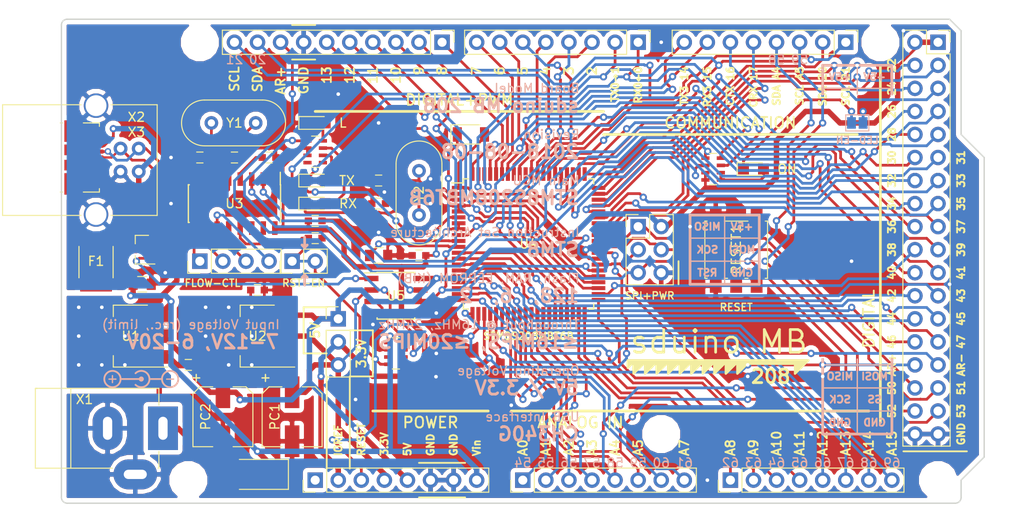
<source format=kicad_pcb>
(kicad_pcb (version 4) (host pcbnew 4.0.7)
  (title_block (title "sduino MB") (date 2018-06-12) (rev 2018-08-08) (company "Benedikt Freisen") (comment 1 "see http://creativecommons.org/licenses/by-sa/2.5/") (comment 2 "Released under Creative Commons Attribution-ShareAlike 2.5 Generic License,") (comment 3 "In part based on Arduino MEGA design, see arduino.cc") (comment 4 "A development board with STM8S208MB MCU in Arduino MEGA form factor"))
  (layers (0 F.Cu signal) (31 B.Cu signal) (34 B.Paste user) (35 F.Paste user) (36 B.SilkS user) (37 F.SilkS user) (38 B.Mask user) (39 F.Mask user) (44 Edge.Cuts user))
  (net 0 "")
  (net 1 GND)
  (net 2 "Net-(C1-Pad1)")
  (net 3 "Net-(C2-Pad1)")
  (net 4 "Net-(POWER1-Pad1)")
  (net 5 "Net-(RN1-Pad3)")
  (net 6 /UIN)
  (net 7 "Net-(RN1-Pad7)")
  (net 8 "Net-(RN1-Pad6)")
  (net 9 "Net-(RN2-Pad4)")
  (net 10 "Net-(RN2-Pad5)")
  (net 11 +5V)
  (net 12 +3V3)
  (net 13 "Net-(U3-Pad14)")
  (net 14 "Net-(U3-Pad15)")
  (net 15 "Net-(C4-Pad1)")
  (net 16 /MCUVCC)
  (net 17 /USBVCC)
  (net 18 /AD0)
  (net 19 /AD1)
  (net 20 /AD2)
  (net 21 /AD3)
  (net 22 /AD4/SDA)
  (net 23 /AD5/SCL)
  (net 24 /IO8)
  (net 25 /IO9)
  (net 26 /IO10)
  (net 27 /IO2)
  (net 28 /IO3)
  (net 29 /IO4)
  (net 30 /IO5)
  (net 31 /IO6)
  (net 32 /IO7)
  (net 33 /RESET)
  (net 34 "Net-(RN3-Pad2)")
  (net 35 "Net-(RN3-Pad1)")
  (net 36 "Net-(C10-Pad1)")
  (net 37 /IO0/RX)
  (net 38 /IO1/TX)
  (net 39 "Net-(Q1-Pad1)")
  (net 40 /CTS)
  (net 41 /DSR)
  (net 42 /RI)
  (net 43 /DCD)
  (net 44 "Net-(C12-Pad1)")
  (net 45 /DC)
  (net 46 /VBUS)
  (net 47 "Net-(LED_L1-Pad2)")
  (net 48 "Net-(LED_ON1-Pad2)")
  (net 49 "Net-(LED_RX1-Pad2)")
  (net 50 "Net-(LED_TX1-Pad2)")
  (net 51 /D+)
  (net 52 /D-)
  (net 53 /AD6)
  (net 54 /AD7)
  (net 55 /AD8)
  (net 56 /AD9)
  (net 57 /AD10)
  (net 58 /AD11)
  (net 59 /AD12)
  (net 60 /AD13)
  (net 61 /AD14)
  (net 62 /AD15)
  (net 63 /IO50/MISO)
  (net 64 /IO52/SCK)
  (net 65 /IO51/MOSI)
  (net 66 /IO11)
  (net 67 /IO12)
  (net 68 /IO13)
  (net 69 /AR+)
  (net 70 /AR-)
  (net 71 /IO21/SCL)
  (net 72 /IO20/SDA)
  (net 73 /IO17/CRX)
  (net 74 /IO16/CTX)
  (net 75 /IO15/RX3)
  (net 76 /IO14/TX3)
  (net 77 /OSCIN)
  (net 78 /OSCOUT)
  (net 79 /IO23)
  (net 80 /IO22)
  (net 81 /IO25)
  (net 82 /IO24)
  (net 83 /IO27)
  (net 84 /IO26)
  (net 85 /IO29)
  (net 86 /IO28)
  (net 87 /IO31)
  (net 88 /IO30)
  (net 89 /IO33)
  (net 90 /IO32)
  (net 91 /IO35)
  (net 92 /IO34)
  (net 93 /IO37)
  (net 94 /IO36)
  (net 95 /IO39)
  (net 96 /IO38)
  (net 97 /IO41)
  (net 98 /IO40)
  (net 99 /IO43)
  (net 100 /IO42)
  (net 101 /IO45)
  (net 102 /IO44)
  (net 103 /IO47)
  (net 104 /IO46)
  (net 105 /IO53/SS)
  (net 106 "Net-(RN2-Pad1)")
  (module Diodes_SMD:D_1206 (layer F.Cu) (at 159.385 88.9)
    (fp_text reference D2 hide)
    (fp_text value CD1206-S01575)
    (pad 1 smd rect (at -1.5 0) (size 1 1.6) (layers F.Cu F.Paste F.Mask) (net 16 /MCUVCC))
    (pad 2 smd rect (at 1.5 0) (size 1 1.6) (layers F.Cu F.Paste F.Mask) (net 33 /RESET))
  )
  (module Mounting_Holes:MountingHole_3.2mm_M3 (layer F.Cu) (at 204.47 78.74)
    (fp_text reference REF** hide)
    (fp_text value MountingHole_3.2mm_M3)
    (pad 1 np_thru_hole circle (at 0 0) (size 3.2 3.2) (drill 3.2) (layers *.Cu *.Mask))
  )
  (module Mounting_Holes:MountingHole_3.2mm_M3 (layer F.Cu) (at 210.82 127)
    (fp_text reference REF** hide)
    (fp_text value MountingHole_3.2mm_M3)
    (pad 1 np_thru_hole circle (at 0 0) (size 3.2 3.2) (drill 3.2) (layers *.Cu *.Mask))
  )
  (module Connect:JACK_ALIM (layer F.Cu) (at 125.48 121.285)
    (fp_text reference X1 (at -8.64 -3.175) (layer F.SilkS))
    (fp_text value Jack-DC)
    (pad 2 thru_hole oval (at -6.1 0) (size 3.3 4.8) (drill oval 1.02 2.54) (layers *.Cu *.Mask) (net 1 GND))
    (pad 1 thru_hole rect (at 0 0) (size 3.3 4.8) (drill oval 1.02 2.54) (layers *.Cu *.Mask) (net 45 /DC))
    (pad 3 thru_hole oval (at -3.05 5.08) (size 4.8 3.3) (drill oval 2.54 1.02) (layers *.Cu *.Mask) (net 1 GND))
  )
  (module Buttons_Switches_SMD:SW_SPST_B3S-1000 (layer F.Cu) (at 188.595 101.6 90)
    (fp_text reference RESET1 (at 0 0 90) (layer F.SilkS))
    (fp_text value TS42031-160R-TR-7260)
    (pad 1 smd rect (at -3.975 -2.25 90) (size 1.55 1.3) (layers F.Cu F.Paste F.Mask) (net 1 GND))
    (pad 1 smd rect (at 3.975 -2.25 90) (size 1.55 1.3) (layers F.Cu F.Paste F.Mask) (net 1 GND))
    (pad 2 smd rect (at -3.975 2.25 90) (size 1.55 1.3) (layers F.Cu F.Paste F.Mask) (net 33 /RESET))
    (pad 2 smd rect (at 3.975 2.25 90) (size 1.55 1.3) (layers F.Cu F.Paste F.Mask) (net 33 /RESET))
    (pad 3 smd rect (at -3.975 0 90) (size 1.55 1.3) (layers F.Cu F.Paste F.Mask))
  )
  (module Capacitors_SMD:C_0603 (layer F.Cu) (at 133.35 91.44)
    (fp_text reference C1 hide)
    (fp_text value 22p)
    (pad 2 smd rect (at 0.75 0) (size 0.8 0.75) (layers F.Cu F.Paste F.Mask) (net 1 GND))
    (pad 1 smd rect (at -0.75 0) (size 0.8 0.75) (layers F.Cu F.Paste F.Mask) (net 2 "Net-(C1-Pad1)"))
  )
  (module Capacitors_SMD:C_0603 (layer F.Cu) (at 129.54 91.44 180)
    (fp_text reference C2 hide)
    (fp_text value 22p)
    (pad 2 smd rect (at 0.75 0 180) (size 0.8 0.75) (layers F.Cu F.Paste F.Mask) (net 1 GND))
    (pad 1 smd rect (at -0.75 0 180) (size 0.8 0.75) (layers F.Cu F.Paste F.Mask) (net 3 "Net-(C2-Pad1)"))
  )
  (module Capacitors_SMD:C_0603 (layer F.Cu) (at 149.225 93.98)
    (fp_text reference C5 hide)
    (fp_text value 22p)
    (pad 2 smd rect (at 0.75 0) (size 0.8 0.75) (layers F.Cu F.Paste F.Mask) (net 77 /OSCIN))
    (pad 1 smd rect (at -0.75 0) (size 0.8 0.75) (layers F.Cu F.Paste F.Mask) (net 1 GND))
  )
  (module Capacitors_SMD:C_0603 (layer F.Cu) (at 149.225 96.52)
    (fp_text reference C6 hide)
    (fp_text value 22p)
    (pad 2 smd rect (at 0.75 0) (size 0.8 0.75) (layers F.Cu F.Paste F.Mask) (net 78 /OSCOUT))
    (pad 1 smd rect (at -0.75 0) (size 0.8 0.75) (layers F.Cu F.Paste F.Mask) (net 1 GND))
  )
  (module Socket_Strips:Socket_Strip_Straight_1x10_Pitch2.54mm (layer F.Cu) (at 156.21 78.74 270)
    (fp_text reference IOH1 hide)
    (fp_text value Conn_01x10)
    (pad 1 thru_hole rect (at 0 0 270) (size 1.7 1.7) (drill 1) (layers *.Cu *.Mask) (net 24 /IO8))
    (pad 2 thru_hole oval (at 0 2.54 270) (size 1.7 1.7) (drill 1) (layers *.Cu *.Mask) (net 25 /IO9))
    (pad 3 thru_hole oval (at 0 5.08 270) (size 1.7 1.7) (drill 1) (layers *.Cu *.Mask) (net 26 /IO10))
    (pad 4 thru_hole oval (at 0 7.62 270) (size 1.7 1.7) (drill 1) (layers *.Cu *.Mask) (net 66 /IO11))
    (pad 5 thru_hole oval (at 0 10.16 270) (size 1.7 1.7) (drill 1) (layers *.Cu *.Mask) (net 67 /IO12))
    (pad 6 thru_hole oval (at 0 12.7 270) (size 1.7 1.7) (drill 1) (layers *.Cu *.Mask) (net 68 /IO13))
    (pad 7 thru_hole oval (at 0 15.24 270) (size 1.7 1.7) (drill 1) (layers *.Cu *.Mask) (net 1 GND))
    (pad 8 thru_hole oval (at 0 17.78 270) (size 1.7 1.7) (drill 1) (layers *.Cu *.Mask) (net 69 /AR+))
    (pad 9 thru_hole oval (at 0 20.32 270) (size 1.7 1.7) (drill 1) (layers *.Cu *.Mask) (net 72 /IO20/SDA))
    (pad 10 thru_hole oval (at 0 22.86 270) (size 1.7 1.7) (drill 1) (layers *.Cu *.Mask) (net 71 /IO21/SCL))
  )
  (module Socket_Strips:Socket_Strip_Straight_1x08_Pitch2.54mm (layer F.Cu) (at 177.8 78.74 270)
    (fp_text reference IOL1 hide)
    (fp_text value Conn_01x08)
    (pad 1 thru_hole rect (at 0 0 270) (size 1.7 1.7) (drill 1) (layers *.Cu *.Mask) (net 37 /IO0/RX))
    (pad 2 thru_hole oval (at 0 2.54 270) (size 1.7 1.7) (drill 1) (layers *.Cu *.Mask) (net 38 /IO1/TX))
    (pad 3 thru_hole oval (at 0 5.08 270) (size 1.7 1.7) (drill 1) (layers *.Cu *.Mask) (net 27 /IO2))
    (pad 4 thru_hole oval (at 0 7.62 270) (size 1.7 1.7) (drill 1) (layers *.Cu *.Mask) (net 28 /IO3))
    (pad 5 thru_hole oval (at 0 10.16 270) (size 1.7 1.7) (drill 1) (layers *.Cu *.Mask) (net 29 /IO4))
    (pad 6 thru_hole oval (at 0 12.7 270) (size 1.7 1.7) (drill 1) (layers *.Cu *.Mask) (net 30 /IO5))
    (pad 7 thru_hole oval (at 0 15.24 270) (size 1.7 1.7) (drill 1) (layers *.Cu *.Mask) (net 31 /IO6))
    (pad 8 thru_hole oval (at 0 17.78 270) (size 1.7 1.7) (drill 1) (layers *.Cu *.Mask) (net 32 /IO7))
  )
  (module LEDs:LED_0805 (layer F.Cu) (at 142.24 87.63)
    (fp_text reference LED_L1 hide)
    (fp_text value YELLOW)
    (pad 2 smd rect (at 1.1 0 180) (size 1.2 1.2) (layers F.Cu F.Paste F.Mask) (net 47 "Net-(LED_L1-Pad2)"))
    (pad 1 smd rect (at -1.1 0 180) (size 1.2 1.2) (layers F.Cu F.Paste F.Mask) (net 1 GND))
  )
  (module LEDs:LED_0805 (layer F.Cu) (at 190.5 92.71)
    (fp_text reference LED_ON1 hide)
    (fp_text value GREEN)
    (pad 2 smd rect (at 1.1 0 180) (size 1.2 1.2) (layers F.Cu F.Paste F.Mask) (net 48 "Net-(LED_ON1-Pad2)"))
    (pad 1 smd rect (at -1.1 0 180) (size 1.2 1.2) (layers F.Cu F.Paste F.Mask) (net 1 GND))
  )
  (module Socket_Strips:Socket_Strip_Straight_1x08_Pitch2.54mm (layer F.Cu) (at 142.24 127 90)
    (fp_text reference POWER1 hide)
    (fp_text value Conn_01x08)
    (pad 1 thru_hole rect (at 0 0 90) (size 1.7 1.7) (drill 1) (layers *.Cu *.Mask) (net 4 "Net-(POWER1-Pad1)"))
    (pad 2 thru_hole oval (at 0 2.54 90) (size 1.7 1.7) (drill 1) (layers *.Cu *.Mask) (net 16 /MCUVCC))
    (pad 3 thru_hole oval (at 0 5.08 90) (size 1.7 1.7) (drill 1) (layers *.Cu *.Mask) (net 33 /RESET))
    (pad 4 thru_hole oval (at 0 7.62 90) (size 1.7 1.7) (drill 1) (layers *.Cu *.Mask) (net 12 +3V3))
    (pad 5 thru_hole oval (at 0 10.16 90) (size 1.7 1.7) (drill 1) (layers *.Cu *.Mask) (net 11 +5V))
    (pad 6 thru_hole oval (at 0 12.7 90) (size 1.7 1.7) (drill 1) (layers *.Cu *.Mask) (net 1 GND))
    (pad 7 thru_hole oval (at 0 15.24 90) (size 1.7 1.7) (drill 1) (layers *.Cu *.Mask) (net 1 GND))
    (pad 8 thru_hole oval (at 0 17.78 90) (size 1.7 1.7) (drill 1) (layers *.Cu *.Mask) (net 6 /UIN))
  )
  (module Resistors_SMD:R_Array_Concave_4x0603 (layer F.Cu) (at 151.13 113.03)
    (fp_text reference RN1 hide)
    (fp_text value 10k)
    (pad 2 smd rect (at -0.85 -0.4) (size 0.9 0.4) (layers F.Cu F.Paste F.Mask) (net 1 GND))
    (pad 3 smd rect (at -0.85 0.4) (size 0.9 0.4) (layers F.Cu F.Paste F.Mask) (net 5 "Net-(RN1-Pad3)"))
    (pad 1 smd rect (at -0.85 -1.2) (size 0.9 0.4) (layers F.Cu F.Paste F.Mask) (net 6 /UIN))
    (pad 4 smd rect (at -0.85 1.2) (size 0.9 0.4) (layers F.Cu F.Paste F.Mask) (net 33 /RESET))
    (pad 8 smd rect (at 0.85 -1.2) (size 0.9 0.4) (layers F.Cu F.Paste F.Mask) (net 7 "Net-(RN1-Pad7)"))
    (pad 7 smd rect (at 0.85 -0.4) (size 0.9 0.4) (layers F.Cu F.Paste F.Mask) (net 7 "Net-(RN1-Pad7)"))
    (pad 6 smd rect (at 0.85 0.4) (size 0.9 0.4) (layers F.Cu F.Paste F.Mask) (net 8 "Net-(RN1-Pad6)"))
    (pad 5 smd rect (at 0.85 1.2) (size 0.9 0.4) (layers F.Cu F.Paste F.Mask) (net 16 /MCUVCC))
  )
  (module Resistors_SMD:R_Array_Concave_4x0603 (layer F.Cu) (at 142.24 90.805)
    (fp_text reference RN2 hide)
    (fp_text value 1k)
    (pad 2 smd rect (at -0.85 -0.4) (size 0.9 0.4) (layers F.Cu F.Paste F.Mask) (net 16 /MCUVCC))
    (pad 3 smd rect (at -0.85 0.4) (size 0.9 0.4) (layers F.Cu F.Paste F.Mask) (net 16 /MCUVCC))
    (pad 1 smd rect (at -0.85 -1.2) (size 0.9 0.4) (layers F.Cu F.Paste F.Mask) (net 106 "Net-(RN2-Pad1)"))
    (pad 4 smd rect (at -0.85 1.2) (size 0.9 0.4) (layers F.Cu F.Paste F.Mask) (net 9 "Net-(RN2-Pad4)"))
    (pad 8 smd rect (at 0.85 -1.2) (size 0.9 0.4) (layers F.Cu F.Paste F.Mask) (net 47 "Net-(LED_L1-Pad2)"))
    (pad 7 smd rect (at 0.85 -0.4) (size 0.9 0.4) (layers F.Cu F.Paste F.Mask) (net 49 "Net-(LED_RX1-Pad2)"))
    (pad 6 smd rect (at 0.85 0.4) (size 0.9 0.4) (layers F.Cu F.Paste F.Mask) (net 50 "Net-(LED_TX1-Pad2)"))
    (pad 5 smd rect (at 0.85 1.2) (size 0.9 0.4) (layers F.Cu F.Paste F.Mask) (net 10 "Net-(RN2-Pad5)"))
  )
  (module LEDs:LED_0805 (layer F.Cu) (at 142.24 96.52)
    (fp_text reference LED_RX1 hide)
    (fp_text value YELLOW)
    (pad 2 smd rect (at 1.1 0 180) (size 1.2 1.2) (layers F.Cu F.Paste F.Mask) (net 49 "Net-(LED_RX1-Pad2)"))
    (pad 1 smd rect (at -1.1 0 180) (size 1.2 1.2) (layers F.Cu F.Paste F.Mask) (net 38 /IO1/TX))
  )
  (module LEDs:LED_0805 (layer F.Cu) (at 142.24 93.98)
    (fp_text reference LED_TX1 hide)
    (fp_text value YELLOW)
    (pad 2 smd rect (at 1.1 0 180) (size 1.2 1.2) (layers F.Cu F.Paste F.Mask) (net 50 "Net-(LED_TX1-Pad2)"))
    (pad 1 smd rect (at -1.1 0 180) (size 1.2 1.2) (layers F.Cu F.Paste F.Mask) (net 37 /IO0/RX))
  )
  (module TO_SOT_Packages_SMD:SOT-223-3Lead_TabPin2 (layer F.Cu) (at 121.92 111.125 180)
    (fp_text reference U1 (at 0 0 180) (layer F.SilkS))
    (fp_text value NCP1117-5.0_SOT223)
    (pad 2 smd rect (at 3.15 0 180) (size 2 3.8) (layers F.Cu F.Paste F.Mask) (net 11 +5V))
    (pad 2 smd rect (at -3.15 0 180) (size 2 1.5) (layers F.Cu F.Paste F.Mask) (net 11 +5V))
    (pad 3 smd rect (at -3.15 2.3 180) (size 2 1.5) (layers F.Cu F.Paste F.Mask) (net 6 /UIN))
    (pad 1 smd rect (at -3.15 -2.3 180) (size 2 1.5) (layers F.Cu F.Paste F.Mask) (net 1 GND))
  )
  (module TO_SOT_Packages_SMD:SOT-223-3Lead_TabPin2 (layer F.Cu) (at 135.89 111.125 180)
    (fp_text reference U2 (at 0 0 180) (layer F.SilkS))
    (fp_text value NCP1117-3.3_SOT223)
    (pad 2 smd rect (at 3.15 0 180) (size 2 3.8) (layers F.Cu F.Paste F.Mask) (net 12 +3V3))
    (pad 2 smd rect (at -3.15 0 180) (size 2 1.5) (layers F.Cu F.Paste F.Mask) (net 12 +3V3))
    (pad 3 smd rect (at -3.15 2.3 180) (size 2 1.5) (layers F.Cu F.Paste F.Mask) (net 11 +5V))
    (pad 1 smd rect (at -3.15 -2.3 180) (size 2 1.5) (layers F.Cu F.Paste F.Mask) (net 1 GND))
  )
  (module Housings_SOIC:SOIC-16_3.9x9.9mm_Pitch1.27mm (layer F.Cu) (at 133.35 96.52 270)
    (fp_text reference U3 (at 0 0 360) (layer F.SilkS))
    (fp_text value CH340G)
    (pad 1 smd rect (at -2.7 -4.445 270) (size 1.5 0.6) (layers F.Cu F.Paste F.Mask) (net 1 GND))
    (pad 2 smd rect (at -2.7 -3.175 270) (size 1.5 0.6) (layers F.Cu F.Paste F.Mask) (net 35 "Net-(RN3-Pad1)"))
    (pad 3 smd rect (at -2.7 -1.905 270) (size 1.5 0.6) (layers F.Cu F.Paste F.Mask) (net 34 "Net-(RN3-Pad2)"))
    (pad 4 smd rect (at -2.7 -0.635 270) (size 1.5 0.6) (layers F.Cu F.Paste F.Mask) (net 44 "Net-(C12-Pad1)"))
    (pad 5 smd rect (at -2.7 0.635 270) (size 1.5 0.6) (layers F.Cu F.Paste F.Mask) (net 51 /D+))
    (pad 6 smd rect (at -2.7 1.905 270) (size 1.5 0.6) (layers F.Cu F.Paste F.Mask) (net 52 /D-))
    (pad 7 smd rect (at -2.7 3.175 270) (size 1.5 0.6) (layers F.Cu F.Paste F.Mask) (net 2 "Net-(C1-Pad1)"))
    (pad 8 smd rect (at -2.7 4.445 270) (size 1.5 0.6) (layers F.Cu F.Paste F.Mask) (net 3 "Net-(C2-Pad1)"))
    (pad 9 smd rect (at 2.7 4.445 270) (size 1.5 0.6) (layers F.Cu F.Paste F.Mask) (net 40 /CTS))
    (pad 10 smd rect (at 2.7 3.175 270) (size 1.5 0.6) (layers F.Cu F.Paste F.Mask) (net 41 /DSR))
    (pad 11 smd rect (at 2.7 1.905 270) (size 1.5 0.6) (layers F.Cu F.Paste F.Mask) (net 42 /RI))
    (pad 12 smd rect (at 2.7 0.635 270) (size 1.5 0.6) (layers F.Cu F.Paste F.Mask) (net 43 /DCD))
    (pad 13 smd rect (at 2.7 -0.635 270) (size 1.5 0.6) (layers F.Cu F.Paste F.Mask) (net 36 "Net-(C10-Pad1)"))
    (pad 14 smd rect (at 2.7 -1.905 270) (size 1.5 0.6) (layers F.Cu F.Paste F.Mask) (net 13 "Net-(U3-Pad14)"))
    (pad 15 smd rect (at 2.7 -3.175 270) (size 1.5 0.6) (layers F.Cu F.Paste F.Mask) (net 14 "Net-(U3-Pad15)"))
    (pad 16 smd rect (at 2.7 -4.445 270) (size 1.5 0.6) (layers F.Cu F.Paste F.Mask) (net 16 /MCUVCC))
  )
  (module Housings_SOIC:SOIC-8_3.9x4.9mm_Pitch1.27mm (layer F.Cu) (at 151.13 106.68)
    (fp_text reference U5 (at 0 0) (layer F.SilkS))
    (fp_text value LM358)
    (pad 1 smd rect (at -2.7 -1.905) (size 1.55 0.6) (layers F.Cu F.Paste F.Mask) (net 39 "Net-(Q1-Pad1)"))
    (pad 2 smd rect (at -2.7 -0.635) (size 1.55 0.6) (layers F.Cu F.Paste F.Mask) (net 12 +3V3))
    (pad 3 smd rect (at -2.7 0.635) (size 1.55 0.6) (layers F.Cu F.Paste F.Mask) (net 7 "Net-(RN1-Pad7)"))
    (pad 4 smd rect (at -2.7 1.905) (size 1.55 0.6) (layers F.Cu F.Paste F.Mask) (net 1 GND))
    (pad 5 smd rect (at 2.7 1.905) (size 1.55 0.6) (layers F.Cu F.Paste F.Mask) (net 68 /IO13))
    (pad 6 smd rect (at 2.7 0.635) (size 1.55 0.6) (layers F.Cu F.Paste F.Mask) (net 106 "Net-(RN2-Pad1)"))
    (pad 7 smd rect (at 2.7 -0.635) (size 1.55 0.6) (layers F.Cu F.Paste F.Mask) (net 106 "Net-(RN2-Pad1)"))
    (pad 8 smd rect (at 2.7 -1.905) (size 1.55 0.6) (layers F.Cu F.Paste F.Mask) (net 11 +5V))
  )
  (module Pin_Headers:Pin_Header_Straight_1x03_Pitch2.54mm (layer F.Cu) (at 144.78 109.22)
    (fp_text reference VSEL1 hide)
    (fp_text value Conn_01x03)
    (pad 1 thru_hole rect (at 0 0) (size 1.7 1.7) (drill 1) (layers *.Cu *.Mask) (net 11 +5V))
    (pad 2 thru_hole oval (at 0 2.54) (size 1.7 1.7) (drill 1) (layers *.Cu *.Mask) (net 16 /MCUVCC))
    (pad 3 thru_hole oval (at 0 5.08) (size 1.7 1.7) (drill 1) (layers *.Cu *.Mask) (net 12 +3V3))
  )
  (module Connect:USB_B (layer F.Cu) (at 122.81 92.995 180)
    (fp_text reference X2 (at 0.255 6 360) (layer F.SilkS))
    (fp_text value USB_B)
    (pad 2 thru_hole circle (at 0 2.54 90) (size 1.52 1.52) (drill 0.81) (layers *.Cu *.Mask) (net 52 /D-))
    (pad 1 thru_hole circle (at 0 0 90) (size 1.52 1.52) (drill 0.81) (layers *.Cu *.Mask) (net 46 /VBUS))
    (pad 4 thru_hole circle (at 2 0 90) (size 1.52 1.52) (drill 0.81) (layers *.Cu *.Mask) (net 1 GND))
    (pad 3 thru_hole circle (at 2 2.54 90) (size 1.52 1.52) (drill 0.81) (layers *.Cu *.Mask) (net 51 /D+))
    (pad 5 thru_hole circle (at 4.7 7.27 90) (size 2.7 2.7) (drill 2.3) (layers *.Cu *.Mask) (net 1 GND))
    (pad 5 thru_hole circle (at 4.7 -4.73 90) (size 2.7 2.7) (drill 2.3) (layers *.Cu *.Mask) (net 1 GND))
  )
  (module Diodes_SMD:D_SMA (layer F.Cu) (at 135.89 126.365 180)
    (fp_text reference D1 hide)
    (fp_text value M7)
    (pad 1 smd rect (at -2 0 180) (size 2.5 1.8) (layers F.Cu F.Paste F.Mask) (net 6 /UIN))
    (pad 2 smd rect (at 2 0 180) (size 2.5 1.8) (layers F.Cu F.Paste F.Mask) (net 45 /DC))
  )
  (module Capacitors_SMD:CP_Elec_6.3x5.8 (layer F.Cu) (at 139.7 120.015 270)
    (fp_text reference PC1 (at 0 1.905 270) (layer F.SilkS))
    (fp_text value 47µ)
    (fp_text user + (at -4.28 3.01 270) (layer F.SilkS))
    (pad 1 smd rect (at -2.7 0 90) (size 3.5 1.6) (layers F.Cu F.Paste F.Mask) (net 12 +3V3))
    (pad 2 smd rect (at 2.7 0 90) (size 3.5 1.6) (layers F.Cu F.Paste F.Mask) (net 1 GND))
  )
  (module Capacitors_SMD:CP_Elec_6.3x5.8 (layer F.Cu) (at 132.08 120.015 270)
    (fp_text reference PC2 (at 0 1.905 270) (layer F.SilkS))
    (fp_text value 47µ)
    (fp_text user + (at -4.28 3.01 270) (layer F.SilkS))
    (pad 1 smd rect (at -2.7 0 90) (size 3.5 1.6) (layers F.Cu F.Paste F.Mask) (net 11 +5V))
    (pad 2 smd rect (at 2.7 0 90) (size 3.5 1.6) (layers F.Cu F.Paste F.Mask) (net 1 GND))
  )
  (module Mounting_Holes:MountingHole_3.2mm_M3 (layer F.Cu) (at 128.27 127)
    (fp_text reference REF** hide)
    (fp_text value MountingHole_3.2mm_M3)
    (pad 1 np_thru_hole circle (at 0 0) (size 3.2 3.2) (drill 3.2) (layers *.Cu *.Mask))
  )
  (module Mounting_Holes:MountingHole_3.2mm_M3 (layer F.Cu) (at 180.34 121.92)
    (fp_text reference REF** hide)
    (fp_text value MountingHole_3.2mm_M3)
    (pad 1 np_thru_hole circle (at 0 0) (size 3.2 3.2) (drill 3.2) (layers *.Cu *.Mask))
  )
  (module Mounting_Holes:MountingHole_3.2mm_M3 (layer F.Cu) (at 180.34 93.98)
    (fp_text reference REF** hide)
    (fp_text value MountingHole_3.2mm_M3)
    (pad 1 np_thru_hole circle (at 0 0) (size 3.2 3.2) (drill 3.2) (layers *.Cu *.Mask))
  )
  (module Mounting_Holes:MountingHole_3.2mm_M3 (layer F.Cu) (at 129.54 78.74)
    (fp_text reference REF** hide)
    (fp_text value MountingHole_3.2mm_M3)
    (pad 1 np_thru_hole circle (at 0 0) (size 3.2 3.2) (drill 3.2) (layers *.Cu *.Mask))
  )
  (module Crystals:Crystal_HC49-4H_Vertical (layer F.Cu) (at 130.81 87.63)
    (fp_text reference Y1 (at 2.54 0) (layer F.SilkS))
    (fp_text value 12MHz)
    (pad 1 thru_hole circle (at 0 0) (size 1.5 1.5) (drill 0.8) (layers *.Cu *.Mask) (net 3 "Net-(C2-Pad1)"))
    (pad 2 thru_hole circle (at 4.88 0) (size 1.5 1.5) (drill 0.8) (layers *.Cu *.Mask) (net 2 "Net-(C1-Pad1)"))
  )
  (module Crystals:Crystal_HC49-4H_Vertical (layer F.Cu) (at 153.67 97.79 90)
    (fp_text reference Y2 (at 2.34 0 90) (layer F.SilkS))
    (fp_text value 24MHz)
    (pad 1 thru_hole circle (at 0 0 90) (size 1.5 1.5) (drill 0.8) (layers *.Cu *.Mask) (net 78 /OSCOUT))
    (pad 2 thru_hole circle (at 4.88 0 90) (size 1.5 1.5) (drill 0.8) (layers *.Cu *.Mask) (net 77 /OSCIN))
  )
  (module Capacitors_SMD:C_0805 (layer F.Cu) (at 123.19 105.41)
    (fp_text reference C3 hide)
    (fp_text value 1µ)
    (pad 1 smd rect (at -1 0) (size 1 1.25) (layers F.Cu F.Paste F.Mask) (net 6 /UIN))
    (pad 2 smd rect (at 1 0) (size 1 1.25) (layers F.Cu F.Paste F.Mask) (net 1 GND))
  )
  (module Capacitors_SMD:C_0805 (layer F.Cu) (at 149.225 102.235)
    (fp_text reference C4 hide)
    (fp_text value 1µ)
    (pad 1 smd rect (at -1 0) (size 1 1.25) (layers F.Cu F.Paste F.Mask) (net 15 "Net-(C4-Pad1)"))
    (pad 2 smd rect (at 1 0) (size 1 1.25) (layers F.Cu F.Paste F.Mask) (net 1 GND))
  )
  (module Resistors_SMD:R_1812 (layer F.Cu) (at 118.11 102.97 90)
    (fp_text reference F1 (at 0.1 0 180) (layer F.SilkS))
    (fp_text value MF-MSMF050-2)
    (pad 1 smd rect (at -2.44 0 90) (size 1.6 3.5) (layers F.Cu F.Paste F.Mask) (net 17 /USBVCC))
    (pad 2 smd rect (at 2.44 0 90) (size 1.6 3.5) (layers F.Cu F.Paste F.Mask) (net 46 /VBUS))
  )
  (module Resistors_SMD:R_Array_Concave_4x0603 (layer F.Cu) (at 186.055 92.71)
    (fp_text reference RN3 hide)
    (fp_text value 1k)
    (pad 2 smd rect (at -0.85 -0.4) (size 0.9 0.4) (layers F.Cu F.Paste F.Mask) (net 34 "Net-(RN3-Pad2)"))
    (pad 3 smd rect (at -0.85 0.4) (size 0.9 0.4) (layers F.Cu F.Paste F.Mask) (net 11 +5V))
    (pad 1 smd rect (at -0.85 -1.2) (size 0.9 0.4) (layers F.Cu F.Paste F.Mask) (net 35 "Net-(RN3-Pad1)"))
    (pad 4 smd rect (at -0.85 1.2) (size 0.9 0.4) (layers F.Cu F.Paste F.Mask) (net 11 +5V))
    (pad 8 smd rect (at 0.85 -1.2) (size 0.9 0.4) (layers F.Cu F.Paste F.Mask) (net 37 /IO0/RX))
    (pad 7 smd rect (at 0.85 -0.4) (size 0.9 0.4) (layers F.Cu F.Paste F.Mask) (net 38 /IO1/TX))
    (pad 6 smd rect (at 0.85 0.4) (size 0.9 0.4) (layers F.Cu F.Paste F.Mask) (net 48 "Net-(LED_ON1-Pad2)"))
    (pad 5 smd rect (at 0.85 1.2) (size 0.9 0.4) (layers F.Cu F.Paste F.Mask) (net 48 "Net-(LED_ON1-Pad2)"))
  )
  (module Capacitors_SMD:C_0603 (layer F.Cu) (at 142.24 98.425)
    (fp_text reference C7 hide)
    (fp_text value 100n)
    (pad 2 smd rect (at 0.75 0) (size 0.8 0.75) (layers F.Cu F.Paste F.Mask) (net 1 GND))
    (pad 1 smd rect (at -0.75 0) (size 0.8 0.75) (layers F.Cu F.Paste F.Mask) (net 16 /MCUVCC))
  )
  (module Capacitors_SMD:C_0603 (layer F.Cu) (at 135.89 106.045)
    (fp_text reference C8 hide)
    (fp_text value 100n)
    (pad 2 smd rect (at 0.75 0) (size 0.8 0.75) (layers F.Cu F.Paste F.Mask) (net 1 GND))
    (pad 1 smd rect (at -0.75 0) (size 0.8 0.75) (layers F.Cu F.Paste F.Mask) (net 12 +3V3))
  )
  (module Capacitors_SMD:C_0603 (layer F.Cu) (at 128.27 114.3 180)
    (fp_text reference C9 hide)
    (fp_text value 100n)
    (pad 2 smd rect (at 0.75 0 180) (size 0.8 0.75) (layers F.Cu F.Paste F.Mask) (net 1 GND))
    (pad 1 smd rect (at -0.75 0 180) (size 0.8 0.75) (layers F.Cu F.Paste F.Mask) (net 11 +5V))
  )
  (module Capacitors_SMD:C_0603 (layer F.Cu) (at 142.24 100.33)
    (fp_text reference C10 hide)
    (fp_text value 100n)
    (pad 2 smd rect (at 0.75 0) (size 0.8 0.75) (layers F.Cu F.Paste F.Mask) (net 33 /RESET))
    (pad 1 smd rect (at -0.75 0) (size 0.8 0.75) (layers F.Cu F.Paste F.Mask) (net 36 "Net-(C10-Pad1)"))
  )
  (module Capacitors_SMD:C_0603 (layer F.Cu) (at 153.67 102.235 180)
    (fp_text reference C11 hide)
    (fp_text value 100n)
    (pad 2 smd rect (at 0.75 0 180) (size 0.8 0.75) (layers F.Cu F.Paste F.Mask) (net 1 GND))
    (pad 1 smd rect (at -0.75 0 180) (size 0.8 0.75) (layers F.Cu F.Paste F.Mask) (net 16 /MCUVCC))
  )
  (module TO_SOT_Packages_SMD:SOT-23 (layer F.Cu) (at 123.19 101.6 180)
    (fp_text reference Q1 hide)
    (fp_text value FDN340P)
    (pad 1 smd rect (at -1 -0.95 180) (size 0.9 0.8) (layers F.Cu F.Paste F.Mask) (net 39 "Net-(Q1-Pad1)"))
    (pad 2 smd rect (at -1 0.95 180) (size 0.9 0.8) (layers F.Cu F.Paste F.Mask) (net 11 +5V))
    (pad 3 smd rect (at 1 0 180) (size 0.9 0.8) (layers F.Cu F.Paste F.Mask) (net 17 /USBVCC))
  )
  (module Pin_Headers:Pin_Header_Straight_1x04_Pitch2.54mm (layer F.Cu) (at 129.54 102.87 90)
    (fp_text reference J1 hide)
    (fp_text value Conn_01x04)
    (pad 1 thru_hole rect (at 0 0 90) (size 1.7 1.7) (drill 1) (layers *.Cu *.Mask) (net 40 /CTS))
    (pad 2 thru_hole oval (at 0 2.54 90) (size 1.7 1.7) (drill 1) (layers *.Cu *.Mask) (net 41 /DSR))
    (pad 3 thru_hole oval (at 0 5.08 90) (size 1.7 1.7) (drill 1) (layers *.Cu *.Mask) (net 43 /DCD))
    (pad 4 thru_hole oval (at 0 7.62 90) (size 1.7 1.7) (drill 1) (layers *.Cu *.Mask) (net 42 /RI))
  )
  (module Pin_Headers:Pin_Header_Straight_1x02_Pitch2.54mm (layer F.Cu) (at 139.7 102.87 90)
    (fp_text reference J2 hide)
    (fp_text value Conn_01x02)
    (pad 1 thru_hole rect (at 0 0 90) (size 1.7 1.7) (drill 1) (layers *.Cu *.Mask) (net 33 /RESET))
    (pad 2 thru_hole oval (at 0 2.54 90) (size 1.7 1.7) (drill 1) (layers *.Cu *.Mask) (net 33 /RESET))
  )
  (module Fiducials:Fiducial_1mm_Dia_2.54mm_Outer_CopperTop (layer F.Cu) (at 129.54 82.55)
    (fp_text reference REF** hide)
    (fp_text value Fiducial_1mm_Dia_2.54mm_Outer_CopperTop)
    (pad ~ smd circle (at 0 0) (size 1 1) (layers F.Cu F.Mask) (clearance 0.77))
  )
  (module Fiducials:Fiducial_1mm_Dia_2.54mm_Outer_CopperTop (layer F.Cu) (at 185.42 124.46)
    (fp_text reference REF** hide)
    (fp_text value Fiducial_1mm_Dia_2.54mm_Outer_CopperTop)
    (pad ~ smd circle (at 0 0) (size 1 1) (layers F.Cu F.Mask) (clearance 0.77))
  )
  (module Capacitors_SMD:C_0603 (layer F.Cu) (at 137.16 91.44)
    (fp_text reference C12 hide)
    (fp_text value 100n)
    (pad 2 smd rect (at 0.75 0) (size 0.8 0.75) (layers F.Cu F.Paste F.Mask) (net 1 GND))
    (pad 1 smd rect (at -0.75 0) (size 0.8 0.75) (layers F.Cu F.Paste F.Mask) (net 44 "Net-(C12-Pad1)"))
  )
  (module Connectors_USB:USB_Micro-B_Molex_47346-0001 (layer F.Cu) (at 115.57 91.44 270)
    (fp_text reference X3 (at -2.794 -6.985 540) (layer F.SilkS))
    (fp_text value USB_OTG)
    (pad 1 smd rect (at -1.3 -2.66 270) (size 0.45 1.38) (layers F.Cu F.Paste F.Mask) (net 46 /VBUS))
    (pad 2 smd rect (at -0.65 -2.66 270) (size 0.45 1.38) (layers F.Cu F.Paste F.Mask) (net 52 /D-))
    (pad 3 smd rect (at 0 -2.66 270) (size 0.45 1.38) (layers F.Cu F.Paste F.Mask) (net 51 /D+))
    (pad 4 smd rect (at 0.65 -2.66 270) (size 0.45 1.38) (layers F.Cu F.Paste F.Mask) (net 1 GND))
    (pad 5 smd rect (at 1.3 -2.66 270) (size 0.45 1.38) (layers F.Cu F.Paste F.Mask) (net 1 GND))
    (pad 6 smd rect (at -2.4625 -2.3 270) (size 1.475 2.1) (layers F.Cu F.Paste F.Mask) (net 1 GND))
    (pad 6 smd rect (at 2.4625 -2.3 270) (size 1.475 2.1) (layers F.Cu F.Paste F.Mask) (net 1 GND))
    (pad 6 smd rect (at -2.91 0 270) (size 2.375 1.9) (layers F.Cu F.Paste F.Mask) (net 1 GND))
    (pad 6 smd rect (at 2.91 0 270) (size 2.375 1.9) (layers F.Cu F.Paste F.Mask) (net 1 GND))
    (pad 6 smd rect (at -0.84 0 270) (size 1.175 1.9) (layers F.Cu F.Paste F.Mask) (net 1 GND))
    (pad 6 smd rect (at 0.84 0 270) (size 1.175 1.9) (layers F.Cu F.Paste F.Mask) (net 1 GND))
  )
  (module Housings_QFP:TQFP-80_14x14mm_Pitch0.65mm (layer F.Cu) (at 165.735 100.965)
    (fp_text reference U4 (at 0 0) (layer F.SilkS))
    (fp_text value STM8S208MBT6B)
    (pad 1 smd rect (at -7.7 -6.175) (size 1.5 0.45) (layers F.Cu F.Paste F.Mask) (net 33 /RESET))
    (pad 2 smd rect (at -7.7 -5.525) (size 1.5 0.45) (layers F.Cu F.Paste F.Mask) (net 77 /OSCIN))
    (pad 3 smd rect (at -7.7 -4.875) (size 1.5 0.45) (layers F.Cu F.Paste F.Mask) (net 78 /OSCOUT))
    (pad 4 smd rect (at -7.7 -4.225) (size 1.5 0.45) (layers F.Cu F.Paste F.Mask) (net 1 GND))
    (pad 5 smd rect (at -7.7 -3.575) (size 1.5 0.45) (layers F.Cu F.Paste F.Mask) (net 1 GND))
    (pad 6 smd rect (at -7.7 -2.925) (size 1.5 0.45) (layers F.Cu F.Paste F.Mask) (net 15 "Net-(C4-Pad1)"))
    (pad 7 smd rect (at -7.7 -2.275) (size 1.5 0.45) (layers F.Cu F.Paste F.Mask) (net 16 /MCUVCC))
    (pad 8 smd rect (at -7.7 -1.625) (size 1.5 0.45) (layers F.Cu F.Paste F.Mask) (net 16 /MCUVCC))
    (pad 9 smd rect (at -7.7 -0.975) (size 1.5 0.45) (layers F.Cu F.Paste F.Mask) (net 29 /IO4))
    (pad 10 smd rect (at -7.7 -0.325) (size 1.5 0.45) (layers F.Cu F.Paste F.Mask) (net 37 /IO0/RX))
    (pad 11 smd rect (at -7.7 0.325) (size 1.5 0.45) (layers F.Cu F.Paste F.Mask) (net 38 /IO1/TX))
    (pad 12 smd rect (at -7.7 0.975) (size 1.5 0.45) (layers F.Cu F.Paste F.Mask) (net 100 /IO42))
    (pad 13 smd rect (at -7.7 1.625) (size 1.5 0.45) (layers F.Cu F.Paste F.Mask) (net 103 /IO47))
    (pad 14 smd rect (at -7.7 2.275) (size 1.5 0.45) (layers F.Cu F.Paste F.Mask) (net 104 /IO46))
    (pad 15 smd rect (at -7.7 2.925) (size 1.5 0.45) (layers F.Cu F.Paste F.Mask) (net 101 /IO45))
    (pad 16 smd rect (at -7.7 3.575) (size 1.5 0.45) (layers F.Cu F.Paste F.Mask) (net 102 /IO44))
    (pad 17 smd rect (at -7.7 4.225) (size 1.5 0.45) (layers F.Cu F.Paste F.Mask) (net 62 /AD15))
    (pad 18 smd rect (at -7.7 4.875) (size 1.5 0.45) (layers F.Cu F.Paste F.Mask) (net 61 /AD14))
    (pad 19 smd rect (at -7.7 5.525) (size 1.5 0.45) (layers F.Cu F.Paste F.Mask) (net 60 /AD13))
    (pad 20 smd rect (at -7.7 6.175) (size 1.5 0.45) (layers F.Cu F.Paste F.Mask) (net 59 /AD12))
    (pad 21 smd rect (at -6.175 7.7 90) (size 1.5 0.45) (layers F.Cu F.Paste F.Mask) (net 58 /AD11))
    (pad 22 smd rect (at -5.525 7.7 90) (size 1.5 0.45) (layers F.Cu F.Paste F.Mask) (net 69 /AR+))
    (pad 23 smd rect (at -4.875 7.7 90) (size 1.5 0.45) (layers F.Cu F.Paste F.Mask) (net 16 /MCUVCC))
    (pad 24 smd rect (at -4.225 7.7 90) (size 1.5 0.45) (layers F.Cu F.Paste F.Mask) (net 1 GND))
    (pad 25 smd rect (at -3.575 7.7 90) (size 1.5 0.45) (layers F.Cu F.Paste F.Mask) (net 70 /AR-))
    (pad 26 smd rect (at -2.925 7.7 90) (size 1.5 0.45) (layers F.Cu F.Paste F.Mask) (net 57 /AD10))
    (pad 27 smd rect (at -2.275 7.7 90) (size 1.5 0.45) (layers F.Cu F.Paste F.Mask) (net 54 /AD7))
    (pad 28 smd rect (at -1.625 7.7 90) (size 1.5 0.45) (layers F.Cu F.Paste F.Mask) (net 53 /AD6))
    (pad 29 smd rect (at -0.975 7.7 90) (size 1.5 0.45) (layers F.Cu F.Paste F.Mask) (net 22 /AD4/SDA))
    (pad 30 smd rect (at -0.325 7.7 90) (size 1.5 0.45) (layers F.Cu F.Paste F.Mask) (net 23 /AD5/SCL))
    (pad 31 smd rect (at 0.325 7.7 90) (size 1.5 0.45) (layers F.Cu F.Paste F.Mask) (net 21 /AD3))
    (pad 32 smd rect (at 0.975 7.7 90) (size 1.5 0.45) (layers F.Cu F.Paste F.Mask) (net 20 /AD2))
    (pad 33 smd rect (at 1.625 7.7 90) (size 1.5 0.45) (layers F.Cu F.Paste F.Mask) (net 19 /AD1))
    (pad 34 smd rect (at 2.275 7.7 90) (size 1.5 0.45) (layers F.Cu F.Paste F.Mask) (net 18 /AD0))
    (pad 35 smd rect (at 2.925 7.7 90) (size 1.5 0.45) (layers F.Cu F.Paste F.Mask) (net 99 /IO43))
    (pad 36 smd rect (at 3.575 7.7 90) (size 1.5 0.45) (layers F.Cu F.Paste F.Mask) (net 27 /IO2))
    (pad 37 smd rect (at 4.225 7.7 90) (size 1.5 0.45) (layers F.Cu F.Paste F.Mask) (net 28 /IO3))
    (pad 38 smd rect (at 4.875 7.7 90) (size 1.5 0.45) (layers F.Cu F.Paste F.Mask) (net 30 /IO5))
    (pad 39 smd rect (at 5.525 7.7 90) (size 1.5 0.45) (layers F.Cu F.Paste F.Mask) (net 55 /AD8))
    (pad 40 smd rect (at 6.175 7.7 90) (size 1.5 0.45) (layers F.Cu F.Paste F.Mask) (net 56 /AD9))
    (pad 41 smd rect (at 7.7 6.175) (size 1.5 0.45) (layers F.Cu F.Paste F.Mask) (net 105 /IO53/SS))
    (pad 42 smd rect (at 7.7 5.525) (size 1.5 0.45) (layers F.Cu F.Paste F.Mask) (net 96 /IO38))
    (pad 43 smd rect (at 7.7 4.875) (size 1.5 0.45) (layers F.Cu F.Paste F.Mask) (net 26 /IO10))
    (pad 44 smd rect (at 7.7 4.225) (size 1.5 0.45) (layers F.Cu F.Paste F.Mask) (net 66 /IO11))
    (pad 45 smd rect (at 7.7 3.575) (size 1.5 0.45) (layers F.Cu F.Paste F.Mask) (net 67 /IO12))
    (pad 46 smd rect (at 7.7 2.925) (size 1.5 0.45) (layers F.Cu F.Paste F.Mask) (net 68 /IO13))
    (pad 47 smd rect (at 7.7 2.275) (size 1.5 0.45) (layers F.Cu F.Paste F.Mask) (net 64 /IO52/SCK))
    (pad 48 smd rect (at 7.7 1.625) (size 1.5 0.45) (layers F.Cu F.Paste F.Mask) (net 1 GND))
    (pad 49 smd rect (at 7.7 0.975) (size 1.5 0.45) (layers F.Cu F.Paste F.Mask) (net 16 /MCUVCC))
    (pad 50 smd rect (at 7.7 0.325) (size 1.5 0.45) (layers F.Cu F.Paste F.Mask) (net 65 /IO51/MOSI))
    (pad 51 smd rect (at 7.7 -0.325) (size 1.5 0.45) (layers F.Cu F.Paste F.Mask) (net 63 /IO50/MISO))
    (pad 52 smd rect (at 7.7 -0.975) (size 1.5 0.45) (layers F.Cu F.Paste F.Mask) (net 74 /IO16/CTX))
    (pad 53 smd rect (at 7.7 -1.625) (size 1.5 0.45) (layers F.Cu F.Paste F.Mask) (net 73 /IO17/CRX))
    (pad 54 smd rect (at 7.7 -2.275) (size 1.5 0.45) (layers F.Cu F.Paste F.Mask) (net 91 /IO35))
    (pad 55 smd rect (at 7.7 -2.925) (size 1.5 0.45) (layers F.Cu F.Paste F.Mask) (net 92 /IO34))
    (pad 56 smd rect (at 7.7 -3.575) (size 1.5 0.45) (layers F.Cu F.Paste F.Mask) (net 89 /IO33))
    (pad 57 smd rect (at 7.7 -4.225) (size 1.5 0.45) (layers F.Cu F.Paste F.Mask) (net 80 /IO22))
    (pad 58 smd rect (at 7.7 -4.875) (size 1.5 0.45) (layers F.Cu F.Paste F.Mask) (net 79 /IO23))
    (pad 59 smd rect (at 7.7 -5.525) (size 1.5 0.45) (layers F.Cu F.Paste F.Mask) (net 82 /IO24))
    (pad 60 smd rect (at 7.7 -6.175) (size 1.5 0.45) (layers F.Cu F.Paste F.Mask) (net 81 /IO25))
    (pad 61 smd rect (at 6.175 -7.7 90) (size 1.5 0.45) (layers F.Cu F.Paste F.Mask) (net 84 /IO26))
    (pad 62 smd rect (at 5.525 -7.7 90) (size 1.5 0.45) (layers F.Cu F.Paste F.Mask) (net 83 /IO27))
    (pad 63 smd rect (at 4.875 -7.7 90) (size 1.5 0.45) (layers F.Cu F.Paste F.Mask) (net 90 /IO32))
    (pad 64 smd rect (at 4.225 -7.7 90) (size 1.5 0.45) (layers F.Cu F.Paste F.Mask) (net 87 /IO31))
    (pad 65 smd rect (at 3.575 -7.7 90) (size 1.5 0.45) (layers F.Cu F.Paste F.Mask) (net 88 /IO30))
    (pad 66 smd rect (at 2.925 -7.7 90) (size 1.5 0.45) (layers F.Cu F.Paste F.Mask) (net 95 /IO39))
    (pad 67 smd rect (at 2.275 -7.7 90) (size 1.5 0.45) (layers F.Cu F.Paste F.Mask) (net 98 /IO40))
    (pad 68 smd rect (at 1.625 -7.7 90) (size 1.5 0.45) (layers F.Cu F.Paste F.Mask) (net 72 /IO20/SDA))
    (pad 69 smd rect (at 0.975 -7.7 90) (size 1.5 0.45) (layers F.Cu F.Paste F.Mask) (net 71 /IO21/SCL))
    (pad 70 smd rect (at 0.325 -7.7 90) (size 1.5 0.45) (layers F.Cu F.Paste F.Mask) (net 97 /IO41))
    (pad 71 smd rect (at -0.325 -7.7 90) (size 1.5 0.45) (layers F.Cu F.Paste F.Mask) (net 86 /IO28))
    (pad 72 smd rect (at -0.975 -7.7 90) (size 1.5 0.45) (layers F.Cu F.Paste F.Mask) (net 85 /IO29))
    (pad 73 smd rect (at -1.625 -7.7 90) (size 1.5 0.45) (layers F.Cu F.Paste F.Mask) (net 31 /IO6))
    (pad 74 smd rect (at -2.275 -7.7 90) (size 1.5 0.45) (layers F.Cu F.Paste F.Mask) (net 94 /IO36))
    (pad 75 smd rect (at -2.925 -7.7 90) (size 1.5 0.45) (layers F.Cu F.Paste F.Mask) (net 32 /IO7))
    (pad 76 smd rect (at -3.575 -7.7 90) (size 1.5 0.45) (layers F.Cu F.Paste F.Mask) (net 24 /IO8))
    (pad 77 smd rect (at -4.225 -7.7 90) (size 1.5 0.45) (layers F.Cu F.Paste F.Mask) (net 25 /IO9))
    (pad 78 smd rect (at -4.875 -7.7 90) (size 1.5 0.45) (layers F.Cu F.Paste F.Mask) (net 76 /IO14/TX3))
    (pad 79 smd rect (at -5.525 -7.7 90) (size 1.5 0.45) (layers F.Cu F.Paste F.Mask) (net 75 /IO15/RX3))
    (pad 80 smd rect (at -6.175 -7.7 90) (size 1.5 0.45) (layers F.Cu F.Paste F.Mask) (net 93 /IO37))
  )
  (module Socket_Strips:Socket_Strip_Straight_1x08_Pitch2.54mm (layer F.Cu) (at 165.1 127 90)
    (fp_text reference AD1 hide)
    (fp_text value Conn_01x08)
    (pad 1 thru_hole rect (at 0 0 90) (size 1.7 1.7) (drill 1) (layers *.Cu *.Mask) (net 18 /AD0))
    (pad 2 thru_hole oval (at 0 2.54 90) (size 1.7 1.7) (drill 1) (layers *.Cu *.Mask) (net 19 /AD1))
    (pad 3 thru_hole oval (at 0 5.08 90) (size 1.7 1.7) (drill 1) (layers *.Cu *.Mask) (net 20 /AD2))
    (pad 4 thru_hole oval (at 0 7.62 90) (size 1.7 1.7) (drill 1) (layers *.Cu *.Mask) (net 21 /AD3))
    (pad 5 thru_hole oval (at 0 10.16 90) (size 1.7 1.7) (drill 1) (layers *.Cu *.Mask) (net 22 /AD4/SDA))
    (pad 6 thru_hole oval (at 0 12.7 90) (size 1.7 1.7) (drill 1) (layers *.Cu *.Mask) (net 23 /AD5/SCL))
    (pad 7 thru_hole oval (at 0 15.24 90) (size 1.7 1.7) (drill 1) (layers *.Cu *.Mask) (net 53 /AD6))
    (pad 8 thru_hole oval (at 0 17.78 90) (size 1.7 1.7) (drill 1) (layers *.Cu *.Mask) (net 54 /AD7))
  )
  (module Socket_Strips:Socket_Strip_Straight_1x08_Pitch2.54mm (layer F.Cu) (at 187.96 127 90)
    (fp_text reference AD2 hide)
    (fp_text value Conn_01x08)
    (pad 1 thru_hole rect (at 0 0 90) (size 1.7 1.7) (drill 1) (layers *.Cu *.Mask) (net 55 /AD8))
    (pad 2 thru_hole oval (at 0 2.54 90) (size 1.7 1.7) (drill 1) (layers *.Cu *.Mask) (net 56 /AD9))
    (pad 3 thru_hole oval (at 0 5.08 90) (size 1.7 1.7) (drill 1) (layers *.Cu *.Mask) (net 57 /AD10))
    (pad 4 thru_hole oval (at 0 7.62 90) (size 1.7 1.7) (drill 1) (layers *.Cu *.Mask) (net 58 /AD11))
    (pad 5 thru_hole oval (at 0 10.16 90) (size 1.7 1.7) (drill 1) (layers *.Cu *.Mask) (net 59 /AD12))
    (pad 6 thru_hole oval (at 0 12.7 90) (size 1.7 1.7) (drill 1) (layers *.Cu *.Mask) (net 60 /AD13))
    (pad 7 thru_hole oval (at 0 15.24 90) (size 1.7 1.7) (drill 1) (layers *.Cu *.Mask) (net 61 /AD14))
    (pad 8 thru_hole oval (at 0 17.78 90) (size 1.7 1.7) (drill 1) (layers *.Cu *.Mask) (net 62 /AD15))
  )
  (module Socket_Strips:Socket_Strip_Straight_1x08_Pitch2.54mm (layer F.Cu) (at 200.66 78.74 270)
    (fp_text reference COMMUNICATION1 hide)
    (fp_text value Conn_01x08)
    (pad 1 thru_hole rect (at 0 0 270) (size 1.7 1.7) (drill 1) (layers *.Cu *.Mask) (net 71 /IO21/SCL))
    (pad 2 thru_hole oval (at 0 2.54 270) (size 1.7 1.7) (drill 1) (layers *.Cu *.Mask) (net 72 /IO20/SDA))
    (pad 3 thru_hole oval (at 0 5.08 270) (size 1.7 1.7) (drill 1) (layers *.Cu *.Mask) (net 23 /AD5/SCL))
    (pad 4 thru_hole oval (at 0 7.62 270) (size 1.7 1.7) (drill 1) (layers *.Cu *.Mask) (net 22 /AD4/SDA))
    (pad 5 thru_hole oval (at 0 10.16 270) (size 1.7 1.7) (drill 1) (layers *.Cu *.Mask) (net 73 /IO17/CRX))
    (pad 6 thru_hole oval (at 0 12.7 270) (size 1.7 1.7) (drill 1) (layers *.Cu *.Mask) (net 74 /IO16/CTX))
    (pad 7 thru_hole oval (at 0 15.24 270) (size 1.7 1.7) (drill 1) (layers *.Cu *.Mask) (net 75 /IO15/RX3))
    (pad 8 thru_hole oval (at 0 17.78 270) (size 1.7 1.7) (drill 1) (layers *.Cu *.Mask) (net 76 /IO14/TX3))
  )
  (module Socket_Strips:Socket_Strip_Straight_2x18_Pitch2.54mm (layer F.Cu) (at 210.82 78.74)
    (fp_text reference XIO1 hide)
    (fp_text value Conn_02x18_Odd_Even)
    (pad 1 thru_hole rect (at 0 0) (size 1.7 1.7) (drill 1) (layers *.Cu *.Mask) (net 11 +5V))
    (pad 2 thru_hole oval (at -2.54 0) (size 1.7 1.7) (drill 1) (layers *.Cu *.Mask) (net 11 +5V))
    (pad 3 thru_hole oval (at 0 2.54) (size 1.7 1.7) (drill 1) (layers *.Cu *.Mask) (net 79 /IO23))
    (pad 4 thru_hole oval (at -2.54 2.54) (size 1.7 1.7) (drill 1) (layers *.Cu *.Mask) (net 80 /IO22))
    (pad 5 thru_hole oval (at 0 5.08) (size 1.7 1.7) (drill 1) (layers *.Cu *.Mask) (net 81 /IO25))
    (pad 6 thru_hole oval (at -2.54 5.08) (size 1.7 1.7) (drill 1) (layers *.Cu *.Mask) (net 82 /IO24))
    (pad 7 thru_hole oval (at 0 7.62) (size 1.7 1.7) (drill 1) (layers *.Cu *.Mask) (net 83 /IO27))
    (pad 8 thru_hole oval (at -2.54 7.62) (size 1.7 1.7) (drill 1) (layers *.Cu *.Mask) (net 84 /IO26))
    (pad 9 thru_hole oval (at 0 10.16) (size 1.7 1.7) (drill 1) (layers *.Cu *.Mask) (net 85 /IO29))
    (pad 10 thru_hole oval (at -2.54 10.16) (size 1.7 1.7) (drill 1) (layers *.Cu *.Mask) (net 86 /IO28))
    (pad 11 thru_hole oval (at 0 12.7) (size 1.7 1.7) (drill 1) (layers *.Cu *.Mask) (net 87 /IO31))
    (pad 12 thru_hole oval (at -2.54 12.7) (size 1.7 1.7) (drill 1) (layers *.Cu *.Mask) (net 88 /IO30))
    (pad 13 thru_hole oval (at 0 15.24) (size 1.7 1.7) (drill 1) (layers *.Cu *.Mask) (net 89 /IO33))
    (pad 14 thru_hole oval (at -2.54 15.24) (size 1.7 1.7) (drill 1) (layers *.Cu *.Mask) (net 90 /IO32))
    (pad 15 thru_hole oval (at 0 17.78) (size 1.7 1.7) (drill 1) (layers *.Cu *.Mask) (net 91 /IO35))
    (pad 16 thru_hole oval (at -2.54 17.78) (size 1.7 1.7) (drill 1) (layers *.Cu *.Mask) (net 92 /IO34))
    (pad 17 thru_hole oval (at 0 20.32) (size 1.7 1.7) (drill 1) (layers *.Cu *.Mask) (net 93 /IO37))
    (pad 18 thru_hole oval (at -2.54 20.32) (size 1.7 1.7) (drill 1) (layers *.Cu *.Mask) (net 94 /IO36))
    (pad 19 thru_hole oval (at 0 22.86) (size 1.7 1.7) (drill 1) (layers *.Cu *.Mask) (net 95 /IO39))
    (pad 20 thru_hole oval (at -2.54 22.86) (size 1.7 1.7) (drill 1) (layers *.Cu *.Mask) (net 96 /IO38))
    (pad 21 thru_hole oval (at 0 25.4) (size 1.7 1.7) (drill 1) (layers *.Cu *.Mask) (net 97 /IO41))
    (pad 22 thru_hole oval (at -2.54 25.4) (size 1.7 1.7) (drill 1) (layers *.Cu *.Mask) (net 98 /IO40))
    (pad 23 thru_hole oval (at 0 27.94) (size 1.7 1.7) (drill 1) (layers *.Cu *.Mask) (net 99 /IO43))
    (pad 24 thru_hole oval (at -2.54 27.94) (size 1.7 1.7) (drill 1) (layers *.Cu *.Mask) (net 100 /IO42))
    (pad 25 thru_hole oval (at 0 30.48) (size 1.7 1.7) (drill 1) (layers *.Cu *.Mask) (net 101 /IO45))
    (pad 26 thru_hole oval (at -2.54 30.48) (size 1.7 1.7) (drill 1) (layers *.Cu *.Mask) (net 102 /IO44))
    (pad 27 thru_hole oval (at 0 33.02) (size 1.7 1.7) (drill 1) (layers *.Cu *.Mask) (net 103 /IO47))
    (pad 28 thru_hole oval (at -2.54 33.02) (size 1.7 1.7) (drill 1) (layers *.Cu *.Mask) (net 104 /IO46))
    (pad 29 thru_hole oval (at 0 35.56) (size 1.7 1.7) (drill 1) (layers *.Cu *.Mask) (net 70 /AR-))
    (pad 30 thru_hole oval (at -2.54 35.56) (size 1.7 1.7) (drill 1) (layers *.Cu *.Mask) (net 69 /AR+))
    (pad 31 thru_hole oval (at 0 38.1) (size 1.7 1.7) (drill 1) (layers *.Cu *.Mask) (net 65 /IO51/MOSI))
    (pad 32 thru_hole oval (at -2.54 38.1) (size 1.7 1.7) (drill 1) (layers *.Cu *.Mask) (net 63 /IO50/MISO))
    (pad 33 thru_hole oval (at 0 40.64) (size 1.7 1.7) (drill 1) (layers *.Cu *.Mask) (net 105 /IO53/SS))
    (pad 34 thru_hole oval (at -2.54 40.64) (size 1.7 1.7) (drill 1) (layers *.Cu *.Mask) (net 64 /IO52/SCK))
    (pad 35 thru_hole oval (at 0 43.18) (size 1.7 1.7) (drill 1) (layers *.Cu *.Mask) (net 1 GND))
    (pad 36 thru_hole oval (at -2.54 43.18) (size 1.7 1.7) (drill 1) (layers *.Cu *.Mask) (net 1 GND))
  )
  (module Pin_Headers:Pin_Header_Straight_2x03_Pitch2.54mm (layer F.Cu) (at 177.8 99.06)
    (fp_text reference SPI_PWR1 hide)
    (fp_text value Conn_02x03_Odd_Even)
    (pad 1 thru_hole rect (at 0 0) (size 1.7 1.7) (drill 1) (layers *.Cu *.Mask) (net 63 /IO50/MISO))
    (pad 2 thru_hole oval (at 2.54 0) (size 1.7 1.7) (drill 1) (layers *.Cu *.Mask) (net 11 +5V))
    (pad 3 thru_hole oval (at 0 2.54) (size 1.7 1.7) (drill 1) (layers *.Cu *.Mask) (net 64 /IO52/SCK))
    (pad 4 thru_hole oval (at 2.54 2.54) (size 1.7 1.7) (drill 1) (layers *.Cu *.Mask) (net 65 /IO51/MOSI))
    (pad 5 thru_hole oval (at 0 5.08) (size 1.7 1.7) (drill 1) (layers *.Cu *.Mask) (net 33 /RESET))
    (pad 6 thru_hole oval (at 2.54 5.08) (size 1.7 1.7) (drill 1) (layers *.Cu *.Mask) (net 1 GND))
  )
  (module Connectors:GS2 (layer B.Cu) (at 201.93 87.63 270)
    (fp_text reference J3 hide)
    (fp_text value GS2)
    (pad 1 smd rect (at 0 0.64 270) (size 1.27 0.97) (layers B.Cu B.Paste B.Mask) (net 1 GND))
    (pad 2 smd rect (at 0 -0.64 270) (size 1.27 0.97) (layers B.Cu B.Paste B.Mask) (net 1 GND))
  )
  (gr_text LED-EN (at 201.93 89.535) (layer B.SilkS) (effects (font (size 0.8 0.8)) (justify mirror)))
  (gr_line (start 183.515 102.87) (end 191.135 102.87) (layer B.SilkS) (width 0.15))
  (gr_line (start 183.515 100.33) (end 191.135 100.33) (layer B.SilkS) (width 0.15))
  (gr_line (start 187.325 97.79) (end 187.325 105.41) (layer B.SilkS) (width 0.15))
  (gr_line (start 201.93 81.28) (end 201.93 84.455) (layer B.SilkS) (width 0.15))
  (gr_line (start 198.12 83.82) (end 205.74 83.82) (layer B.SilkS) (width 0.15))
  (gr_line (start 198.12 114.3) (end 205.74 114.3) (layer B.SilkS) (width 0.15))
  (gr_line (start 198.12 119.38) (end 205.74 119.38) (layer B.SilkS) (width 0.15))
  (gr_line (start 198.12 116.84) (end 205.74 116.84) (layer B.SilkS) (width 0.15))
  (gr_line (start 201.93 121.92) (end 201.93 113.665) (layer B.SilkS) (width 0.15))
  (gr_line (start 205.74 121.92) (end 205.74 113.665) (layer B.SilkS) (width 0.3))
  (gr_line (start 198.12 121.92) (end 205.74 121.92) (layer B.SilkS) (width 0.3))
  (gr_line (start 198.12 113.665) (end 198.12 121.92) (layer B.SilkS) (width 0.3))
  (gr_line (start 205.74 81.28) (end 205.74 84.455) (layer B.SilkS) (width 0.3))
  (gr_line (start 198.12 81.28) (end 205.74 81.28) (layer B.SilkS) (width 0.3))
  (gr_line (start 198.12 84.455) (end 198.12 81.28) (layer B.SilkS) (width 0.3))
  (gr_text +5V (at 200.025 82.55) (layer B.SilkS) (effects (font (size 0.8 0.8) (thickness 0.2)) (justify mirror)))
  (gr_text +5V (at 203.835 82.55) (layer B.SilkS) (effects (font (size 0.8 0.8) (thickness 0.2)) (justify mirror)))
  (gr_text GND (at 203.835 120.65) (layer B.SilkS) (effects (font (size 0.8 0.8) (thickness 0.2)) (justify mirror)))
  (gr_text GND (at 200.025 120.65) (layer B.SilkS) (effects (font (size 0.8 0.8) (thickness 0.2)) (justify mirror)))
  (gr_text SS (at 203.835 118.11) (layer B.SilkS) (effects (font (size 0.8 0.8) (thickness 0.2)) (justify mirror)))
  (gr_text SCK (at 200.025 118.11) (layer B.SilkS) (effects (font (size 0.8 0.8) (thickness 0.2)) (justify mirror)))
  (gr_text MISO (at 200.025 115.57) (layer B.SilkS) (effects (font (size 0.8 0.8) (thickness 0.2)) (justify mirror)))
  (gr_text MOSI (at 203.835 115.57) (layer B.SilkS) (effects (font (size 0.8 0.8) (thickness 0.2)) (justify mirror)))
  (gr_line (start 191.135 105.41) (end 183.515 105.41) (layer B.SilkS) (width 0.3))
  (gr_line (start 191.135 97.79) (end 191.135 105.41) (layer B.SilkS) (width 0.3))
  (gr_line (start 183.515 97.79) (end 191.135 97.79) (layer B.SilkS) (width 0.3))
  (gr_line (start 183.515 105.41) (end 183.515 97.79) (layer B.SilkS) (width 0.3))
  (gr_text GND (at 189.23 104.14) (layer B.SilkS) (effects (font (size 0.8 0.8) (thickness 0.2)) (justify mirror)))
  (gr_text RST (at 185.42 104.14) (layer B.SilkS) (effects (font (size 0.8 0.8) (thickness 0.2)) (justify mirror)))
  (gr_text SCK (at 185.42 101.6) (layer B.SilkS) (effects (font (size 0.8 0.8) (thickness 0.2)) (justify mirror)))
  (gr_text MISO (at 185.42 99.06) (layer B.SilkS) (effects (font (size 0.8 0.8) (thickness 0.2)) (justify mirror)))
  (gr_text MOSI (at 189.23 101.6) (layer B.SilkS) (effects (font (size 0.8 0.8) (thickness 0.2)) (justify mirror)))
  (gr_text +5V (at 189.23 99.06) (layer B.SilkS) (effects (font (size 0.8 0.8) (thickness 0.2)) (justify mirror)))
  (gr_text 59 (at 195.58 80.645) (layer B.SilkS) (effects (font (size 1 1)) (justify mirror)))
  (gr_text 58 (at 193.04 80.645) (layer B.SilkS) (effects (font (size 1 1)) (justify mirror)))
  (gr_text 69 (at 205.74 125.095) (layer B.SilkS) (effects (font (size 1 1)) (justify mirror)))
  (gr_text 68 (at 203.2 125.095) (layer B.SilkS) (effects (font (size 1 1)) (justify mirror)))
  (gr_text 67 (at 200.66 125.095) (layer B.SilkS) (effects (font (size 1 1)) (justify mirror)))
  (gr_text 66 (at 198.12 125.095) (layer B.SilkS) (effects (font (size 1 1)) (justify mirror)))
  (gr_text 65 (at 195.58 125.095) (layer B.SilkS) (effects (font (size 1 1)) (justify mirror)))
  (gr_text 64 (at 193.04 125.095) (layer B.SilkS) (effects (font (size 1 1)) (justify mirror)))
  (gr_text 63 (at 190.5 125.095) (layer B.SilkS) (effects (font (size 1 1)) (justify mirror)))
  (gr_text 62 (at 187.96 125.095) (layer B.SilkS) (effects (font (size 1 1)) (justify mirror)))
  (gr_text 61 (at 182.88 125.095) (layer B.SilkS) (effects (font (size 1 1)) (justify mirror)))
  (gr_text 60 (at 180.34 125.095) (layer B.SilkS) (effects (font (size 1 1)) (justify mirror)))
  (gr_text "Layout by\nusermo.de" (at 120.4595 80.391) (layer F.Cu) (effects (font (size 1.2 1) (thickness 0.2) italic)))
  (gr_text 31 (at 213.36 91.44 90) (layer F.SilkS) (effects (font (size 0.8 0.8) (thickness 0.2))))
  (gr_text 33 (at 213.36 93.98 90) (layer F.SilkS) (effects (font (size 0.8 0.8) (thickness 0.2))))
  (gr_text 35 (at 213.36 96.52 90) (layer F.SilkS) (effects (font (size 0.8 0.8) (thickness 0.2))))
  (gr_text 37 (at 213.36 99.06 90) (layer F.SilkS) (effects (font (size 0.8 0.8) (thickness 0.2))))
  (gr_text 39 (at 213.36 101.6 90) (layer F.SilkS) (effects (font (size 0.8 0.8) (thickness 0.2))))
  (gr_text 41 (at 213.36 104.14 90) (layer F.SilkS) (effects (font (size 0.8 0.8) (thickness 0.2))))
  (gr_text 43 (at 213.36 106.68 90) (layer F.SilkS) (effects (font (size 0.8 0.8) (thickness 0.2))))
  (gr_text 45 (at 213.36 109.22 90) (layer F.SilkS) (effects (font (size 0.8 0.8) (thickness 0.2))))
  (gr_text 47 (at 213.36 111.76 90) (layer F.SilkS) (effects (font (size 0.8 0.8) (thickness 0.2))))
  (gr_text 22 (at 205.74 81.28 90) (layer F.SilkS) (effects (font (size 0.8 0.8) (thickness 0.2))))
  (gr_text 24 (at 205.74 83.82 90) (layer F.SilkS) (effects (font (size 0.8 0.8) (thickness 0.2))))
  (gr_text 26 (at 205.74 86.36 90) (layer F.SilkS) (effects (font (size 0.8 0.8) (thickness 0.2))))
  (gr_text 28 (at 205.74 88.9 90) (layer F.SilkS) (effects (font (size 0.8 0.8) (thickness 0.2))))
  (gr_text 30 (at 205.74 91.44 90) (layer F.SilkS) (effects (font (size 0.8 0.8) (thickness 0.2))))
  (gr_text 32 (at 205.74 93.98 90) (layer F.SilkS) (effects (font (size 0.8 0.8) (thickness 0.2))))
  (gr_text 34 (at 205.74 96.52 90) (layer F.SilkS) (effects (font (size 0.8 0.8) (thickness 0.2))))
  (gr_text 36 (at 205.74 99.06 90) (layer F.SilkS) (effects (font (size 0.8 0.8) (thickness 0.2))))
  (gr_text 38 (at 205.74 101.6 90) (layer F.SilkS) (effects (font (size 0.8 0.8) (thickness 0.2))))
  (gr_text 40 (at 205.74 104.14 90) (layer F.SilkS) (effects (font (size 0.8 0.8) (thickness 0.2))))
  (gr_text 42 (at 205.74 106.68 90) (layer F.SilkS) (effects (font (size 0.8 0.8) (thickness 0.2))))
  (gr_text 44 (at 205.74 109.22 90) (layer F.SilkS) (effects (font (size 0.8 0.8) (thickness 0.2))))
  (gr_text 46 (at 205.74 111.76 90) (layer F.SilkS) (effects (font (size 0.8 0.8) (thickness 0.2))))
  (gr_line (start 207.01 123.825) (end 213.995 123.825) (layer F.SilkS) (width 0.2))
  (gr_line (start 204.47 120.65) (end 204.47 81.28) (layer F.SilkS) (width 0.3))
  (gr_text DIGITAL (at 203.2 109.22 90) (layer F.SilkS) (effects (font (size 1.2 1.2) (thickness 0.2))))
  (gr_text AR- (at 213.36 114.3 90) (layer F.SilkS) (effects (font (size 0.8 0.8) (thickness 0.2))))
  (gr_text AR+ (at 205.74 114.3 90) (layer F.SilkS) (effects (font (size 0.8 0.8) (thickness 0.2))))
  (gr_text 50 (at 205.74 116.84 90) (layer F.SilkS) (effects (font (size 0.8 0.8) (thickness 0.2))))
  (gr_text 52 (at 205.74 119.38 90) (layer F.SilkS) (effects (font (size 0.8 0.8) (thickness 0.2))))
  (gr_text 51 (at 213.36 116.84 90) (layer F.SilkS) (effects (font (size 0.8 0.8) (thickness 0.2))))
  (gr_text 53 (at 213.36 119.38 90) (layer F.SilkS) (effects (font (size 0.8 0.8) (thickness 0.2))))
  (gr_text GND (at 213.36 121.92 90) (layer F.SilkS) (effects (font (size 0.8 0.8) (thickness 0.2))))
  (gr_text RESET (at 188.595 107.95) (layer F.SilkS) (effects (font (size 0.8 0.8))))
  (gr_text "5V / 3.3V" (at 171.45 116.84) (layer B.SilkS) (effects (font (size 1.5 1.5) (thickness 0.3)) (justify left mirror)))
  (gr_text 208 (at 192.405 115.57) (layer F.SilkS) (effects (font (size 1.5 1.5) (thickness 0.3))))
  (gr_line (start 201.93 88.9) (end 173.99 88.9) (layer F.SilkS) (width 0.3))
  (gr_text COMMUNICATION (at 187.96 87.63) (layer F.SilkS) (effects (font (size 1.2 1.2) (thickness 0.2))))
  (gr_text "SCL 21" (at 200.66 81.28 90) (layer F.SilkS) (effects (font (size 0.8 0.8) (thickness 0.2)) (justify right)))
  (gr_text "SDA 20" (at 198.12 81.28 90) (layer F.SilkS) (effects (font (size 0.8 0.8) (thickness 0.2)) (justify right)))
  (gr_text "SCL A5" (at 195.58 81.28 90) (layer F.SilkS) (effects (font (size 0.8 0.8) (thickness 0.2)) (justify right)))
  (gr_text "CRX 17" (at 190.5 81.28 90) (layer F.SilkS) (effects (font (size 0.8 0.8) (thickness 0.2)) (justify right)))
  (gr_text "RX3 15" (at 185.42 81.28 90) (layer F.SilkS) (effects (font (size 0.8 0.8) (thickness 0.2)) (justify right)))
  (gr_text "SDA A4" (at 193.04 81.28 90) (layer F.SilkS) (effects (font (size 0.8 0.8) (thickness 0.2)) (justify right)))
  (gr_text "CTX 16" (at 187.96 81.28 90) (layer F.SilkS) (effects (font (size 0.8 0.8) (thickness 0.2)) (justify right)))
  (gr_text "TX3 14" (at 182.88 81.28 90) (layer F.SilkS) (effects (font (size 0.8 0.8) (thickness 0.2)) (justify right)))
  (gr_text A15 (at 205.74 124.46 90) (layer F.SilkS) (effects (font (size 1 1) (thickness 0.2)) (justify left)))
  (gr_text A14 (at 203.2 124.46 90) (layer F.SilkS) (effects (font (size 1 1) (thickness 0.2)) (justify left)))
  (gr_text A13 (at 200.66 124.46 90) (layer F.SilkS) (effects (font (size 1 1) (thickness 0.2)) (justify left)))
  (gr_text A12 (at 198.12 124.46 90) (layer F.SilkS) (effects (font (size 1 1) (thickness 0.2)) (justify left)))
  (gr_text A11 (at 195.58 124.46 90) (layer F.SilkS) (effects (font (size 1 1) (thickness 0.2)) (justify left)))
  (gr_text A10 (at 193.04 124.46 90) (layer F.SilkS) (effects (font (size 1 1) (thickness 0.2)) (justify left)))
  (gr_text A9 (at 190.5 124.46 90) (layer F.SilkS) (effects (font (size 1 1) (thickness 0.2)) (justify left)))
  (gr_text A8 (at 187.96 124.46 90) (layer F.SilkS) (effects (font (size 1 1) (thickness 0.2)) (justify left)))
  (gr_text A7 (at 182.88 124.46 90) (layer F.SilkS) (effects (font (size 1 1) (thickness 0.2)) (justify left)))
  (gr_line (start 182.245 102.87) (end 182.245 105.41) (layer F.SilkS) (width 0.2))
  (gr_text 21 (at 133.35 80.645) (layer B.SilkS) (effects (font (size 1 1)) (justify mirror)))
  (gr_text 20 (at 135.89 80.645) (layer B.SilkS) (effects (font (size 1 1)) (justify mirror)))
  (gr_text 54 (at 165.1 125.095) (layer B.SilkS) (effects (font (size 1 1)) (justify mirror)))
  (gr_text 55 (at 167.64 125.095) (layer B.SilkS) (effects (font (size 1 1)) (justify mirror)))
  (gr_text 56 (at 170.18 125.095) (layer B.SilkS) (effects (font (size 1 1)) (justify mirror)))
  (gr_text 57 (at 172.72 125.095) (layer B.SilkS) (effects (font (size 1 1)) (justify mirror)))
  (gr_text 58 (at 175.26 125.095) (layer B.SilkS) (effects (font (size 1 1)) (justify mirror)))
  (gr_text 59 (at 177.8 125.095) (layer B.SilkS) (effects (font (size 1 1)) (justify mirror)))
  (gr_circle (center 123.091766 115.85625) (end 123.218766 115.72925) (layer B.SilkS) (width 0.2))
  (gr_line (start 120.805766 115.85625) (end 123.091766 115.85625) (layer B.SilkS) (width 0.2))
  (gr_text + (at 119.916766 115.79275) (layer B.SilkS) (effects (font (size 1 1)) (justify mirror)))
  (gr_text - (at 126.266766 115.79275) (layer B.SilkS) (effects (font (size 1 1)) (justify mirror)))
  (gr_line (start 124.107766 115.85625) (end 125.377766 115.85625) (layer B.SilkS) (width 0.2))
  (gr_arc (start 123.091766 115.85625) (end 122.456766 115.22125) (angle 270) (layer B.SilkS) (width 0.2))
  (gr_circle (center 126.266766 115.85625) (end 126.901766 115.22125) (layer B.SilkS) (width 0.2))
  (gr_circle (center 119.916766 115.85625) (end 120.551766 115.22125) (layer B.SilkS) (width 0.2))
  (gr_text "7-12V, 6-20V" (at 138.43 111.76) (layer B.SilkS) (effects (font (size 1.5 1.5) (thickness 0.3)) (justify left mirror)))
  (gr_text "Input Voltage (rec., limit)" (at 138.43 109.855) (layer B.SilkS) (effects (font (size 1 1)) (justify left mirror)))
  (gr_text "Instruction Set Architecture" (at 171.45 99.695) (layer B.SilkS) (effects (font (size 1 1)) (justify left mirror)))
  (gr_text 2018-08-08 (at 171.45 90.805) (layer B.SilkS) (effects (font (size 1.5 1.5) (thickness 0.3)) (justify left mirror)))
  (gr_text Revision (at 171.45 88.9) (layer B.SilkS) (effects (font (size 1 1)) (justify left mirror)))
  (gr_text "sduino MB 208" (at 171.45 85.725) (layer B.SilkS) (effects (font (size 1.5 1.5) (thickness 0.3)) (justify left mirror)))
  (gr_text "Board Model" (at 171.45 83.82) (layer B.SilkS) (effects (font (size 1 1)) (justify left mirror)))
  (gr_text STM8S208MBT6B (at 165.735 111.125) (layer F.SilkS) (effects (font (size 0.8 0.8))))
  (gr_text FLOW-CTL (at 130.937 105.283) (layer F.SilkS) (effects (font (size 0.8 0.8))))
  (gr_text RST-EN (at 140.97 105.283) (layer F.SilkS) (effects (font (size 0.8 0.8))))
  (gr_text SPI+PWR (at 179.07 106.68) (layer F.SilkS) (effects (font (size 0.8 0.8))))
  (gr_text ON (at 193.04 92.71) (layer F.SilkS) (effects (font (size 1 1)) (justify left)))
  (gr_text RX (at 144.78 96.52) (layer F.SilkS) (effects (font (size 1 1)) (justify left)))
  (gr_text TX (at 144.78 93.98) (layer F.SilkS) (effects (font (size 1 1)) (justify left)))
  (gr_text L (at 144.78 87.63) (layer F.SilkS) (effects (font (size 1 1)) (justify left)))
  (gr_text "→  ←" (at 140.97 102.87 90) (layer B.SilkS) (effects (font (size 1.5 1.5) (thickness 0.3)) (justify mirror)))
  (gr_text "Operating Voltage" (at 171.45 114.935) (layer B.SilkS) (effects (font (size 1 1)) (justify left mirror)))
  (gr_text "USB Interface" (at 171.45 120.015) (layer B.SilkS) (effects (font (size 1 1)) (justify left mirror)))
  (gr_text "Throughput @ 16MHz, 24MHz" (at 171.45 109.855) (layer B.SilkS) (effects (font (size 1 1)) (justify left mirror)))
  (gr_text "128,  6,  2" (at 171.45 106.68) (layer B.SilkS) (effects (font (size 1.5 1.5) (thickness 0.3)) (justify left mirror)))
  (gr_text "Flash, RAM, EEPROM (KiB)" (at 171.45 104.775) (layer B.SilkS) (effects (font (size 1 1)) (justify left mirror)))
  (gr_text "Main MCU" (at 171.45 93.98) (layer B.SilkS) (effects (font (size 1 1)) (justify left mirror)))
  (gr_text CH340G (at 171.45 121.92) (layer B.SilkS) (effects (font (size 1.5 1.5) (thickness 0.3)) (justify left mirror)))
  (gr_text "≤16MIPS, ≤20MIPS" (at 171.45 111.76) (layer B.SilkS) (effects (font (size 1.5 1.5) (thickness 0.3)) (justify left mirror)))
  (gr_text STM8 (at 171.45 101.6) (layer B.SilkS) (effects (font (size 1.5 1.5) (thickness 0.3)) (justify left mirror)))
  (gr_text STM8S208MBT6B (at 171.45 95.885) (layer B.SilkS) (effects (font (size 1.5 1.5) (thickness 0.3)) (justify left mirror)))
  (gr_line (start 139.7 76.835) (end 142.24 76.835) (layer F.SilkS) (width 0.2))
  (gr_line (start 139.7 80.645) (end 142.24 80.645) (layer F.SilkS) (width 0.2))
  (gr_line (start 153.67 125.095) (end 158.75 125.095) (layer F.SilkS) (width 0.2))
  (gr_line (start 153.67 128.905) (end 158.75 128.905) (layer F.SilkS) (width 0.2))
  (gr_arc (start 212.725 128.905) (end 213.36 128.905) (angle 90) (layer Edge.Cuts) (width 0.15))
  (gr_arc (start 114.935 128.905) (end 114.935 129.54) (angle 90) (layer Edge.Cuts) (width 0.15))
  (gr_arc (start 114.935 76.835) (end 114.3 76.835) (angle 90) (layer Edge.Cuts) (width 0.15))
  (gr_line (start 148.59 115.57) (end 146.05 115.57) (layer F.SilkS) (width 0.2))
  (gr_line (start 148.59 110.49) (end 148.59 115.57) (layer F.SilkS) (width 0.2))
  (gr_line (start 146.05 110.49) (end 148.59 110.49) (layer F.SilkS) (width 0.2))
  (gr_line (start 140.97 113.03) (end 143.51 113.03) (layer F.SilkS) (width 0.2))
  (gr_line (start 140.97 107.95) (end 140.97 113.03) (layer F.SilkS) (width 0.2))
  (gr_line (start 143.51 107.95) (end 140.97 107.95) (layer F.SilkS) (width 0.2))
  (gr_line (start 146.05 125.73) (end 146.05 115.57) (layer F.SilkS) (width 0.2))
  (gr_line (start 143.51 125.73) (end 143.51 115.57) (layer F.SilkS) (width 0.2))
  (gr_text 5V (at 142.24 110.49 90) (layer F.SilkS) (effects (font (size 1 1) (thickness 0.2))))
  (gr_text 3.3V (at 147.32 113.03 90) (layer F.SilkS) (effects (font (size 1 1) (thickness 0.2))))
  (gr_text SCL (at 133.35 81.28 90) (layer F.SilkS) (effects (font (size 1 1) (thickness 0.2)) (justify right)))
  (gr_text SDA (at 135.89 81.28 90) (layer F.SilkS) (effects (font (size 1 1) (thickness 0.2)) (justify right)))
  (gr_text AR+ (at 138.43 81.28 90) (layer F.SilkS) (effects (font (size 1 1) (thickness 0.2)) (justify right)))
  (gr_text GND (at 140.97 81.28 90) (layer F.SilkS) (effects (font (size 1 1) (thickness 0.2)) (justify right)))
  (gr_line (start 173.99 86.36) (end 142.24 86.36) (layer F.SilkS) (width 0.3))
  (gr_line (start 163.83 119.38) (end 203.2 119.38) (layer F.SilkS) (width 0.3))
  (gr_line (start 148.59 119.38) (end 161.29 119.38) (layer F.SilkS) (width 0.3))
  (gr_text Vin (at 160.02 124.46 90) (layer F.SilkS) (effects (font (size 0.8 0.8) (thickness 0.2)) (justify left)))
  (gr_text GND (at 157.48 124.46 90) (layer F.SilkS) (effects (font (size 0.8 0.8) (thickness 0.2)) (justify left)))
  (gr_text GND (at 154.94 124.46 90) (layer F.SilkS) (effects (font (size 0.8 0.8) (thickness 0.2)) (justify left)))
  (gr_text 5V (at 152.4 124.46 90) (layer F.SilkS) (effects (font (size 0.8 0.8) (thickness 0.2)) (justify left)))
  (gr_text 3.3V (at 149.86 124.46 90) (layer F.SilkS) (effects (font (size 0.8 0.8) (thickness 0.2)) (justify left)))
  (gr_text RESET (at 147.32 124.46 90) (layer F.SilkS) (effects (font (size 0.8 0.8) (thickness 0.2)) (justify left)))
  (gr_text IOREF (at 144.78 124.46 90) (layer F.SilkS) (effects (font (size 0.8 0.8) (thickness 0.2)) (justify left)))
  (gr_text A5 (at 177.8 124.46 90) (layer F.SilkS) (effects (font (size 1 1) (thickness 0.2)) (justify left)))
  (gr_text A4 (at 175.26 124.46 90) (layer F.SilkS) (effects (font (size 1 1) (thickness 0.2)) (justify left)))
  (gr_text A3 (at 172.72 124.46 90) (layer F.SilkS) (effects (font (size 1 1) (thickness 0.2)) (justify left)))
  (gr_text A2 (at 170.18 124.46 90) (layer F.SilkS) (effects (font (size 1 1) (thickness 0.2)) (justify left)))
  (gr_text A1 (at 167.64 124.46 90) (layer F.SilkS) (effects (font (size 1 1) (thickness 0.2)) (justify left)))
  (gr_text A0 (at 165.1 124.46 90) (layer F.SilkS) (effects (font (size 1 1) (thickness 0.2)) (justify left)))
  (gr_text 13 (at 143.51 81.28 90) (layer F.SilkS) (effects (font (size 1 1) (thickness 0.2)) (justify right)))
  (gr_text 12 (at 146.05 81.28 90) (layer F.SilkS) (effects (font (size 1 1) (thickness 0.2)) (justify right)))
  (gr_text 11 (at 148.59 81.28 90) (layer F.SilkS) (effects (font (size 1 1) (thickness 0.2)) (justify right)))
  (gr_text 10 (at 151.13 81.28 90) (layer F.SilkS) (effects (font (size 1 1) (thickness 0.2)) (justify right)))
  (gr_text 9 (at 153.67 81.28 90) (layer F.SilkS) (effects (font (size 1 1) (thickness 0.2)) (justify right)))
  (gr_text 8 (at 156.21 81.28 90) (layer F.SilkS) (effects (font (size 1 1) (thickness 0.2)) (justify right)))
  (gr_text 7 (at 160.02 81.28 90) (layer F.SilkS) (effects (font (size 1 1) (thickness 0.2)) (justify right)))
  (gr_text 6 (at 162.56 81.28 90) (layer F.SilkS) (effects (font (size 1 1) (thickness 0.2)) (justify right)))
  (gr_text 5 (at 165.1 81.28 90) (layer F.SilkS) (effects (font (size 1 1) (thickness 0.2)) (justify right)))
  (gr_text 4 (at 167.64 81.28 90) (layer F.SilkS) (effects (font (size 1 1) (thickness 0.2)) (justify right)))
  (gr_text 3 (at 170.18 81.28 90) (layer F.SilkS) (effects (font (size 1 1) (thickness 0.2)) (justify right)))
  (gr_text 2 (at 172.72 81.28 90) (layer F.SilkS) (effects (font (size 1 1) (thickness 0.2)) (justify right)))
  (gr_text TX0→1 (at 175.26 81.28 90) (layer F.SilkS) (effects (font (size 0.8 0.8) (thickness 0.2)) (justify right)))
  (gr_text RX0←0 (at 177.8 81.28 90) (layer F.SilkS) (effects (font (size 0.8 0.8) (thickness 0.2)) (justify right)))
  (gr_text POWER (at 154.94 120.65) (layer F.SilkS) (effects (font (size 1.2 1.2) (thickness 0.2))))
  (gr_text "ANALOG IN" (at 171.45 120.65) (layer F.SilkS) (effects (font (size 1.2 1.2) (thickness 0.2))))
  (gr_text DIGITAL+PWM (at 158.115 85.09) (layer F.SilkS) (effects (font (size 1.2 1.2) (thickness 0.2))))
  (gr_text "sduino MB" (at 186.69 111.76) (layer F.SilkS) (effects (font (size 2.5 2.5) (thickness 0.3))))
  (gr_line (start 212.09 76.2) (end 114.935 76.2) (layer Edge.Cuts) (width 0.15))
  (gr_line (start 213.36 77.47) (end 212.09 76.2) (layer Edge.Cuts) (width 0.15))
  (gr_line (start 213.36 88.9) (end 213.36 77.47) (layer Edge.Cuts) (width 0.15))
  (gr_line (start 215.9 91.44) (end 213.36 88.9) (layer Edge.Cuts) (width 0.15))
  (gr_line (start 215.9 124.46) (end 215.9 91.44) (layer Edge.Cuts) (width 0.15))
  (gr_line (start 213.36 127) (end 215.9 124.46) (layer Edge.Cuts) (width 0.15))
  (gr_line (start 213.36 128.905) (end 213.36 127) (layer Edge.Cuts) (width 0.15))
  (gr_line (start 114.935 129.54) (end 212.725 129.54) (layer Edge.Cuts) (width 0.15))
  (gr_line (start 114.3 76.835) (end 114.3 128.905) (layer Edge.Cuts) (width 0.15))
  (segment (start 162.29 118.475) (end 159.414937 115.599937) (width 0.3) (layer F.Cu) (net 1))
  (segment (start 156.874937 115.599937) (end 156.107062 115.599937) (width 0.3) (layer B.Cu) (net 1))
  (segment (start 156.107062 115.599937) (end 155.541377 115.599937) (width 0.3) (layer F.Cu) (net 1))
  (segment (start 155.576253 115.565061) (end 155.541377 115.599937) (width 0.3) (layer B.Cu) (net 1))
  (segment (start 155.141378 115.999936) (end 155.541377 115.599937) (width 0.3) (layer F.Cu) (net 1))
  (segment (start 156.107062 115.599937) (end 155.541377 115.599937) (width 0.3) (layer B.Cu) (net 1))
  (segment (start 164.465 123.19) (end 156.874937 115.599937) (width 0.3) (layer B.Cu) (net 1))
  (segment (start 155.576253 113.0334) (end 155.576253 115.565061) (width 0.3) (layer B.Cu) (net 1))
  (segment (start 153.031314 118.11) (end 155.141378 115.999936) (width 0.3) (layer F.Cu) (net 1))
  (segment (start 159.414937 115.599937) (end 156.107062 115.599937) (width 0.3) (layer F.Cu) (net 1))
  (segment (start 146.685 118.11) (end 153.031314 118.11) (width 0.3) (layer F.Cu) (net 1))
  (via (at 155.541377 115.599937) (size 0.8) (drill 0.4) (layers F.Cu B.Cu) (net 1))
  (segment (start 155.575 113.032147) (end 155.576253 113.0334) (width 0.3) (layer F.Cu) (net 1))
  (segment (start 155.575 108.585) (end 155.575 113.032147) (width 0.3) (layer F.Cu) (net 1))
  (via (at 155.576253 113.0334) (size 0.8) (drill 0.4) (layers F.Cu B.Cu) (net 1))
  (segment (start 171.036973 101.608194) (end 171.476019 101.608194) (width 0.3) (layer F.Cu) (net 1))
  (segment (start 165.650574 96.221795) (end 171.036973 101.608194) (width 0.3) (layer F.Cu) (net 1))
  (segment (start 158.035 96.74) (end 159.250998 96.74) (width 0.3) (layer F.Cu) (net 1))
  (segment (start 171.476019 101.608194) (end 172.041704 101.608194) (width 0.3) (layer F.Cu) (net 1))
  (segment (start 159.769203 96.221795) (end 165.650574 96.221795) (width 0.3) (layer F.Cu) (net 1))
  (segment (start 159.250998 96.74) (end 159.769203 96.221795) (width 0.3) (layer F.Cu) (net 1))
  (segment (start 154.94 96.52) (end 154.94 93.798655) (width 0.3) (layer B.Cu) (net 1))
  (via (at 154.94 93.798655) (size 0.8) (drill 0.4) (layers F.Cu B.Cu) (net 1))
  (segment (start 149.225 99.695) (end 149.860767 99.695) (width 0.3) (layer F.Cu) (net 1))
  (segment (start 149.860767 99.695) (end 150.225 100.059233) (width 0.3) (layer F.Cu) (net 1))
  (segment (start 150.225 100.059233) (end 150.225 102.235) (width 0.3) (layer F.Cu) (net 1))
  (segment (start 145.417643 98.425) (end 146.687643 99.695) (width 0.3) (layer F.Cu) (net 1))
  (segment (start 146.687643 99.695) (end 149.225 99.695) (width 0.3) (layer F.Cu) (net 1))
  (segment (start 142.99 98.425) (end 145.417643 98.425) (width 0.3) (layer F.Cu) (net 1))
  (via (at 212.09 105.41) (size 0.8) (drill 0.4) (layers F.Cu B.Cu) (net 1))
  (segment (start 207.01 77.47) (end 206.753392 77.726608) (width 0.3) (layer F.Cu) (net 1))
  (segment (start 206.753392 77.726608) (end 206.753392 79.753392) (width 0.3) (layer F.Cu) (net 1))
  (segment (start 206.753392 79.753392) (end 206.716357 79.716357) (width 0.3) (layer F.Cu) (net 1))
  (segment (start 206.716357 79.716357) (end 205.449182 80.983532) (width 0.3) (layer F.Cu) (net 1))
  (segment (start 205.449182 80.983532) (end 205.159786 80.983532) (width 0.3) (layer F.Cu) (net 1))
  (segment (start 205.159786 80.983532) (end 204.47 81.673318) (width 0.3) (layer F.Cu) (net 1))
  (via (at 207.01 77.47) (size 0.8) (drill 0.4) (layers F.Cu B.Cu) (net 1))
  (segment (start 202.565 86.36) (end 204.47 84.455) (width 0.3) (layer F.Cu) (net 1))
  (segment (start 204.47 84.455) (end 204.47 81.673318) (width 0.3) (layer F.Cu) (net 1))
  (segment (start 204.47 81.673318) (end 203.622674 80.825992) (width 0.3) (layer F.Cu) (net 1))
  (segment (start 203.622674 80.825992) (end 203.139982 80.825992) (width 0.3) (layer F.Cu) (net 1))
  (segment (start 180.34 78.105) (end 180.34 78.74) (width 0.3) (layer F.Cu) (net 1))
  (segment (start 203.139982 80.825992) (end 202.200002 79.886012) (width 0.3) (layer F.Cu) (net 1))
  (segment (start 202.200002 79.886012) (end 202.200002 77.599575) (width 0.3) (layer F.Cu) (net 1))
  (segment (start 202.200002 77.599575) (end 201.641095 77.040668) (width 0.3) (layer F.Cu) (net 1))
  (segment (start 201.641095 77.040668) (end 181.404332 77.040668) (width 0.3) (layer F.Cu) (net 1))
  (segment (start 181.404332 77.040668) (end 180.34 78.105) (width 0.3) (layer F.Cu) (net 1))
  (via (at 180.34 78.74) (size 0.8) (drill 0.4) (layers F.Cu B.Cu) (net 1))
  (segment (start 201.295 105.41) (end 212.09 105.41) (width 0.3) (layer F.Cu) (net 1))
  (segment (start 198.12 105.41) (end 201.295 105.41) (width 0.3) (layer F.Cu) (net 1))
  (segment (start 201.295 105.41) (end 201.295 102.87) (width 0.3) (layer F.Cu) (net 1))
  (via (at 201.295 102.87) (size 0.8) (drill 0.4) (layers F.Cu B.Cu) (net 1))
  (segment (start 196.85 121.92) (end 188.596575 121.92) (width 0.3) (layer B.Cu) (net 1))
  (segment (start 188.596575 121.92) (end 185.42 125.096575) (width 0.3) (layer B.Cu) (net 1))
  (segment (start 185.42 125.096575) (end 185.42 127) (width 0.3) (layer B.Cu) (net 1))
  (via (at 185.42 127) (size 0.8) (drill 0.4) (layers F.Cu B.Cu) (net 1))
  (segment (start 144.78 85.091656) (end 146.686656 85.091656) (width 0.3) (layer F.Cu) (net 1))
  (segment (start 142.245216 85.091656) (end 144.78 85.091656) (width 0.3) (layer F.Cu) (net 1))
  (segment (start 144.78 85.091656) (end 144.78 84.455) (width 0.3) (layer F.Cu) (net 1))
  (via (at 144.78 84.455) (size 0.8) (drill 0.4) (layers F.Cu B.Cu) (net 1))
  (segment (start 148.595236 109.843021) (end 149.476919 108.961338) (width 0.3) (layer B.Cu) (net 1))
  (segment (start 149.476919 108.961338) (end 155.199459 108.961338) (width 0.3) (layer B.Cu) (net 1))
  (segment (start 155.199459 108.961338) (end 155.573582 108.587215) (width 0.3) (layer B.Cu) (net 1))
  (via (at 155.575 108.585) (size 0.8) (drill 0.4) (layers F.Cu B.Cu) (net 1))
  (segment (start 208.28 121.92) (end 204.47 121.92) (width 0.3) (layer B.Cu) (net 1))
  (segment (start 204.47 121.92) (end 198.12 115.57) (width 0.3) (layer B.Cu) (net 1))
  (via (at 198.12 115.57) (size 0.8) (drill 0.4) (layers F.Cu B.Cu) (net 1))
  (segment (start 196.85 121.92) (end 208.28 121.92) (width 0.3) (layer F.Cu) (net 1))
  (segment (start 189.865 115.57) (end 190.5 115.57) (width 0.3) (layer B.Cu) (net 1))
  (segment (start 190.5 115.57) (end 196.85 121.92) (width 0.3) (layer B.Cu) (net 1))
  (via (at 196.85 121.92) (size 0.8) (drill 0.4) (layers F.Cu B.Cu) (net 1))
  (segment (start 186.345 112.685) (end 189.23 115.57) (width 0.3) (layer F.Cu) (net 1))
  (segment (start 189.23 115.57) (end 189.865 115.57) (width 0.3) (layer F.Cu) (net 1))
  (via (at 189.865 115.57) (size 0.8) (drill 0.4) (layers F.Cu B.Cu) (net 1))
  (segment (start 186.345 105.575) (end 186.345 112.685) (width 0.3) (layer F.Cu) (net 1))
  (segment (start 191.922042 99.212042) (end 198.12 105.41) (width 0.3) (layer F.Cu) (net 1))
  (segment (start 186.345 97.625) (end 186.345 98.961386) (width 0.3) (layer F.Cu) (net 1))
  (segment (start 186.345 98.961386) (end 186.595656 99.212042) (width 0.3) (layer F.Cu) (net 1))
  (segment (start 186.595656 99.212042) (end 191.922042 99.212042) (width 0.3) (layer F.Cu) (net 1))
  (segment (start 148.59 95.25) (end 148.475 95.135) (width 0.3) (layer F.Cu) (net 1))
  (segment (start 148.475 95.135) (end 148.475 93.98) (width 0.3) (layer F.Cu) (net 1))
  (segment (start 148.59 95.25) (end 148.475 95.365) (width 0.3) (layer F.Cu) (net 1))
  (segment (start 148.475 95.365) (end 148.475 96.52) (width 0.3) (layer F.Cu) (net 1))
  (segment (start 149.86 95.25) (end 148.59 95.25) (width 0.3) (layer F.Cu) (net 1))
  (segment (start 152.125481 95.25) (end 152.125481 94.254519) (width 0.3) (layer B.Cu) (net 1))
  (segment (start 152.125481 99.335533) (end 152.125481 95.25) (width 0.3) (layer B.Cu) (net 1))
  (via (at 149.86 95.25) (size 0.8) (drill 0.4) (layers F.Cu B.Cu) (net 1))
  (segment (start 152.125481 95.25) (end 149.86 95.25) (width 0.3) (layer B.Cu) (net 1))
  (segment (start 149.225 99.695) (end 151.766014 99.695) (width 0.3) (layer B.Cu) (net 1))
  (segment (start 152.125481 94.254519) (end 152.4 93.98) (width 0.3) (layer B.Cu) (net 1))
  (segment (start 151.766014 99.695) (end 152.125481 99.335533) (width 0.3) (layer B.Cu) (net 1))
  (segment (start 154.94 96.52) (end 152.4 93.98) (width 0.3) (layer B.Cu) (net 1))
  (segment (start 152.4 93.98) (end 149.225 90.805) (width 0.3) (layer B.Cu) (net 1))
  (via (at 149.225 99.695) (size 0.8) (drill 0.4) (layers F.Cu B.Cu) (net 1))
  (segment (start 182.88 104.14) (end 184.315 105.575) (width 0.3) (layer F.Cu) (net 1))
  (segment (start 184.315 105.575) (end 186.345 105.575) (width 0.3) (layer F.Cu) (net 1))
  (segment (start 180.34 104.14) (end 182.88 104.14) (width 0.3) (layer F.Cu) (net 1))
  (segment (start 183.515 104.14) (end 180.34 104.14) (width 0.3) (layer B.Cu) (net 1))
  (segment (start 183.515 99.06) (end 183.515 104.14) (width 0.3) (layer B.Cu) (net 1))
  (segment (start 186.345 97.625) (end 184.95 97.625) (width 0.3) (layer F.Cu) (net 1))
  (segment (start 184.95 97.625) (end 183.515 99.06) (width 0.3) (layer F.Cu) (net 1))
  (via (at 183.515 99.06) (size 0.8) (drill 0.4) (layers F.Cu B.Cu) (net 1))
  (segment (start 202.57 87.63) (end 202.57 86.365) (width 0.3) (layer B.Cu) (net 1))
  (segment (start 202.57 86.365) (end 202.565 86.36) (width 0.3) (layer B.Cu) (net 1))
  (via (at 202.565 86.36) (size 0.8) (drill 0.4) (layers F.Cu B.Cu) (net 1))
  (segment (start 201.29 87.63) (end 202.57 87.63) (width 0.3) (layer B.Cu) (net 1))
  (segment (start 201.295 86.36) (end 201.295 87.625) (width 0.3) (layer B.Cu) (net 1))
  (segment (start 201.295 87.625) (end 201.29 87.63) (width 0.3) (layer B.Cu) (net 1))
  (segment (start 196.12 85.09) (end 200.025 85.09) (width 0.3) (layer F.Cu) (net 1))
  (segment (start 200.025 85.09) (end 201.295 86.36) (width 0.3) (layer F.Cu) (net 1))
  (via (at 201.295 86.36) (size 0.8) (drill 0.4) (layers F.Cu B.Cu) (net 1))
  (segment (start 189.4 92.71) (end 189.4 91.81) (width 0.3) (layer F.Cu) (net 1))
  (segment (start 189.4 91.81) (end 196.12 85.09) (width 0.3) (layer F.Cu) (net 1))
  (segment (start 172.385 102.59) (end 172.041704 102.246704) (width 0.3) (layer F.Cu) (net 1))
  (segment (start 172.041704 102.173879) (end 172.041704 101.608194) (width 0.3) (layer F.Cu) (net 1))
  (segment (start 173.435 102.59) (end 172.385 102.59) (width 0.3) (layer F.Cu) (net 1))
  (segment (start 172.041704 102.246704) (end 172.041704 102.173879) (width 0.3) (layer F.Cu) (net 1))
  (segment (start 177.165 102.87) (end 175.503195 101.208195) (width 0.3) (layer B.Cu) (net 1))
  (segment (start 175.503195 101.208195) (end 172.441703 101.208195) (width 0.3) (layer B.Cu) (net 1))
  (segment (start 172.441703 101.208195) (end 172.041704 101.608194) (width 0.3) (layer B.Cu) (net 1))
  (segment (start 179.07 102.87) (end 177.165 102.87) (width 0.3) (layer B.Cu) (net 1))
  (segment (start 180.34 104.14) (end 179.07 102.87) (width 0.3) (layer B.Cu) (net 1))
  (via (at 172.041704 101.608194) (size 0.8) (drill 0.4) (layers F.Cu B.Cu) (net 1))
  (segment (start 149.225 90.805) (end 149.225 87.63) (width 0.3) (layer B.Cu) (net 1))
  (segment (start 158.035 96.74) (end 155.16 96.74) (width 0.3) (layer F.Cu) (net 1))
  (segment (start 155.16 96.74) (end 154.94 96.52) (width 0.3) (layer F.Cu) (net 1))
  (via (at 154.94 96.52) (size 0.8) (drill 0.4) (layers F.Cu B.Cu) (net 1))
  (segment (start 150.225 102.235) (end 152.92 102.235) (width 0.3) (layer F.Cu) (net 1))
  (segment (start 162.29 118.475) (end 162.29 113.309004) (width 0.3) (layer F.Cu) (net 1))
  (segment (start 161.51 112.529004) (end 161.51 109.715) (width 0.3) (layer F.Cu) (net 1))
  (segment (start 162.29 113.309004) (end 161.51 112.529004) (width 0.3) (layer F.Cu) (net 1))
  (segment (start 161.51 109.715) (end 161.51 108.665) (width 0.3) (layer F.Cu) (net 1))
  (segment (start 158.035 96.74) (end 158.035 97.39) (width 0.3) (layer F.Cu) (net 1))
  (segment (start 163.83 118.745) (end 162.56 118.745) (width 0.3) (layer F.Cu) (net 1))
  (via (at 163.83 118.745) (size 0.8) (drill 0.4) (layers F.Cu B.Cu) (net 1))
  (via (at 146.685 118.11) (size 0.8) (drill 0.4) (layers F.Cu B.Cu) (net 1))
  (segment (start 162.56 118.745) (end 162.29 118.475) (width 0.3) (layer F.Cu) (net 1))
  (segment (start 119.38 121.285) (end 119.38 118.141833) (width 0.3) (layer F.Cu) (net 1))
  (segment (start 119.38 118.141833) (end 125.095 118.141833) (width 0.3) (layer F.Cu) (net 1))
  (segment (start 137.91 92.176048) (end 137.91 91.44) (width 0.3) (layer F.Cu) (net 1))
  (segment (start 137.795 92.291048) (end 137.91 92.176048) (width 0.3) (layer F.Cu) (net 1))
  (segment (start 137.795 93.82) (end 137.795 92.291048) (width 0.3) (layer F.Cu) (net 1))
  (segment (start 137.795 93.82) (end 137.795 95.895984) (width 0.3) (layer F.Cu) (net 1))
  (segment (start 137.795 95.895984) (end 137.170984 96.52) (width 0.3) (layer F.Cu) (net 1))
  (segment (start 137.170984 96.52) (end 126.365 96.52) (width 0.3) (layer F.Cu) (net 1))
  (segment (start 126.365 91.44) (end 128.79 91.44) (width 0.3) (layer F.Cu) (net 1))
  (segment (start 126.365 96.52) (end 126.365 91.44) (width 0.3) (layer B.Cu) (net 1))
  (via (at 126.365 91.44) (size 0.8) (drill 0.4) (layers F.Cu B.Cu) (net 1))
  (via (at 126.365 96.52) (size 0.8) (drill 0.4) (layers F.Cu B.Cu) (net 1))
  (segment (start 124.19 105.41) (end 125.090221 105.41) (width 0.3) (layer F.Cu) (net 1))
  (segment (start 125.090221 105.41) (end 125.73 104.770221) (width 0.3) (layer F.Cu) (net 1))
  (segment (start 125.73 104.770221) (end 125.73 104.14) (width 0.3) (layer F.Cu) (net 1))
  (segment (start 118.23 92.74) (end 118.23 93.5425) (width 0.3) (layer F.Cu) (net 1))
  (segment (start 118.23 93.5425) (end 117.87 93.9025) (width 0.3) (layer F.Cu) (net 1))
  (segment (start 118.23 92.09) (end 118.23 92.74) (width 0.3) (layer F.Cu) (net 1))
  (segment (start 115.57 88.53) (end 117.4225 88.53) (width 0.3) (layer F.Cu) (net 1))
  (segment (start 117.4225 88.53) (end 117.87 88.9775) (width 0.3) (layer F.Cu) (net 1))
  (segment (start 115.57 94.35) (end 117.4225 94.35) (width 0.3) (layer F.Cu) (net 1))
  (segment (start 117.4225 94.35) (end 117.87 93.9025) (width 0.3) (layer F.Cu) (net 1))
  (segment (start 127.52 114.3) (end 126.998529 114.3) (width 0.6) (layer F.Cu) (net 1))
  (segment (start 126.998529 114.3) (end 126.123529 113.425) (width 0.6) (layer F.Cu) (net 1))
  (segment (start 126.123529 113.425) (end 125.07 113.425) (width 0.6) (layer F.Cu) (net 1))
  (segment (start 141.14 87.63) (end 141.14 86.196872) (width 0.3) (layer F.Cu) (net 1))
  (segment (start 141.14 86.196872) (end 142.245216 85.091656) (width 0.3) (layer F.Cu) (net 1))
  (segment (start 146.686656 85.091656) (end 149.225 87.63) (width 0.3) (layer F.Cu) (net 1))
  (via (at 149.225 87.63) (size 0.8) (drill 0.4) (layers F.Cu B.Cu) (net 1))
  (segment (start 125.095 118.141833) (end 128.301833 118.141833) (width 0.3) (layer F.Cu) (net 1))
  (segment (start 125.07 113.425) (end 125.07 118.116833) (width 0.6) (layer F.Cu) (net 1))
  (segment (start 125.07 118.116833) (end 125.095 118.141833) (width 0.3) (layer F.Cu) (net 1))
  (segment (start 138.79 113.425) (end 137.445327 113.425) (width 0.3) (layer F.Cu) (net 1))
  (segment (start 137.445327 113.425) (end 137.156346 113.713981) (width 0.3) (layer F.Cu) (net 1))
  (segment (start 137.156346 113.713981) (end 137.156346 115.058654) (width 0.3) (layer F.Cu) (net 1))
  (segment (start 136.64 106.045) (end 136.64 112.516481) (width 0.3) (layer F.Cu) (net 1))
  (segment (start 136.64 112.516481) (end 137.548519 113.425) (width 0.3) (layer F.Cu) (net 1))
  (segment (start 137.548519 113.425) (end 138.79 113.425) (width 0.3) (layer F.Cu) (net 1))
  (via (at 125.73 104.14) (size 0.8) (drill 0.4) (layers F.Cu B.Cu) (net 1))
  (segment (start 128.301833 118.141833) (end 130.175 120.015) (width 0.3) (layer F.Cu) (net 1))
  (segment (start 130.175 120.015) (end 132.08 120.015) (width 0.3) (layer F.Cu) (net 1))
  (segment (start 132.08 120.015) (end 132.08 122.715) (width 0.3) (layer F.Cu) (net 1))
  (segment (start 121.065888 126.365) (end 121.67 126.365) (width 0.3) (layer F.Cu) (net 1))
  (segment (start 139.7 122.715) (end 132.08 122.715) (width 0.3) (layer F.Cu) (net 1))
  (segment (start 137.156346 115.058654) (end 137.156346 118.121346) (width 0.3) (layer F.Cu) (net 1))
  (segment (start 137.156346 118.121346) (end 139.7 120.665) (width 0.3) (layer F.Cu) (net 1))
  (segment (start 139.7 120.665) (end 139.7 122.715) (width 0.3) (layer F.Cu) (net 1))
  (segment (start 139.04 113.425) (end 138.79 113.425) (width 0.3) (layer F.Cu) (net 1))
  (segment (start 148.595236 110.408706) (end 148.595236 109.843021) (width 0.3) (layer F.Cu) (net 1))
  (segment (start 148.595236 111.695236) (end 148.595236 110.408706) (width 0.3) (layer F.Cu) (net 1))
  (segment (start 149.53 112.63) (end 148.595236 111.695236) (width 0.3) (layer F.Cu) (net 1))
  (segment (start 150.28 112.63) (end 149.53 112.63) (width 0.3) (layer F.Cu) (net 1))
  (segment (start 148.43 109.677785) (end 148.595236 109.843021) (width 0.3) (layer F.Cu) (net 1))
  (segment (start 148.43 108.585) (end 148.43 109.677785) (width 0.3) (layer F.Cu) (net 1))
  (via (at 148.595236 109.843021) (size 0.8) (drill 0.4) (layers F.Cu B.Cu) (net 1))
  (segment (start 132.6 91.44) (end 132.6 90.72) (width 0.3) (layer F.Cu) (net 2))
  (segment (start 132.6 90.72) (end 135.69 87.63) (width 0.3) (layer F.Cu) (net 2))
  (segment (start 132.6 91.44) (end 131.9 91.44) (width 0.3) (layer F.Cu) (net 2))
  (segment (start 131.9 91.44) (end 130.175 93.165) (width 0.3) (layer F.Cu) (net 2))
  (segment (start 130.175 93.165) (end 130.175 93.82) (width 0.3) (layer F.Cu) (net 2))
  (segment (start 128.905 93.82) (end 128.905 92.825) (width 0.3) (layer F.Cu) (net 3))
  (segment (start 128.905 92.825) (end 130.29 91.44) (width 0.3) (layer F.Cu) (net 3))
  (segment (start 130.81 87.63) (end 130.81 90.92) (width 0.3) (layer F.Cu) (net 3))
  (segment (start 130.81 90.92) (end 130.29 91.44) (width 0.3) (layer F.Cu) (net 3))
  (segment (start 121.92 106.68) (end 121.92 106.663021) (width 0.6) (layer F.Cu) (net 6))
  (segment (start 121.92 106.663021) (end 122.19 106.393021) (width 0.6) (layer F.Cu) (net 6))
  (segment (start 122.19 106.393021) (end 122.19 105.41) (width 0.6) (layer F.Cu) (net 6))
  (segment (start 126.365 107.315) (end 126.365 107.259179) (width 0.6) (layer B.Cu) (net 6))
  (segment (start 126.365 107.259179) (end 125.785821 106.68) (width 0.6) (layer B.Cu) (net 6))
  (segment (start 125.785821 106.68) (end 121.92 106.68) (width 0.6) (layer B.Cu) (net 6))
  (segment (start 160.02 125.764181) (end 160.02 127) (width 0.6) (layer B.Cu) (net 6))
  (segment (start 158.080819 123.825) (end 160.02 125.764181) (width 0.6) (layer B.Cu) (net 6))
  (segment (start 150.495 123.825) (end 158.080819 123.825) (width 0.6) (layer B.Cu) (net 6))
  (segment (start 135.89 123.825) (end 150.495 123.825) (width 0.6) (layer B.Cu) (net 6))
  (segment (start 150.495 111.125) (end 150.495 123.825) (width 0.6) (layer B.Cu) (net 6))
  (segment (start 150.28 111.83) (end 150.28 111.34) (width 0.3) (layer F.Cu) (net 6))
  (segment (start 150.28 111.34) (end 150.495 111.125) (width 0.3) (layer F.Cu) (net 6))
  (via (at 150.495 111.125) (size 0.8) (drill 0.4) (layers F.Cu B.Cu) (net 6))
  (via (at 121.92 106.68) (size 0.8) (drill 0.4) (layers F.Cu B.Cu) (net 6))
  (segment (start 126.365 107.315) (end 126.365 107.53) (width 0.6) (layer F.Cu) (net 6))
  (segment (start 126.365 107.53) (end 125.07 108.825) (width 0.6) (layer F.Cu) (net 6))
  (segment (start 135.89 123.825) (end 126.365 114.3) (width 0.6) (layer B.Cu) (net 6))
  (segment (start 126.365 114.3) (end 126.365 107.315) (width 0.6) (layer B.Cu) (net 6))
  (via (at 126.365 107.315) (size 0.8) (drill 0.4) (layers F.Cu B.Cu) (net 6))
  (segment (start 137.89 126.365) (end 137.89 125.825) (width 0.6) (layer F.Cu) (net 6))
  (segment (start 137.89 125.825) (end 135.89 123.825) (width 0.6) (layer F.Cu) (net 6))
  (via (at 135.89 123.825) (size 0.8) (drill 0.4) (layers F.Cu B.Cu) (net 6))
  (segment (start 148.43 107.315) (end 148.905 107.315) (width 0.3) (layer F.Cu) (net 7))
  (segment (start 148.905 107.315) (end 149.610558 108.020558) (width 0.3) (layer F.Cu) (net 7))
  (segment (start 149.610558 108.960558) (end 151.98 111.33) (width 0.3) (layer F.Cu) (net 7))
  (segment (start 149.610558 108.020558) (end 149.610558 108.960558) (width 0.3) (layer F.Cu) (net 7))
  (segment (start 151.98 111.33) (end 151.98 111.83) (width 0.3) (layer F.Cu) (net 7))
  (segment (start 151.98 111.83) (end 151.98 112.63) (width 0.3) (layer F.Cu) (net 7))
  (segment (start 144.78 109.22) (end 144.78 107.305526) (width 0.6) (layer B.Cu) (net 11))
  (segment (start 144.78 107.305526) (end 146.025187 106.060339) (width 0.6) (layer B.Cu) (net 11))
  (segment (start 146.025187 106.060339) (end 147.337313 106.060339) (width 0.6) (layer B.Cu) (net 11))
  (segment (start 147.337313 106.060339) (end 148.596571 107.319597) (width 0.6) (layer B.Cu) (net 11))
  (segment (start 148.596571 107.319597) (end 153.034144 107.319597) (width 0.6) (layer B.Cu) (net 11))
  (segment (start 153.034144 107.319597) (end 155.192857 105.160884) (width 0.6) (layer B.Cu) (net 11))
  (segment (start 155.192857 105.160884) (end 155.592856 104.760885) (width 0.6) (layer B.Cu) (net 11))
  (segment (start 206.375 85.100743) (end 206.375 81.387005) (width 0.6) (layer F.Cu) (net 11))
  (segment (start 206.375 81.387005) (end 208.28 79.482005) (width 0.3) (layer F.Cu) (net 11))
  (segment (start 208.28 79.482005) (end 208.28 78.74) (width 0.3) (layer F.Cu) (net 11))
  (segment (start 185.205 94.817901) (end 191.846809 94.817901) (width 0.6) (layer F.Cu) (net 11))
  (segment (start 196.236325 86.365722) (end 198.758705 86.365722) (width 0.6) (layer F.Cu) (net 11))
  (segment (start 191.846809 94.817901) (end 193.029751 93.634959) (width 0.6) (layer F.Cu) (net 11))
  (segment (start 193.029751 93.634959) (end 193.029751 89.572296) (width 0.6) (layer F.Cu) (net 11))
  (segment (start 193.029751 89.572296) (end 196.236325 86.365722) (width 0.6) (layer F.Cu) (net 11))
  (segment (start 198.758705 86.365722) (end 200.022983 87.63) (width 0.6) (layer F.Cu) (net 11))
  (segment (start 200.022983 87.63) (end 203.845743 87.63) (width 0.6) (layer F.Cu) (net 11))
  (segment (start 203.845743 87.63) (end 206.375 85.100743) (width 0.6) (layer F.Cu) (net 11))
  (segment (start 185.205 94.817901) (end 185.205 93.91) (width 0.3) (layer F.Cu) (net 11))
  (segment (start 180.34 99.06) (end 180.962901 99.06) (width 0.6) (layer F.Cu) (net 11))
  (segment (start 180.962901 99.06) (end 185.205 94.817901) (width 0.6) (layer F.Cu) (net 11))
  (segment (start 208.28 78.74) (end 210.82 78.74) (width 0.6) (layer F.Cu) (net 11))
  (segment (start 156.158541 104.760885) (end 155.592856 104.760885) (width 0.6) (layer B.Cu) (net 11))
  (segment (start 161.579954 101.665011) (end 158.48408 104.760885) (width 0.6) (layer B.Cu) (net 11))
  (segment (start 158.48408 104.760885) (end 156.158541 104.760885) (width 0.6) (layer B.Cu) (net 11))
  (segment (start 172.989374 97.659999) (end 168.984362 101.665011) (width 0.6) (layer B.Cu) (net 11))
  (segment (start 178.930922 97.659999) (end 172.989374 97.659999) (width 0.6) (layer B.Cu) (net 11))
  (segment (start 168.984362 101.665011) (end 161.579954 101.665011) (width 0.6) (layer B.Cu) (net 11))
  (segment (start 180.341044 99.070121) (end 178.930922 97.659999) (width 0.6) (layer B.Cu) (net 11))
  (segment (start 185.205 93.91) (end 185.205 93.11) (width 0.3) (layer F.Cu) (net 11))
  (segment (start 153.83 104.775) (end 155.578741 104.775) (width 0.6) (layer F.Cu) (net 11))
  (segment (start 155.578741 104.775) (end 155.592856 104.760885) (width 0.6) (layer F.Cu) (net 11))
  (via (at 155.592856 104.760885) (size 0.8) (drill 0.4) (layers F.Cu B.Cu) (net 11))
  (segment (start 125.07 111.125) (end 123.187032 111.125) (width 0.6) (layer F.Cu) (net 11))
  (segment (start 123.187032 111.125) (end 123.187032 107.967966) (width 0.6) (layer F.Cu) (net 11))
  (segment (start 123.187032 107.967966) (end 123.629999 107.524999) (width 0.6) (layer F.Cu) (net 11))
  (segment (start 123.629999 107.524999) (end 123.719999 107.524999) (width 0.6) (layer F.Cu) (net 11))
  (segment (start 123.719999 107.524999) (end 124.054074 107.190924) (width 0.6) (layer F.Cu) (net 11))
  (segment (start 124.054074 107.190924) (end 124.841145 107.190924) (width 0.6) (layer F.Cu) (net 11))
  (segment (start 124.841145 107.190924) (end 127.007203 105.024866) (width 0.6) (layer F.Cu) (net 11))
  (segment (start 127.007203 105.024866) (end 127.007203 103.417203) (width 0.6) (layer F.Cu) (net 11))
  (segment (start 127.007203 103.417203) (end 124.24 100.65) (width 0.6) (layer F.Cu) (net 11))
  (segment (start 124.24 100.65) (end 124.19 100.65) (width 0.6) (layer F.Cu) (net 11))
  (segment (start 127.415002 113.03) (end 128.725 113.03) (width 0.6) (layer F.Cu) (net 11))
  (segment (start 128.725 113.03) (end 129.02 113.325) (width 0.6) (layer F.Cu) (net 11))
  (segment (start 129.02 113.325) (end 129.02 114.3) (width 0.6) (layer F.Cu) (net 11))
  (segment (start 125.07 111.125) (end 125.510002 111.125) (width 0.6) (layer F.Cu) (net 11))
  (segment (start 125.510002 111.125) (end 127.415002 113.03) (width 0.6) (layer F.Cu) (net 11))
  (segment (start 118.77 111.125) (end 121.285 111.125) (width 0.6) (layer F.Cu) (net 11))
  (via (at 121.285 111.125) (size 0.8) (drill 0.4) (layers F.Cu B.Cu) (net 11))
  (segment (start 121.285 111.125) (end 125.07 111.125) (width 0.6) (layer F.Cu) (net 11))
  (segment (start 121.285 114.3) (end 121.285 111.125) (width 0.6) (layer F.Cu) (net 11))
  (segment (start 118.745 114.3) (end 121.285 114.3) (width 0.6) (layer B.Cu) (net 11))
  (via (at 121.285 114.3) (size 0.8) (drill 0.4) (layers F.Cu B.Cu) (net 11))
  (segment (start 129.02 114.3) (end 129.02 115.675989) (width 0.6) (layer F.Cu) (net 11))
  (segment (start 129.02 115.675989) (end 130.659011 117.315) (width 0.6) (layer F.Cu) (net 11))
  (segment (start 130.659011 117.315) (end 132.08 117.315) (width 0.6) (layer F.Cu) (net 11))
  (segment (start 134.529792 118.141371) (end 133.964107 118.141371) (width 0.6) (layer B.Cu) (net 11))
  (segment (start 139.661097 118.141371) (end 134.529792 118.141371) (width 0.6) (layer B.Cu) (net 11))
  (segment (start 141.605 116.197468) (end 139.661097 118.141371) (width 0.6) (layer B.Cu) (net 11))
  (segment (start 133.48 117.315) (end 133.964107 117.799107) (width 0.6) (layer F.Cu) (net 11))
  (segment (start 132.08 117.315) (end 133.48 117.315) (width 0.6) (layer F.Cu) (net 11))
  (segment (start 133.964107 117.799107) (end 133.964107 118.141371) (width 0.6) (layer F.Cu) (net 11))
  (via (at 133.964107 118.141371) (size 0.8) (drill 0.4) (layers F.Cu B.Cu) (net 11))
  (segment (start 144.78 109.22) (end 142.854731 109.22) (width 0.6) (layer B.Cu) (net 11))
  (segment (start 142.854731 109.22) (end 141.605 110.469731) (width 0.6) (layer B.Cu) (net 11))
  (segment (start 141.605 110.469731) (end 141.605 116.197468) (width 0.6) (layer B.Cu) (net 11))
  (segment (start 139.04 108.825) (end 141.879416 108.825) (width 0.6) (layer F.Cu) (net 11))
  (segment (start 141.879416 108.825) (end 142.274416 109.22) (width 0.6) (layer F.Cu) (net 11))
  (segment (start 142.274416 109.22) (end 144.78 109.22) (width 0.6) (layer F.Cu) (net 11))
  (segment (start 116.205 114.3) (end 118.745 114.3) (width 0.6) (layer F.Cu) (net 11))
  (via (at 118.745 114.3) (size 0.8) (drill 0.4) (layers F.Cu B.Cu) (net 11))
  (segment (start 116.205 111.125) (end 116.205 114.3) (width 0.6) (layer B.Cu) (net 11))
  (via (at 116.205 114.3) (size 0.8) (drill 0.4) (layers F.Cu B.Cu) (net 11))
  (segment (start 116.205 107.95) (end 116.205 111.125) (width 0.6) (layer F.Cu) (net 11))
  (via (at 116.205 111.125) (size 0.8) (drill 0.4) (layers F.Cu B.Cu) (net 11))
  (segment (start 118.745 107.95) (end 116.205 107.95) (width 0.6) (layer B.Cu) (net 11))
  (via (at 116.205 107.95) (size 0.8) (drill 0.4) (layers F.Cu B.Cu) (net 11))
  (segment (start 118.77 111.125) (end 118.77 107.975) (width 0.6) (layer F.Cu) (net 11))
  (segment (start 118.77 107.975) (end 118.745 107.95) (width 0.6) (layer F.Cu) (net 11))
  (via (at 118.745 107.95) (size 0.8) (drill 0.4) (layers F.Cu B.Cu) (net 11))
  (segment (start 152.4 127) (end 146.692213 121.292213) (width 0.6) (layer F.Cu) (net 11))
  (segment (start 146.292214 120.884682) (end 146.692213 121.284681) (width 0.6) (layer B.Cu) (net 11))
  (segment (start 141.605 116.197468) (end 146.292214 120.884682) (width 0.6) (layer B.Cu) (net 11))
  (segment (start 146.692213 121.292213) (end 146.692213 121.284681) (width 0.6) (layer F.Cu) (net 11))
  (via (at 146.692213 121.284681) (size 0.8) (drill 0.4) (layers F.Cu B.Cu) (net 11))
  (segment (start 132.74 111.125) (end 132.74 107.933731) (width 0.3) (layer F.Cu) (net 12))
  (segment (start 132.74 107.933731) (end 133.367589 107.306142) (width 0.3) (layer F.Cu) (net 12))
  (segment (start 133.367589 107.306142) (end 135.14 107.306142) (width 0.3) (layer F.Cu) (net 12))
  (segment (start 135.14 107.306142) (end 135.14 106.045) (width 0.3) (layer F.Cu) (net 12))
  (segment (start 135.255 114.3) (end 132.715 114.3) (width 0.3) (layer B.Cu) (net 12))
  (via (at 132.715 114.3) (size 0.8) (drill 0.4) (layers F.Cu B.Cu) (net 12))
  (segment (start 135.255 111.125) (end 135.255 114.3) (width 0.3) (layer F.Cu) (net 12))
  (via (at 135.255 114.3) (size 0.8) (drill 0.4) (layers F.Cu B.Cu) (net 12))
  (segment (start 135.255 107.95) (end 135.255 111.125) (width 0.3) (layer B.Cu) (net 12))
  (via (at 135.255 111.125) (size 0.8) (drill 0.4) (layers F.Cu B.Cu) (net 12))
  (segment (start 132.715 107.95) (end 135.255 107.95) (width 0.3) (layer F.Cu) (net 12))
  (via (at 135.255 107.95) (size 0.8) (drill 0.4) (layers F.Cu B.Cu) (net 12))
  (segment (start 144.78 114.3) (end 144.78 121.252662) (width 0.6) (layer F.Cu) (net 12))
  (segment (start 144.78 121.252662) (end 149.86 126.332662) (width 0.6) (layer F.Cu) (net 12))
  (segment (start 149.86 126.332662) (end 149.86 127) (width 0.6) (layer F.Cu) (net 12))
  (segment (start 139.7 117.315) (end 141.134993 117.315) (width 0.6) (layer F.Cu) (net 12))
  (segment (start 141.134993 117.315) (end 141.597539 116.852454) (width 0.6) (layer F.Cu) (net 12))
  (segment (start 141.597539 116.852454) (end 141.597539 114.918386) (width 0.6) (layer F.Cu) (net 12))
  (segment (start 141.597539 114.918386) (end 142.215925 114.3) (width 0.6) (layer F.Cu) (net 12))
  (segment (start 142.215925 114.3) (end 143.577919 114.3) (width 0.6) (layer F.Cu) (net 12))
  (segment (start 143.577919 114.3) (end 144.78 114.3) (width 0.6) (layer F.Cu) (net 12))
  (segment (start 130.175 107.95) (end 130.175 111.125) (width 0.3) (layer F.Cu) (net 12))
  (via (at 130.175 111.125) (size 0.8) (drill 0.4) (layers F.Cu B.Cu) (net 12))
  (segment (start 132.715 107.95) (end 130.175 107.95) (width 0.3) (layer B.Cu) (net 12))
  (via (at 130.175 107.95) (size 0.8) (drill 0.4) (layers F.Cu B.Cu) (net 12))
  (segment (start 132.74 111.125) (end 132.74 107.975) (width 0.3) (layer F.Cu) (net 12))
  (segment (start 132.74 107.975) (end 132.715 107.95) (width 0.3) (layer F.Cu) (net 12))
  (via (at 132.715 107.95) (size 0.8) (drill 0.4) (layers F.Cu B.Cu) (net 12))
  (segment (start 139.04 111.125) (end 141.605 111.125) (width 0.6) (layer F.Cu) (net 12))
  (segment (start 141.605 111.125) (end 144.78 114.3) (width 0.6) (layer F.Cu) (net 12))
  (segment (start 146.685 107.315) (end 146.685 112.395) (width 0.3) (layer B.Cu) (net 12))
  (segment (start 146.685 112.395) (end 144.78 114.3) (width 0.3) (layer B.Cu) (net 12))
  (segment (start 147.955 106.045) (end 146.685 107.315) (width 0.3) (layer F.Cu) (net 12))
  (via (at 146.685 107.315) (size 0.8) (drill 0.4) (layers F.Cu B.Cu) (net 12))
  (segment (start 148.43 106.045) (end 147.955 106.045) (width 0.3) (layer F.Cu) (net 12))
  (segment (start 158.035 98.04) (end 156.985 98.04) (width 0.3) (layer F.Cu) (net 15))
  (segment (start 155.178829 100.088859) (end 155.578828 99.68886) (width 0.3) (layer B.Cu) (net 15))
  (segment (start 155.578828 99.446172) (end 155.578828 99.68886) (width 0.3) (layer F.Cu) (net 15))
  (segment (start 156.985 98.04) (end 155.578828 99.446172) (width 0.3) (layer F.Cu) (net 15))
  (segment (start 149.237668 100.969427) (end 154.298261 100.969427) (width 0.3) (layer B.Cu) (net 15))
  (segment (start 154.298261 100.969427) (end 155.178829 100.088859) (width 0.3) (layer B.Cu) (net 15))
  (via (at 155.578828 99.68886) (size 0.8) (drill 0.4) (layers F.Cu B.Cu) (net 15))
  (segment (start 148.225 102.11) (end 149.237668 101.097332) (width 0.3) (layer F.Cu) (net 15))
  (segment (start 149.237668 101.097332) (end 149.237668 100.969427) (width 0.3) (layer F.Cu) (net 15))
  (segment (start 148.225 102.235) (end 148.225 102.11) (width 0.3) (layer F.Cu) (net 15))
  (via (at 149.237668 100.969427) (size 0.8) (drill 0.4) (layers F.Cu B.Cu) (net 15))
  (segment (start 160.86 111.44) (end 160.86 108.665) (width 0.3) (layer F.Cu) (net 16))
  (segment (start 161.402027 113.552417) (end 162.394632 114.545022) (width 0.3) (layer B.Cu) (net 16))
  (segment (start 175.574637 114.545022) (end 176.522006 113.597653) (width 0.3) (layer B.Cu) (net 16))
  (segment (start 162.394632 114.545022) (end 175.574637 114.545022) (width 0.3) (layer B.Cu) (net 16))
  (segment (start 176.522006 113.597653) (end 176.522006 113.031968) (width 0.3) (layer B.Cu) (net 16))
  (segment (start 161.402027 113.552417) (end 160.65008 114.304364) (width 0.6) (layer F.Cu) (net 16))
  (segment (start 160.65008 114.304364) (end 154.296954 114.304364) (width 0.6) (layer F.Cu) (net 16))
  (segment (start 154.296954 114.304364) (end 153.051088 115.55023) (width 0.6) (layer F.Cu) (net 16))
  (segment (start 161.002028 113.152418) (end 161.402027 113.552417) (width 0.3) (layer F.Cu) (net 16))
  (segment (start 160.86 113.01039) (end 161.002028 113.152418) (width 0.3) (layer F.Cu) (net 16))
  (segment (start 160.86 111.44) (end 160.86 113.01039) (width 0.3) (layer F.Cu) (net 16))
  (segment (start 153.051088 115.55023) (end 152.292854 115.55023) (width 0.6) (layer F.Cu) (net 16))
  (via (at 161.402027 113.552417) (size 0.8) (drill 0.4) (layers F.Cu B.Cu) (net 16))
  (segment (start 154.31094 114.304364) (end 154.31094 111.131268) (width 0.6) (layer F.Cu) (net 16))
  (segment (start 151.735258 106.494445) (end 151.735258 103.518213) (width 0.6) (layer F.Cu) (net 16))
  (segment (start 151.735258 103.518213) (end 151.765 103.488471) (width 0.6) (layer F.Cu) (net 16))
  (segment (start 154.31094 111.131268) (end 151.735509 108.555837) (width 0.6) (layer F.Cu) (net 16))
  (segment (start 151.735509 108.555837) (end 151.735509 106.494696) (width 0.6) (layer F.Cu) (net 16))
  (segment (start 151.735509 106.494696) (end 151.735258 106.494445) (width 0.6) (layer F.Cu) (net 16))
  (segment (start 146.668194 103.488471) (end 151.765 103.488471) (width 0.6) (layer F.Cu) (net 16))
  (segment (start 151.765 103.488471) (end 154.141529 103.488471) (width 0.6) (layer F.Cu) (net 16))
  (segment (start 141.49 99.1) (end 141.794999 99.404999) (width 0.6) (layer F.Cu) (net 16))
  (segment (start 143.861432 99.404999) (end 145.420935 100.964502) (width 0.6) (layer F.Cu) (net 16))
  (segment (start 141.794999 99.404999) (end 143.861432 99.404999) (width 0.6) (layer F.Cu) (net 16))
  (segment (start 145.420935 100.964502) (end 145.420935 102.241212) (width 0.6) (layer F.Cu) (net 16))
  (segment (start 145.420935 102.241212) (end 146.668194 103.488471) (width 0.6) (layer F.Cu) (net 16))
  (segment (start 154.141529 103.488471) (end 154.42 103.21) (width 0.6) (layer F.Cu) (net 16))
  (segment (start 154.42 103.21) (end 154.42 102.235) (width 0.3) (layer F.Cu) (net 16))
  (segment (start 175.284971 103.960704) (end 175.999988 104.675721) (width 0.3) (layer F.Cu) (net 16))
  (segment (start 175.999988 104.675721) (end 175.999988 108.672968) (width 0.3) (layer F.Cu) (net 16))
  (segment (start 175.999988 108.672968) (end 176.522006 109.194986) (width 0.3) (layer F.Cu) (net 16))
  (segment (start 176.522006 109.194986) (end 176.522006 112.466283) (width 0.3) (layer F.Cu) (net 16))
  (segment (start 176.522006 112.466283) (end 176.522006 113.031968) (width 0.3) (layer F.Cu) (net 16))
  (via (at 176.522006 113.031968) (size 0.8) (drill 0.4) (layers F.Cu B.Cu) (net 16))
  (segment (start 156.644763 99.806929) (end 156.644763 99.652699) (width 0.3) (layer B.Cu) (net 16))
  (segment (start 155.575 102.06999) (end 155.575 100.876692) (width 0.3) (layer B.Cu) (net 16))
  (segment (start 155.575 100.876692) (end 156.644763 99.806929) (width 0.3) (layer B.Cu) (net 16))
  (segment (start 156.913182 99.38428) (end 156.644763 99.652699) (width 0.3) (layer B.Cu) (net 16))
  (segment (start 156.913182 93.749365) (end 156.913182 99.38428) (width 0.3) (layer B.Cu) (net 16))
  (segment (start 156.957462 99.34) (end 156.644763 99.652699) (width 0.3) (layer F.Cu) (net 16))
  (segment (start 158.035 99.34) (end 156.957462 99.34) (width 0.3) (layer F.Cu) (net 16))
  (via (at 156.644763 99.652699) (size 0.8) (drill 0.4) (layers F.Cu B.Cu) (net 16))
  (segment (start 157.885 88.9) (end 157.885 90) (width 0.3) (layer F.Cu) (net 16))
  (segment (start 157.885 90) (end 156.913182 90.971818) (width 0.3) (layer F.Cu) (net 16))
  (segment (start 156.913182 90.971818) (end 156.913182 93.18368) (width 0.3) (layer F.Cu) (net 16))
  (segment (start 156.913182 93.18368) (end 156.913182 93.749365) (width 0.3) (layer F.Cu) (net 16))
  (via (at 156.913182 93.749365) (size 0.8) (drill 0.4) (layers F.Cu B.Cu) (net 16))
  (via (at 175.284971 103.960704) (size 0.8) (drill 0.4) (layers F.Cu B.Cu) (net 16))
  (segment (start 175.26 103.935733) (end 175.284971 103.960704) (width 0.3) (layer B.Cu) (net 16))
  (segment (start 175.26 102.235) (end 175.26 103.935733) (width 0.3) (layer B.Cu) (net 16))
  (via (at 155.575 102.06999) (size 0.8) (drill 0.4) (layers F.Cu B.Cu) (net 16))
  (segment (start 154.42 102.235) (end 155.40999 102.235) (width 0.3) (layer F.Cu) (net 16))
  (segment (start 155.40999 102.235) (end 155.575 102.06999) (width 0.3) (layer F.Cu) (net 16))
  (segment (start 158.035 98.69) (end 158.035 99.34) (width 0.3) (layer F.Cu) (net 16))
  (segment (start 175.26 102.235) (end 174.965 101.94) (width 0.3) (layer F.Cu) (net 16))
  (segment (start 174.965 101.94) (end 173.435 101.94) (width 0.3) (layer F.Cu) (net 16))
  (via (at 175.26 102.235) (size 0.8) (drill 0.4) (layers F.Cu B.Cu) (net 16))
  (segment (start 137.795 99.22) (end 138.395 99.22) (width 0.3) (layer F.Cu) (net 16))
  (segment (start 138.395 99.22) (end 138.710001 98.904999) (width 0.3) (layer F.Cu) (net 16))
  (segment (start 138.710001 98.904999) (end 138.710001 92.436077) (width 0.3) (layer F.Cu) (net 16))
  (segment (start 138.710001 92.436077) (end 140.741078 90.405) (width 0.3) (layer F.Cu) (net 16))
  (segment (start 140.741078 90.405) (end 141.39 90.405) (width 0.3) (layer F.Cu) (net 16))
  (segment (start 141.39 90.405) (end 141.39 91.205) (width 0.3) (layer F.Cu) (net 16))
  (segment (start 151.98 114.23) (end 151.98 115.55023) (width 0.3) (layer F.Cu) (net 16))
  (segment (start 151.98 115.55023) (end 152.292854 115.55023) (width 0.3) (layer F.Cu) (net 16))
  (segment (start 152.292854 115.55023) (end 148.57023 115.55023) (width 0.6) (layer F.Cu) (net 16))
  (segment (start 148.57023 115.55023) (end 144.78 111.76) (width 0.6) (layer F.Cu) (net 16))
  (segment (start 144.78 127) (end 144.78 125.693855) (width 0.6) (layer F.Cu) (net 16))
  (segment (start 144.78 125.693855) (end 142.886918 123.800773) (width 0.6) (layer F.Cu) (net 16))
  (segment (start 142.886918 123.800773) (end 142.886918 116.12876) (width 0.6) (layer F.Cu) (net 16))
  (segment (start 142.886918 116.12876) (end 142.886918 115.563075) (width 0.6) (layer F.Cu) (net 16))
  (segment (start 142.886918 114.99739) (end 142.886918 115.563075) (width 0.6) (layer B.Cu) (net 16))
  (segment (start 142.886918 113.653082) (end 142.886918 114.99739) (width 0.6) (layer B.Cu) (net 16))
  (segment (start 144.78 111.76) (end 142.886918 113.653082) (width 0.6) (layer B.Cu) (net 16))
  (via (at 142.886918 115.563075) (size 0.8) (drill 0.4) (layers F.Cu B.Cu) (net 16))
  (segment (start 137.795 99.22) (end 141.37 99.22) (width 0.6) (layer F.Cu) (net 16))
  (segment (start 141.37 99.22) (end 141.49 99.1) (width 0.6) (layer F.Cu) (net 16))
  (segment (start 141.49 99.1) (end 141.49 98.425) (width 0.3) (layer F.Cu) (net 16))
  (segment (start 118.11 105.41) (end 118.155133 105.41) (width 0.6) (layer F.Cu) (net 17))
  (segment (start 118.155133 105.41) (end 121.965133 101.6) (width 0.6) (layer F.Cu) (net 17))
  (segment (start 121.965133 101.6) (end 122.19 101.6) (width 0.6) (layer F.Cu) (net 17))
  (segment (start 172.085 117.475) (end 172.085 115.576809) (width 0.3) (layer F.Cu) (net 18))
  (segment (start 172.085 115.576809) (end 168.01 111.501809) (width 0.3) (layer F.Cu) (net 18))
  (segment (start 168.01 111.501809) (end 168.01 108.665) (width 0.3) (layer F.Cu) (net 18))
  (segment (start 170.796485 117.475) (end 172.085 117.475) (width 0.3) (layer B.Cu) (net 18))
  (via (at 172.085 117.475) (size 0.8) (drill 0.4) (layers F.Cu B.Cu) (net 18))
  (segment (start 167.609805 120.66168) (end 167.609805 124.490195) (width 0.3) (layer B.Cu) (net 18))
  (segment (start 170.796485 117.475) (end 167.609805 120.66168) (width 0.3) (layer B.Cu) (net 18))
  (segment (start 167.609805 124.490195) (end 165.1 127) (width 0.3) (layer B.Cu) (net 18))
  (segment (start 170.815 118.745) (end 170.815 115.577894) (width 0.3) (layer F.Cu) (net 19))
  (segment (start 170.815 115.577894) (end 167.335001 112.097895) (width 0.3) (layer F.Cu) (net 19))
  (segment (start 167.335001 112.097895) (end 167.335001 108.689999) (width 0.3) (layer F.Cu) (net 19))
  (segment (start 167.335001 108.689999) (end 167.36 108.665) (width 0.3) (layer F.Cu) (net 19))
  (segment (start 170.815 118.745) (end 168.895937 120.664063) (width 0.3) (layer B.Cu) (net 19))
  (segment (start 168.895937 120.664063) (end 168.895937 125.744063) (width 0.3) (layer B.Cu) (net 19))
  (segment (start 168.895937 125.744063) (end 167.64 127) (width 0.3) (layer B.Cu) (net 19))
  (via (at 170.815 118.745) (size 0.8) (drill 0.4) (layers F.Cu B.Cu) (net 19))
  (segment (start 171.457525 121.934549) (end 169.914998 120.392022) (width 0.3) (layer F.Cu) (net 20))
  (segment (start 169.914998 120.392022) (end 169.914998 115.929422) (width 0.3) (layer F.Cu) (net 20))
  (segment (start 169.914998 115.929422) (end 166.71 112.724424) (width 0.3) (layer F.Cu) (net 20))
  (segment (start 166.71 112.724424) (end 166.71 108.665) (width 0.3) (layer F.Cu) (net 20))
  (segment (start 170.18 122.646389) (end 170.89184 121.934549) (width 0.3) (layer B.Cu) (net 20))
  (segment (start 170.18 127) (end 170.18 122.646389) (width 0.3) (layer B.Cu) (net 20))
  (segment (start 170.89184 121.934549) (end 171.457525 121.934549) (width 0.3) (layer B.Cu) (net 20))
  (via (at 171.457525 121.934549) (size 0.8) (drill 0.4) (layers F.Cu B.Cu) (net 20))
  (segment (start 171.457525 122.984562) (end 170.89184 122.984562) (width 0.3) (layer F.Cu) (net 21))
  (segment (start 170.89184 122.984562) (end 169.31 121.402722) (width 0.3) (layer F.Cu) (net 21))
  (segment (start 169.31 121.402722) (end 169.31 116.615064) (width 0.3) (layer F.Cu) (net 21))
  (segment (start 169.31 116.615064) (end 166.06 113.365064) (width 0.3) (layer F.Cu) (net 21))
  (segment (start 166.06 113.365064) (end 166.06 109.715) (width 0.3) (layer F.Cu) (net 21))
  (segment (start 166.06 109.715) (end 166.06 108.665) (width 0.3) (layer F.Cu) (net 21))
  (segment (start 172.72 127) (end 171.457525 125.737525) (width 0.3) (layer B.Cu) (net 21))
  (segment (start 171.457525 123.550247) (end 171.457525 122.984562) (width 0.3) (layer B.Cu) (net 21))
  (via (at 171.457525 122.984562) (size 0.8) (drill 0.4) (layers F.Cu B.Cu) (net 21))
  (segment (start 171.457525 125.737525) (end 171.457525 123.550247) (width 0.3) (layer B.Cu) (net 21))
  (segment (start 188.609878 116.83295) (end 200.013458 116.83295) (width 0.3) (layer F.Cu) (net 22))
  (segment (start 200.013458 116.83295) (end 200.667972 116.178436) (width 0.3) (layer F.Cu) (net 22))
  (segment (start 200.667972 116.178436) (end 200.667972 113.25297) (width 0.3) (layer F.Cu) (net 22))
  (segment (start 200.667972 113.25297) (end 190.285002 102.87) (width 0.3) (layer F.Cu) (net 22))
  (segment (start 190.285002 102.87) (end 189.865 102.87) (width 0.3) (layer F.Cu) (net 22))
  (segment (start 193.029751 98.412041) (end 194.309766 97.132026) (width 0.3) (layer F.Cu) (net 22))
  (segment (start 194.309766 97.132026) (end 194.309766 90.155561) (width 0.3) (layer F.Cu) (net 22))
  (segment (start 196.442976 88.022351) (end 196.842975 87.622352) (width 0.3) (layer F.Cu) (net 22))
  (segment (start 194.309766 90.155561) (end 196.442976 88.022351) (width 0.3) (layer F.Cu) (net 22))
  (segment (start 173.962952 125.702952) (end 173.962952 122.457008) (width 0.3) (layer B.Cu) (net 22))
  (segment (start 175.26 127) (end 173.962952 125.702952) (width 0.3) (layer B.Cu) (net 22))
  (segment (start 173.962952 121.325638) (end 173.962952 121.891323) (width 0.3) (layer F.Cu) (net 22))
  (segment (start 173.962952 122.457008) (end 173.962952 121.891323) (width 0.3) (layer B.Cu) (net 22))
  (segment (start 173.962952 120.645028) (end 173.962952 121.325638) (width 0.3) (layer F.Cu) (net 22))
  (segment (start 175.869051 118.738929) (end 173.962952 120.645028) (width 0.3) (layer F.Cu) (net 22))
  (via (at 173.962952 121.891323) (size 0.8) (drill 0.4) (layers F.Cu B.Cu) (net 22))
  (segment (start 188.609878 116.83295) (end 177.77503 116.83295) (width 0.3) (layer B.Cu) (net 22))
  (segment (start 176.26905 118.33893) (end 175.869051 118.738929) (width 0.3) (layer B.Cu) (net 22))
  (segment (start 177.77503 116.83295) (end 176.26905 118.33893) (width 0.3) (layer B.Cu) (net 22))
  (via (at 175.869051 118.738929) (size 0.8) (drill 0.4) (layers F.Cu B.Cu) (net 22))
  (segment (start 196.842975 87.056667) (end 196.842975 87.622352) (width 0.3) (layer B.Cu) (net 22))
  (segment (start 196.842975 85.082975) (end 196.842975 87.056667) (width 0.3) (layer B.Cu) (net 22))
  (segment (start 193.04 81.28) (end 196.842975 85.082975) (width 0.3) (layer B.Cu) (net 22))
  (segment (start 193.04 78.74) (end 193.04 81.28) (width 0.3) (layer B.Cu) (net 22))
  (via (at 196.842975 87.622352) (size 0.8) (drill 0.4) (layers F.Cu B.Cu) (net 22))
  (segment (start 193.029751 98.977726) (end 193.029751 98.412041) (width 0.3) (layer B.Cu) (net 22))
  (segment (start 193.029751 99.705249) (end 193.029751 98.977726) (width 0.3) (layer B.Cu) (net 22))
  (segment (start 189.865 102.87) (end 193.029751 99.705249) (width 0.3) (layer B.Cu) (net 22))
  (via (at 193.029751 98.412041) (size 0.8) (drill 0.4) (layers F.Cu B.Cu) (net 22))
  (via (at 189.865 102.87) (size 0.8) (drill 0.4) (layers F.Cu B.Cu) (net 22))
  (via (at 188.609878 116.83295) (size 0.8) (drill 0.4) (layers F.Cu B.Cu) (net 22))
  (segment (start 164.76 109.715) (end 164.76 108.665) (width 0.3) (layer F.Cu) (net 22))
  (segment (start 164.76 110.32462) (end 164.76 109.715) (width 0.3) (layer F.Cu) (net 22))
  (segment (start 164.860034 110.424654) (end 164.76 110.32462) (width 0.3) (layer F.Cu) (net 22))
  (segment (start 164.860034 114.160034) (end 164.860034 110.424654) (width 0.3) (layer F.Cu) (net 22))
  (segment (start 167.71 117.01) (end 164.860034 114.160034) (width 0.3) (layer F.Cu) (net 22))
  (segment (start 167.71 120.331982) (end 167.71 117.01) (width 0.3) (layer F.Cu) (net 22))
  (segment (start 167.71 120.015) (end 167.71 120.331982) (width 0.3) (layer F.Cu) (net 22))
  (segment (start 170.584347 124.388361) (end 167.71 121.514014) (width 0.3) (layer F.Cu) (net 22))
  (segment (start 174.449983 124.388361) (end 170.584347 124.388361) (width 0.3) (layer F.Cu) (net 22))
  (segment (start 175.26 127) (end 175.26 125.198378) (width 0.3) (layer F.Cu) (net 22))
  (segment (start 175.26 125.198378) (end 174.449983 124.388361) (width 0.3) (layer F.Cu) (net 22))
  (segment (start 167.71 121.514014) (end 167.71 120.331982) (width 0.3) (layer F.Cu) (net 22))
  (segment (start 189.866508 118.08958) (end 200.041868 118.08958) (width 0.3) (layer F.Cu) (net 23))
  (segment (start 200.041868 118.08958) (end 201.936533 116.194915) (width 0.3) (layer F.Cu) (net 23))
  (segment (start 201.936533 116.194915) (end 201.936533 113.036533) (width 0.3) (layer F.Cu) (net 23))
  (segment (start 201.936533 113.036533) (end 192.169999 103.269999) (width 0.3) (layer F.Cu) (net 23))
  (segment (start 192.169999 103.269999) (end 191.77 102.87) (width 0.3) (layer F.Cu) (net 23))
  (segment (start 194.329714 99.062022) (end 194.940207 98.451529) (width 0.3) (layer F.Cu) (net 23))
  (segment (start 194.940207 98.451529) (end 194.940207 90.808249) (width 0.3) (layer F.Cu) (net 23))
  (segment (start 194.940207 90.808249) (end 197.714195 88.034261) (width 0.3) (layer F.Cu) (net 23))
  (segment (start 197.714195 88.034261) (end 198.114194 87.634262) (width 0.3) (layer F.Cu) (net 23))
  (segment (start 195.58 81.915) (end 198.114194 84.449194) (width 0.3) (layer B.Cu) (net 23))
  (segment (start 198.114194 84.449194) (end 198.114194 87.068577) (width 0.3) (layer B.Cu) (net 23))
  (segment (start 195.58 78.74) (end 195.58 81.915) (width 0.3) (layer B.Cu) (net 23))
  (segment (start 198.114194 87.068577) (end 198.114194 87.634262) (width 0.3) (layer B.Cu) (net 23))
  (via (at 198.114194 87.634262) (size 0.8) (drill 0.4) (layers F.Cu B.Cu) (net 23))
  (segment (start 194.329714 99.627707) (end 194.329714 99.062022) (width 0.3) (layer B.Cu) (net 23))
  (segment (start 194.329714 100.310286) (end 194.329714 99.627707) (width 0.3) (layer B.Cu) (net 23))
  (segment (start 191.77 102.87) (end 194.329714 100.310286) (width 0.3) (layer B.Cu) (net 23))
  (via (at 194.329714 99.062022) (size 0.8) (drill 0.4) (layers F.Cu B.Cu) (net 23))
  (via (at 191.77 102.87) (size 0.8) (drill 0.4) (layers F.Cu B.Cu) (net 23))
  (segment (start 189.300823 118.08958) (end 189.866508 118.08958) (width 0.3) (layer B.Cu) (net 23))
  (segment (start 179.09042 118.08958) (end 189.300823 118.08958) (width 0.3) (layer B.Cu) (net 23))
  (segment (start 177.165 120.015) (end 179.09042 118.08958) (width 0.3) (layer B.Cu) (net 23))
  (via (at 189.866508 118.08958) (size 0.8) (drill 0.4) (layers F.Cu B.Cu) (net 23))
  (segment (start 175.840431 123.83835) (end 175.840431 121.339569) (width 0.3) (layer F.Cu) (net 23))
  (segment (start 175.840431 121.339569) (end 177.165 120.015) (width 0.3) (layer F.Cu) (net 23))
  (via (at 177.165 120.015) (size 0.8) (drill 0.4) (layers F.Cu B.Cu) (net 23))
  (segment (start 165.410045 109.715045) (end 165.41 109.715) (width 0.3) (layer F.Cu) (net 23))
  (segment (start 168.51 117.03217) (end 165.410045 113.932215) (width 0.3) (layer F.Cu) (net 23))
  (segment (start 168.51 121.536181) (end 168.51 117.03217) (width 0.3) (layer F.Cu) (net 23))
  (segment (start 177.8 127) (end 177.8 125.797919) (width 0.3) (layer F.Cu) (net 23))
  (segment (start 177.8 125.797919) (end 175.840431 123.83835) (width 0.3) (layer F.Cu) (net 23))
  (segment (start 175.840431 123.83835) (end 170.812169 123.83835) (width 0.3) (layer F.Cu) (net 23))
  (segment (start 165.410045 113.932215) (end 165.410045 109.715045) (width 0.3) (layer F.Cu) (net 23))
  (segment (start 170.812169 123.83835) (end 168.51 121.536181) (width 0.3) (layer F.Cu) (net 23))
  (segment (start 165.41 109.715) (end 165.41 108.665) (width 0.3) (layer F.Cu) (net 23))
  (segment (start 162.16 93.265) (end 162.16 91.854826) (width 0.3) (layer F.Cu) (net 24))
  (segment (start 162.16 91.854826) (end 163.411417 90.603409) (width 0.3) (layer F.Cu) (net 24))
  (segment (start 163.411417 90.603409) (end 163.411417 85.943483) (width 0.3) (layer F.Cu) (net 24))
  (segment (start 156.21 78.742066) (end 156.21 78.74) (width 0.3) (layer F.Cu) (net 24))
  (segment (start 163.411417 85.943483) (end 156.21 78.742066) (width 0.3) (layer F.Cu) (net 24))
  (segment (start 161.51 91.726995) (end 161.51 92.215) (width 0.3) (layer F.Cu) (net 25))
  (segment (start 153.67 78.74) (end 162.861408 87.931408) (width 0.3) (layer F.Cu) (net 25))
  (segment (start 162.861408 87.931408) (end 162.861407 90.375588) (width 0.3) (layer F.Cu) (net 25))
  (segment (start 162.861407 90.375588) (end 161.51 91.726995) (width 0.3) (layer F.Cu) (net 25))
  (segment (start 161.51 92.215) (end 161.51 93.265) (width 0.3) (layer F.Cu) (net 25))
  (segment (start 171.74399 105.84) (end 165.644544 99.740554) (width 0.3) (layer F.Cu) (net 26))
  (segment (start 173.435 105.84) (end 171.74399 105.84) (width 0.3) (layer F.Cu) (net 26))
  (segment (start 165.228544 98.133264) (end 162.173966 98.133264) (width 0.3) (layer F.Cu) (net 26))
  (segment (start 165.644544 99.740554) (end 165.644544 98.549264) (width 0.3) (layer F.Cu) (net 26))
  (segment (start 160.000686 98.130762) (end 159.435001 98.130762) (width 0.3) (layer F.Cu) (net 26))
  (segment (start 160.29845 98.130762) (end 160.000686 98.130762) (width 0.3) (layer F.Cu) (net 26))
  (segment (start 161.785386 98.521844) (end 160.689532 98.521844) (width 0.3) (layer F.Cu) (net 26))
  (segment (start 162.173966 98.133264) (end 161.785386 98.521844) (width 0.3) (layer F.Cu) (net 26))
  (segment (start 165.644544 98.549264) (end 165.228544 98.133264) (width 0.3) (layer F.Cu) (net 26))
  (segment (start 160.689532 98.521844) (end 160.29845 98.130762) (width 0.3) (layer F.Cu) (net 26))
  (segment (start 155.965669 88.649652) (end 155.56567 88.249653) (width 0.3) (layer B.Cu) (net 26))
  (segment (start 158.263203 96.958964) (end 158.263203 90.947186) (width 0.3) (layer B.Cu) (net 26))
  (segment (start 158.263203 90.947186) (end 155.965669 88.649652) (width 0.3) (layer B.Cu) (net 26))
  (segment (start 159.435001 98.130762) (end 158.263203 96.958964) (width 0.3) (layer B.Cu) (net 26))
  (segment (start 155.965669 87.849654) (end 155.56567 88.249653) (width 0.3) (layer F.Cu) (net 26))
  (segment (start 156.852481 86.962842) (end 155.965669 87.849654) (width 0.3) (layer F.Cu) (net 26))
  (segment (start 156.852481 84.462481) (end 156.852481 86.962842) (width 0.3) (layer F.Cu) (net 26))
  (segment (start 151.13 78.74) (end 156.852481 84.462481) (width 0.3) (layer F.Cu) (net 26))
  (via (at 155.56567 88.249653) (size 0.8) (drill 0.4) (layers F.Cu B.Cu) (net 26))
  (via (at 159.435001 98.130762) (size 0.8) (drill 0.4) (layers F.Cu B.Cu) (net 26))
  (segment (start 169.31 108.665) (end 169.31 106.377425) (width 0.3) (layer F.Cu) (net 27))
  (segment (start 169.31 106.377425) (end 162.557967 99.625392) (width 0.3) (layer F.Cu) (net 27))
  (segment (start 162.557967 99.625392) (end 162.557967 99.49895) (width 0.3) (layer F.Cu) (net 27))
  (segment (start 162.557967 99.49895) (end 162.557967 98.933265) (width 0.3) (layer F.Cu) (net 27))
  (segment (start 162.957966 98.533266) (end 162.557967 98.933265) (width 0.3) (layer B.Cu) (net 27))
  (segment (start 162.957966 96.328535) (end 162.957966 98.533266) (width 0.3) (layer B.Cu) (net 27))
  (segment (start 167.944612 88.553254) (end 167.944612 91.341889) (width 0.3) (layer B.Cu) (net 27))
  (segment (start 167.944612 91.341889) (end 162.957966 96.328535) (width 0.3) (layer B.Cu) (net 27))
  (via (at 162.557967 98.933265) (size 0.8) (drill 0.4) (layers F.Cu B.Cu) (net 27))
  (segment (start 167.944612 87.987569) (end 167.944612 88.553254) (width 0.3) (layer F.Cu) (net 27))
  (segment (start 167.944612 81.060111) (end 167.944612 87.987569) (width 0.3) (layer F.Cu) (net 27))
  (segment (start 171.119811 80.340189) (end 168.664534 80.340189) (width 0.3) (layer F.Cu) (net 27))
  (segment (start 172.72 78.74) (end 171.119811 80.340189) (width 0.3) (layer F.Cu) (net 27))
  (segment (start 168.664534 80.340189) (end 167.944612 81.060111) (width 0.3) (layer F.Cu) (net 27))
  (via (at 167.944612 88.553254) (size 0.8) (drill 0.4) (layers F.Cu B.Cu) (net 27))
  (segment (start 172.747499 78.767499) (end 172.72 78.74) (width 0.3) (layer F.Cu) (net 27))
  (segment (start 163.70424 96.360094) (end 163.70424 98.36758) (width 0.3) (layer B.Cu) (net 28))
  (segment (start 169.248384 90.81595) (end 163.70424 96.360094) (width 0.3) (layer B.Cu) (net 28))
  (segment (start 169.248384 88.546186) (end 169.248384 90.81595) (width 0.3) (layer B.Cu) (net 28))
  (segment (start 169.96 105.974177) (end 163.70424 99.718417) (width 0.3) (layer F.Cu) (net 28))
  (segment (start 163.70424 98.36758) (end 163.70424 98.933265) (width 0.3) (layer B.Cu) (net 28))
  (segment (start 169.96 108.665) (end 169.96 105.974177) (width 0.3) (layer F.Cu) (net 28))
  (segment (start 163.70424 99.718417) (end 163.70424 99.49895) (width 0.3) (layer F.Cu) (net 28))
  (segment (start 163.70424 99.49895) (end 163.70424 98.933265) (width 0.3) (layer F.Cu) (net 28))
  (via (at 163.70424 98.933265) (size 0.8) (drill 0.4) (layers F.Cu B.Cu) (net 28))
  (segment (start 170.18 78.74) (end 170.18 81.284289) (width 0.3) (layer B.Cu) (net 28))
  (segment (start 170.18 81.284289) (end 168.918199 82.54609) (width 0.3) (layer B.Cu) (net 28))
  (segment (start 169.248384 82.876275) (end 168.918199 82.54609) (width 0.3) (layer F.Cu) (net 28))
  (segment (start 169.248384 88.546186) (end 169.248384 82.876275) (width 0.3) (layer F.Cu) (net 28))
  (via (at 168.918199 82.54609) (size 0.8) (drill 0.4) (layers F.Cu B.Cu) (net 28))
  (via (at 169.248384 88.546186) (size 0.8) (drill 0.4) (layers F.Cu B.Cu) (net 28))
  (segment (start 167.64 78.74) (end 166.673737 79.706263) (width 0.3) (layer F.Cu) (net 29))
  (segment (start 166.673737 79.706263) (end 166.673737 88.662987) (width 0.3) (layer F.Cu) (net 29))
  (segment (start 166.673737 88.662987) (end 166.673737 89.228672) (width 0.3) (layer F.Cu) (net 29))
  (segment (start 162.101366 94.397872) (end 166.673737 89.825501) (width 0.3) (layer B.Cu) (net 29))
  (segment (start 166.673737 89.794357) (end 166.673737 89.228672) (width 0.3) (layer B.Cu) (net 29))
  (via (at 166.673737 89.228672) (size 0.8) (drill 0.4) (layers F.Cu B.Cu) (net 29))
  (segment (start 159.985119 99.025119) (end 160.632053 99.025119) (width 0.3) (layer B.Cu) (net 29))
  (segment (start 166.673737 89.825501) (end 166.673737 89.794357) (width 0.3) (layer B.Cu) (net 29))
  (segment (start 160.632053 99.025119) (end 162.101366 97.555806) (width 0.3) (layer B.Cu) (net 29))
  (segment (start 162.101366 97.555806) (end 162.101366 94.397872) (width 0.3) (layer B.Cu) (net 29))
  (segment (start 159.985119 99.025119) (end 159.020238 99.99) (width 0.3) (layer F.Cu) (net 29))
  (segment (start 159.020238 99.99) (end 158.035 99.99) (width 0.3) (layer F.Cu) (net 29))
  (via (at 159.985119 99.025119) (size 0.8) (drill 0.4) (layers F.Cu B.Cu) (net 29))
  (segment (start 164.844543 98.36758) (end 164.844543 98.933265) (width 0.3) (layer B.Cu) (net 30))
  (segment (start 164.844543 95.997624) (end 164.844543 98.36758) (width 0.3) (layer B.Cu) (net 30))
  (segment (start 170.411578 90.430589) (end 164.844543 95.997624) (width 0.3) (layer B.Cu) (net 30))
  (segment (start 170.61 108.665) (end 170.61 105.678605) (width 0.3) (layer F.Cu) (net 30))
  (segment (start 164.844543 99.49895) (end 164.844543 98.933265) (width 0.3) (layer F.Cu) (net 30))
  (segment (start 164.844543 99.913148) (end 164.844543 99.49895) (width 0.3) (layer F.Cu) (net 30))
  (segment (start 170.61 105.678605) (end 164.844543 99.913148) (width 0.3) (layer F.Cu) (net 30))
  (segment (start 170.411578 88.546188) (end 170.411578 90.430589) (width 0.3) (layer B.Cu) (net 30))
  (via (at 164.844543 98.933265) (size 0.8) (drill 0.4) (layers F.Cu B.Cu) (net 30))
  (segment (start 168.335145 81.269189) (end 168.90083 81.269189) (width 0.3) (layer B.Cu) (net 30))
  (segment (start 167.629189 81.269189) (end 168.335145 81.269189) (width 0.3) (layer B.Cu) (net 30))
  (segment (start 165.1 78.74) (end 167.629189 81.269189) (width 0.3) (layer B.Cu) (net 30))
  (segment (start 170.411578 88.546188) (end 170.411578 82.779937) (width 0.3) (layer F.Cu) (net 30))
  (segment (start 170.411578 82.779937) (end 169.300829 81.669188) (width 0.3) (layer F.Cu) (net 30))
  (segment (start 169.300829 81.669188) (end 168.90083 81.269189) (width 0.3) (layer F.Cu) (net 30))
  (via (at 168.90083 81.269189) (size 0.8) (drill 0.4) (layers F.Cu B.Cu) (net 30))
  (via (at 170.411578 88.546188) (size 0.8) (drill 0.4) (layers F.Cu B.Cu) (net 30))
  (segment (start 165.561442 90.786908) (end 165.061412 91.286938) (width 0.3) (layer F.Cu) (net 31))
  (segment (start 165.561442 90.025595) (end 165.561442 90.786908) (width 0.3) (layer F.Cu) (net 31))
  (segment (start 164.655282 80.835282) (end 164.655282 89.119435) (width 0.3) (layer F.Cu) (net 31))
  (segment (start 162.56 78.74) (end 164.655282 80.835282) (width 0.3) (layer F.Cu) (net 31))
  (segment (start 164.613588 91.734735) (end 164.11 92.238323) (width 0.3) (layer F.Cu) (net 31))
  (segment (start 164.11 92.238323) (end 164.11 93.265) (width 0.3) (layer F.Cu) (net 31))
  (segment (start 165.061412 91.286938) (end 164.613588 91.734735) (width 0.3) (layer F.Cu) (net 31))
  (segment (start 164.655282 89.119435) (end 165.561442 90.025595) (width 0.3) (layer F.Cu) (net 31))
  (segment (start 162.81 91.982666) (end 163.961421 90.831245) (width 0.3) (layer F.Cu) (net 32))
  (segment (start 162.81 93.265) (end 162.81 91.982666) (width 0.3) (layer F.Cu) (net 32))
  (segment (start 163.961421 90.831245) (end 163.961421 82.681421) (width 0.3) (layer F.Cu) (net 32))
  (segment (start 160.869999 79.589999) (end 160.02 78.74) (width 0.3) (layer F.Cu) (net 32))
  (segment (start 163.961421 82.681421) (end 160.869999 79.589999) (width 0.3) (layer F.Cu) (net 32))
  (segment (start 148.865 113.665) (end 148.865 111.570998) (width 0.3) (layer B.Cu) (net 33))
  (segment (start 148.865 111.570998) (end 150.592977 109.843021) (width 0.3) (layer B.Cu) (net 33))
  (segment (start 150.592977 109.843021) (end 156.231729 109.843021) (width 0.3) (layer B.Cu) (net 33))
  (segment (start 161.037764 103.974999) (end 170.792832 103.974999) (width 0.3) (layer B.Cu) (net 33))
  (segment (start 156.231729 109.843021) (end 159.385 106.68975) (width 0.3) (layer B.Cu) (net 33))
  (segment (start 159.385 106.68975) (end 159.385 105.627763) (width 0.3) (layer B.Cu) (net 33))
  (segment (start 159.385 105.627763) (end 161.037764 103.974999) (width 0.3) (layer B.Cu) (net 33))
  (segment (start 170.792832 103.974999) (end 171.578547 104.760714) (width 0.3) (layer B.Cu) (net 33))
  (segment (start 171.578547 104.760714) (end 173.355 104.760714) (width 0.3) (layer B.Cu) (net 33))
  (segment (start 170.640997 100.323827) (end 165.797224 95.480054) (width 0.3) (layer F.Cu) (net 33))
  (segment (start 165.797224 95.480054) (end 159.775054 95.480054) (width 0.3) (layer F.Cu) (net 33))
  (segment (start 172.041424 100.323827) (end 170.640997 100.323827) (width 0.3) (layer F.Cu) (net 33))
  (segment (start 159.775054 95.480054) (end 159.085 94.79) (width 0.3) (layer F.Cu) (net 33))
  (segment (start 159.085 94.79) (end 158.035 94.79) (width 0.3) (layer F.Cu) (net 33))
  (segment (start 158.035 94.79) (end 158.035 92.05) (width 0.3) (layer F.Cu) (net 33))
  (segment (start 158.035 92.05) (end 160.885 89.2) (width 0.3) (layer F.Cu) (net 33))
  (segment (start 160.885 89.2) (end 160.885 88.9) (width 0.3) (layer F.Cu) (net 33))
  (segment (start 173.355 104.760714) (end 175.977205 104.760714) (width 0.3) (layer B.Cu) (net 33))
  (segment (start 172.425705 102.408195) (end 171.657703 102.408195) (width 0.3) (layer B.Cu) (net 33))
  (segment (start 173.355 104.760714) (end 173.355 103.33749) (width 0.3) (layer B.Cu) (net 33))
  (segment (start 173.355 103.33749) (end 172.425705 102.408195) (width 0.3) (layer B.Cu) (net 33))
  (segment (start 171.241703 101.123548) (end 172.041424 100.323827) (width 0.3) (layer B.Cu) (net 33))
  (segment (start 171.657703 102.408195) (end 171.241703 101.992195) (width 0.3) (layer B.Cu) (net 33))
  (segment (start 171.241703 101.992195) (end 171.241703 101.123548) (width 0.3) (layer B.Cu) (net 33))
  (via (at 172.041424 100.323827) (size 0.8) (drill 0.4) (layers F.Cu B.Cu) (net 33))
  (segment (start 176.597919 104.14) (end 177.8 104.14) (width 0.3) (layer B.Cu) (net 33))
  (segment (start 175.977205 104.760714) (end 176.597919 104.14) (width 0.3) (layer B.Cu) (net 33))
  (segment (start 177.8 104.14) (end 179.050001 102.889999) (width 0.3) (layer F.Cu) (net 33))
  (segment (start 179.050001 102.889999) (end 188.284999 102.889999) (width 0.3) (layer F.Cu) (net 33))
  (segment (start 188.284999 102.889999) (end 190.845 105.45) (width 0.3) (layer F.Cu) (net 33))
  (segment (start 190.845 105.45) (end 190.845 105.575) (width 0.3) (layer F.Cu) (net 33))
  (segment (start 142.24 104.072081) (end 147.152892 108.984973) (width 0.3) (layer F.Cu) (net 33))
  (segment (start 142.24 102.87) (end 142.24 104.072081) (width 0.3) (layer F.Cu) (net 33))
  (segment (start 147.152892 108.984973) (end 147.152892 111.952892) (width 0.3) (layer F.Cu) (net 33))
  (segment (start 147.152892 111.952892) (end 148.465001 113.265001) (width 0.3) (layer F.Cu) (net 33))
  (segment (start 148.465001 113.265001) (end 148.865 113.665) (width 0.3) (layer F.Cu) (net 33))
  (segment (start 142.99 100.33) (end 142.965 100.33) (width 0.3) (layer F.Cu) (net 33))
  (segment (start 142.965 100.33) (end 141.975943 101.319057) (width 0.3) (layer F.Cu) (net 33))
  (segment (start 141.975943 101.319057) (end 141.250943 101.319057) (width 0.3) (layer F.Cu) (net 33))
  (segment (start 141.250943 101.319057) (end 139.7 102.87) (width 0.3) (layer F.Cu) (net 33))
  (segment (start 148.865 121.01) (end 148.865 113.665) (width 0.3) (layer B.Cu) (net 33))
  (segment (start 148.865 113.665) (end 149.43 114.23) (width 0.3) (layer F.Cu) (net 33))
  (via (at 148.865 113.665) (size 0.8) (drill 0.4) (layers F.Cu B.Cu) (net 33))
  (segment (start 144.145 122.555) (end 147.32 122.555) (width 0.3) (layer B.Cu) (net 33))
  (segment (start 147.32 122.555) (end 148.865 121.01) (width 0.3) (layer B.Cu) (net 33))
  (segment (start 147.32 127) (end 147.32 125.73) (width 0.3) (layer F.Cu) (net 33))
  (segment (start 147.32 125.73) (end 144.145 122.555) (width 0.3) (layer F.Cu) (net 33))
  (via (at 144.145 122.555) (size 0.8) (drill 0.4) (layers F.Cu B.Cu) (net 33))
  (segment (start 149.53 114.23) (end 150.28 114.23) (width 0.3) (layer F.Cu) (net 33))
  (segment (start 149.43 114.23) (end 149.53 114.23) (width 0.3) (layer F.Cu) (net 33))
  (segment (start 139.7 102.87) (end 142.24 102.87) (width 0.3) (layer B.Cu) (net 33))
  (segment (start 184.116028 92.881712) (end 184.116028 93.429293) (width 0.3) (layer B.Cu) (net 34))
  (segment (start 176.085485 93.019936) (end 178.75555 90.349871) (width 0.3) (layer B.Cu) (net 34))
  (segment (start 174.315065 93.019936) (end 176.085485 93.019936) (width 0.3) (layer B.Cu) (net 34))
  (segment (start 158.199989 103.420011) (end 161.11746 100.50254) (width 0.3) (layer B.Cu) (net 34))
  (segment (start 138.427757 98.422757) (end 144.135856 98.422757) (width 0.3) (layer B.Cu) (net 34))
  (segment (start 135.255 95.25) (end 138.427757 98.422757) (width 0.3) (layer B.Cu) (net 34))
  (segment (start 178.75555 90.349871) (end 181.584187 90.349871) (width 0.3) (layer B.Cu) (net 34))
  (segment (start 144.135856 98.422757) (end 149.13311 103.420011) (width 0.3) (layer B.Cu) (net 34))
  (segment (start 149.13311 103.420011) (end 158.199989 103.420011) (width 0.3) (layer B.Cu) (net 34))
  (segment (start 161.11746 100.50254) (end 166.832461 100.50254) (width 0.3) (layer B.Cu) (net 34))
  (segment (start 166.832461 100.50254) (end 174.315065 93.019936) (width 0.3) (layer B.Cu) (net 34))
  (segment (start 181.584187 90.349871) (end 184.116028 92.881712) (width 0.3) (layer B.Cu) (net 34))
  (segment (start 184.116028 92.648972) (end 184.116028 92.863608) (width 0.3) (layer F.Cu) (net 34))
  (segment (start 184.455 92.31) (end 184.116028 92.648972) (width 0.3) (layer F.Cu) (net 34))
  (segment (start 185.205 92.31) (end 184.455 92.31) (width 0.3) (layer F.Cu) (net 34))
  (via (at 184.116028 93.429293) (size 0.8) (drill 0.4) (layers F.Cu B.Cu) (net 34))
  (segment (start 184.116028 92.863608) (end 184.116028 93.429293) (width 0.3) (layer F.Cu) (net 34))
  (segment (start 135.255 95.25) (end 135.255 93.82) (width 0.3) (layer F.Cu) (net 34))
  (via (at 135.255 95.25) (size 0.8) (drill 0.4) (layers F.Cu B.Cu) (net 34))
  (segment (start 136.525 95.25) (end 139.054554 97.779554) (width 0.3) (layer B.Cu) (net 35))
  (segment (start 139.054554 97.779554) (end 144.755878 97.779554) (width 0.3) (layer B.Cu) (net 35))
  (segment (start 144.755878 97.779554) (end 149.846324 102.87) (width 0.3) (layer B.Cu) (net 35))
  (segment (start 175.18267 90.81142) (end 177.844263 88.149827) (width 0.3) (layer B.Cu) (net 35))
  (segment (start 185.062097 90.362896) (end 185.462096 90.762895) (width 0.3) (layer B.Cu) (net 35))
  (segment (start 149.846324 102.87) (end 157.48 102.87) (width 0.3) (layer B.Cu) (net 35))
  (segment (start 177.844263 88.149827) (end 182.849028 88.149827) (width 0.3) (layer B.Cu) (net 35))
  (segment (start 157.48 102.87) (end 160.397471 99.952529) (width 0.3) (layer B.Cu) (net 35))
  (segment (start 160.397471 99.952529) (end 166.11535 99.952529) (width 0.3) (layer B.Cu) (net 35))
  (segment (start 166.11535 99.952529) (end 167.624128 98.443751) (width 0.3) (layer B.Cu) (net 35))
  (segment (start 167.624128 98.443751) (end 167.624128 94.630872) (width 0.3) (layer B.Cu) (net 35))
  (segment (start 167.624128 94.630872) (end 171.44358 90.81142) (width 0.3) (layer B.Cu) (net 35))
  (segment (start 171.44358 90.81142) (end 175.18267 90.81142) (width 0.3) (layer B.Cu) (net 35))
  (segment (start 182.849028 88.149827) (end 185.062097 90.362896) (width 0.3) (layer B.Cu) (net 35))
  (segment (start 185.205 91.01) (end 185.452105 90.762895) (width 0.3) (layer F.Cu) (net 35))
  (segment (start 185.452105 90.762895) (end 185.462096 90.762895) (width 0.3) (layer F.Cu) (net 35))
  (via (at 185.462096 90.762895) (size 0.8) (drill 0.4) (layers F.Cu B.Cu) (net 35))
  (segment (start 185.205 91.51) (end 185.205 91.01) (width 0.3) (layer F.Cu) (net 35))
  (segment (start 136.525 95.25) (end 136.525 93.82) (width 0.3) (layer F.Cu) (net 35))
  (via (at 136.525 95.25) (size 0.8) (drill 0.4) (layers F.Cu B.Cu) (net 35))
  (segment (start 141.49 100.33) (end 140.79 100.33) (width 0.3) (layer F.Cu) (net 36))
  (segment (start 140.79 100.33) (end 140.151997 100.968003) (width 0.3) (layer F.Cu) (net 36))
  (segment (start 140.151997 100.968003) (end 134.619618 100.968003) (width 0.3) (layer F.Cu) (net 36))
  (segment (start 134.619618 100.968003) (end 133.985 100.333385) (width 0.3) (layer F.Cu) (net 36))
  (segment (start 133.985 100.333385) (end 133.985 99.22) (width 0.3) (layer F.Cu) (net 36))
  (segment (start 174.504528 83.591266) (end 175.544441 82.551353) (width 0.3) (layer B.Cu) (net 37))
  (segment (start 142.239133 92.718026) (end 149.961036 84.996123) (width 0.3) (layer B.Cu) (net 37))
  (segment (start 170.8716 84.996123) (end 172.276457 83.591266) (width 0.3) (layer B.Cu) (net 37))
  (segment (start 175.966014 82.551353) (end 176.531699 82.551353) (width 0.3) (layer B.Cu) (net 37))
  (segment (start 149.961036 84.996123) (end 170.8716 84.996123) (width 0.3) (layer B.Cu) (net 37))
  (segment (start 172.276457 83.591266) (end 174.504528 83.591266) (width 0.3) (layer B.Cu) (net 37))
  (segment (start 175.544441 82.551353) (end 175.966014 82.551353) (width 0.3) (layer B.Cu) (net 37))
  (segment (start 151.13 98.425) (end 151.129248 98.425) (width 0.3) (layer B.Cu) (net 37))
  (segment (start 151.129248 98.425) (end 147.983496 95.279248) (width 0.3) (layer B.Cu) (net 37))
  (segment (start 147.983496 95.279248) (end 142.262855 95.279248) (width 0.3) (layer B.Cu) (net 37))
  (segment (start 142.262855 95.279248) (end 142.233851 95.250244) (width 0.3) (layer B.Cu) (net 37))
  (segment (start 142.233851 95.250244) (end 142.233851 95.248062) (width 0.3) (layer B.Cu) (net 37))
  (segment (start 189.657917 88.257083) (end 189.886525 88.257083) (width 0.3) (layer F.Cu) (net 37))
  (segment (start 183.352487 81.723045) (end 189.486526 87.857084) (width 0.3) (layer B.Cu) (net 37))
  (segment (start 186.905 91.01) (end 189.657917 88.257083) (width 0.3) (layer F.Cu) (net 37))
  (segment (start 176.931698 82.951352) (end 179.97504 82.951352) (width 0.3) (layer B.Cu) (net 37))
  (segment (start 186.905 91.51) (end 186.905 91.01) (width 0.3) (layer F.Cu) (net 37))
  (segment (start 189.486526 87.857084) (end 189.886525 88.257083) (width 0.3) (layer B.Cu) (net 37))
  (segment (start 181.203347 81.723045) (end 183.352487 81.723045) (width 0.3) (layer B.Cu) (net 37))
  (segment (start 176.531699 82.551353) (end 176.931698 82.951352) (width 0.3) (layer B.Cu) (net 37))
  (via (at 189.886525 88.257083) (size 0.8) (drill 0.4) (layers F.Cu B.Cu) (net 37))
  (segment (start 179.97504 82.951352) (end 181.203347 81.723045) (width 0.3) (layer B.Cu) (net 37))
  (via (at 176.531699 82.551353) (size 0.8) (drill 0.4) (layers F.Cu B.Cu) (net 37))
  (segment (start 176.931698 82.151354) (end 176.531699 82.551353) (width 0.3) (layer F.Cu) (net 37))
  (segment (start 177.8 81.283052) (end 176.931698 82.151354) (width 0.3) (layer F.Cu) (net 37))
  (segment (start 177.8 78.74) (end 177.8 81.283052) (width 0.3) (layer F.Cu) (net 37))
  (segment (start 151.13 98.425) (end 153.320001 100.615001) (width 0.3) (layer F.Cu) (net 37))
  (segment (start 156.985 100.64) (end 158.035 100.64) (width 0.3) (layer F.Cu) (net 37))
  (segment (start 153.320001 100.615001) (end 156.960001 100.615001) (width 0.3) (layer F.Cu) (net 37))
  (segment (start 156.960001 100.615001) (end 156.985 100.64) (width 0.3) (layer F.Cu) (net 37))
  (segment (start 141.14 94.88) (end 141.508062 95.248062) (width 0.3) (layer F.Cu) (net 37))
  (segment (start 141.14 93.98) (end 141.14 94.88) (width 0.3) (layer F.Cu) (net 37))
  (segment (start 141.508062 95.248062) (end 142.233851 95.248062) (width 0.3) (layer F.Cu) (net 37))
  (via (at 142.233851 95.248062) (size 0.8) (drill 0.4) (layers F.Cu B.Cu) (net 37))
  (segment (start 142.239133 92.718026) (end 142.239133 92.880867) (width 0.3) (layer F.Cu) (net 37))
  (segment (start 142.239133 92.880867) (end 141.14 93.98) (width 0.3) (layer F.Cu) (net 37))
  (via (at 142.239133 92.718026) (size 0.8) (drill 0.4) (layers F.Cu B.Cu) (net 37))
  (via (at 151.13 98.425) (size 0.8) (drill 0.4) (layers F.Cu B.Cu) (net 37))
  (segment (start 173.417415 82.551355) (end 173.9831 82.551355) (width 0.3) (layer B.Cu) (net 38))
  (segment (start 172.538535 82.551355) (end 173.417415 82.551355) (width 0.3) (layer B.Cu) (net 38))
  (segment (start 170.643778 84.446112) (end 172.538535 82.551355) (width 0.3) (layer B.Cu) (net 38))
  (segment (start 147.960203 84.446112) (end 170.643778 84.446112) (width 0.3) (layer B.Cu) (net 38))
  (segment (start 139.696053 92.710262) (end 147.960203 84.446112) (width 0.3) (layer B.Cu) (net 38))
  (segment (start 146.618907 98.353585) (end 145.785323 97.520001) (width 0.3) (layer F.Cu) (net 38))
  (segment (start 156.880001 101.185001) (end 152.627798 101.185001) (width 0.3) (layer F.Cu) (net 38))
  (segment (start 141.240001 97.520001) (end 141.14 97.42) (width 0.3) (layer F.Cu) (net 38))
  (segment (start 141.14 97.42) (end 141.14 96.52) (width 0.3) (layer F.Cu) (net 38))
  (segment (start 145.785323 97.520001) (end 141.240001 97.520001) (width 0.3) (layer F.Cu) (net 38))
  (segment (start 152.627798 101.185001) (end 149.796382 98.353585) (width 0.3) (layer F.Cu) (net 38))
  (segment (start 156.985 101.29) (end 156.880001 101.185001) (width 0.3) (layer F.Cu) (net 38))
  (segment (start 158.035 101.29) (end 156.985 101.29) (width 0.3) (layer F.Cu) (net 38))
  (segment (start 149.796382 98.353585) (end 146.618907 98.353585) (width 0.3) (layer F.Cu) (net 38))
  (segment (start 175.26 81.274455) (end 174.383099 82.151356) (width 0.3) (layer F.Cu) (net 38))
  (segment (start 176.915701 81.751351) (end 174.783104 81.751351) (width 0.3) (layer B.Cu) (net 38))
  (segment (start 174.783104 81.751351) (end 174.383099 82.151356) (width 0.3) (layer B.Cu) (net 38))
  (segment (start 177.557308 82.392958) (end 176.915701 81.751351) (width 0.3) (layer B.Cu) (net 38))
  (segment (start 191.123139 88.277102) (end 184.019072 81.173035) (width 0.3) (layer B.Cu) (net 38))
  (segment (start 174.383099 82.151356) (end 173.9831 82.551355) (width 0.3) (layer F.Cu) (net 38))
  (segment (start 175.26 78.74) (end 175.26 81.274455) (width 0.3) (layer F.Cu) (net 38))
  (segment (start 174.383099 82.151356) (end 173.9831 82.551355) (width 0.3) (layer B.Cu) (net 38))
  (segment (start 179.227042 82.392958) (end 177.557308 82.392958) (width 0.3) (layer B.Cu) (net 38))
  (segment (start 180.446965 81.173035) (end 179.227042 82.392958) (width 0.3) (layer B.Cu) (net 38))
  (segment (start 184.019072 81.173035) (end 180.446965 81.173035) (width 0.3) (layer B.Cu) (net 38))
  (via (at 173.9831 82.551355) (size 0.8) (drill 0.4) (layers F.Cu B.Cu) (net 38))
  (segment (start 187.655 92.31) (end 191.123139 88.841861) (width 0.3) (layer F.Cu) (net 38))
  (segment (start 191.123139 88.841861) (end 191.123139 88.277102) (width 0.3) (layer F.Cu) (net 38))
  (segment (start 186.905 92.31) (end 187.655 92.31) (width 0.3) (layer F.Cu) (net 38))
  (via (at 191.123139 88.277102) (size 0.8) (drill 0.4) (layers F.Cu B.Cu) (net 38))
  (segment (start 139.696053 92.710262) (end 139.696053 95.976053) (width 0.3) (layer F.Cu) (net 38))
  (segment (start 139.696053 95.976053) (end 140.24 96.52) (width 0.3) (layer F.Cu) (net 38))
  (segment (start 140.24 96.52) (end 141.14 96.52) (width 0.3) (layer F.Cu) (net 38))
  (via (at 139.696053 92.710262) (size 0.8) (drill 0.4) (layers F.Cu B.Cu) (net 38))
  (segment (start 122.555 102.87) (end 125.076309 105.391309) (width 0.3) (layer B.Cu) (net 39))
  (segment (start 125.076309 105.391309) (end 144.791069 105.391309) (width 0.3) (layer B.Cu) (net 39))
  (segment (start 144.791069 105.391309) (end 145.405994 104.776384) (width 0.3) (layer B.Cu) (net 39))
  (segment (start 145.405994 104.776384) (end 146.692211 104.776384) (width 0.3) (layer B.Cu) (net 39))
  (segment (start 146.693595 104.775) (end 146.692211 104.776384) (width 0.3) (layer F.Cu) (net 39))
  (via (at 146.692211 104.776384) (size 0.8) (drill 0.4) (layers F.Cu B.Cu) (net 39))
  (segment (start 148.43 104.775) (end 146.693595 104.775) (width 0.3) (layer F.Cu) (net 39))
  (segment (start 124.19 102.55) (end 122.875 102.55) (width 0.3) (layer F.Cu) (net 39))
  (segment (start 122.875 102.55) (end 122.555 102.87) (width 0.3) (layer F.Cu) (net 39))
  (via (at 122.555 102.87) (size 0.8) (drill 0.4) (layers F.Cu B.Cu) (net 39))
  (segment (start 128.905 99.22) (end 128.905 102.235) (width 0.3) (layer F.Cu) (net 40))
  (segment (start 128.905 102.235) (end 129.54 102.87) (width 0.3) (layer F.Cu) (net 40))
  (segment (start 130.175 99.22) (end 130.175 100.965) (width 0.3) (layer F.Cu) (net 41))
  (segment (start 130.175 100.965) (end 132.08 102.87) (width 0.3) (layer F.Cu) (net 41))
  (segment (start 131.445 97.79) (end 132.08 97.79) (width 0.3) (layer B.Cu) (net 42))
  (segment (start 132.08 97.79) (end 137.16 102.87) (width 0.3) (layer B.Cu) (net 42))
  (segment (start 131.445 99.22) (end 131.445 97.79) (width 0.3) (layer F.Cu) (net 42))
  (via (at 131.445 97.79) (size 0.8) (drill 0.4) (layers F.Cu B.Cu) (net 42))
  (segment (start 132.715 99.22) (end 132.715 100.965) (width 0.3) (layer F.Cu) (net 43))
  (segment (start 132.715 100.965) (end 134.62 102.87) (width 0.3) (layer F.Cu) (net 43))
  (segment (start 136.41 91.44) (end 135.71 91.44) (width 0.3) (layer F.Cu) (net 44))
  (segment (start 135.71 91.44) (end 133.985 93.165) (width 0.3) (layer F.Cu) (net 44))
  (segment (start 133.985 93.165) (end 133.985 93.82) (width 0.3) (layer F.Cu) (net 44))
  (segment (start 125.48 121.285) (end 127.16 121.285) (width 0.6) (layer F.Cu) (net 45))
  (segment (start 127.16 121.285) (end 132.24 126.365) (width 0.6) (layer F.Cu) (net 45))
  (segment (start 132.24 126.365) (end 133.89 126.365) (width 0.6) (layer F.Cu) (net 45))
  (segment (start 120.015 88.830685) (end 120.015 88.265) (width 0.3) (layer F.Cu) (net 46))
  (segment (start 120.015 89.126616) (end 120.015 88.830685) (width 0.3) (layer F.Cu) (net 46))
  (segment (start 119.001616 90.14) (end 120.015 89.126616) (width 0.3) (layer F.Cu) (net 46))
  (segment (start 118.23 90.14) (end 119.001616 90.14) (width 0.3) (layer F.Cu) (net 46))
  (segment (start 124.46 89.535) (end 123.19 88.265) (width 0.6) (layer B.Cu) (net 46))
  (segment (start 123.19 88.265) (end 120.015 88.265) (width 0.6) (layer B.Cu) (net 46))
  (via (at 120.015 88.265) (size 0.8) (drill 0.4) (layers F.Cu B.Cu) (net 46))
  (segment (start 124.46 91.345) (end 124.46 89.535) (width 0.6) (layer B.Cu) (net 46))
  (segment (start 122.81 92.995) (end 124.46 91.345) (width 0.6) (layer B.Cu) (net 46))
  (segment (start 118.11 100.53) (end 119.06 100.53) (width 0.6) (layer F.Cu) (net 46))
  (segment (start 119.06 100.53) (end 122.81 96.78) (width 0.6) (layer F.Cu) (net 46))
  (segment (start 122.81 96.78) (end 122.81 94.069802) (width 0.6) (layer F.Cu) (net 46))
  (segment (start 122.81 94.069802) (end 122.81 92.995) (width 0.6) (layer F.Cu) (net 46))
  (segment (start 143.09 89.605) (end 143.09 87.88) (width 0.3) (layer F.Cu) (net 47))
  (segment (start 143.09 87.88) (end 143.34 87.63) (width 0.3) (layer F.Cu) (net 47))
  (segment (start 186.905 93.91) (end 191.3 93.91) (width 0.3) (layer F.Cu) (net 48))
  (segment (start 191.3 93.91) (end 191.6 93.61) (width 0.3) (layer F.Cu) (net 48))
  (segment (start 191.6 93.61) (end 191.6 92.71) (width 0.3) (layer F.Cu) (net 48))
  (segment (start 186.905 93.91) (end 186.905 93.11) (width 0.3) (layer F.Cu) (net 48))
  (segment (start 145.415 91.790033) (end 145.415 95.445) (width 0.3) (layer F.Cu) (net 49))
  (segment (start 144.34 96.52) (end 143.34 96.52) (width 0.3) (layer F.Cu) (net 49))
  (segment (start 145.415 95.445) (end 144.34 96.52) (width 0.3) (layer F.Cu) (net 49))
  (segment (start 143.09 90.405) (end 144.029967 90.405) (width 0.3) (layer F.Cu) (net 49))
  (segment (start 144.029967 90.405) (end 145.415 91.790033) (width 0.3) (layer F.Cu) (net 49))
  (segment (start 144.040001 91.404998) (end 144.040001 93.279999) (width 0.3) (layer F.Cu) (net 50))
  (segment (start 143.840003 91.205) (end 144.040001 91.404998) (width 0.3) (layer F.Cu) (net 50))
  (segment (start 143.09 91.205) (end 143.840003 91.205) (width 0.3) (layer F.Cu) (net 50))
  (segment (start 144.040001 93.279999) (end 143.34 93.98) (width 0.3) (layer F.Cu) (net 50))
  (segment (start 118.23 91.44) (end 118.231881 91.438119) (width 0.25) (layer F.Cu) (net 51))
  (segment (start 118.231881 91.438119) (end 119.826881 91.438119) (width 0.25) (layer F.Cu) (net 51))
  (segment (start 119.826881 91.438119) (end 120.81 90.455) (width 0.25) (layer F.Cu) (net 51))
  (segment (start 132.715 94.97) (end 131.914988 95.770012) (width 0.3) (layer F.Cu) (net 51))
  (segment (start 122.089999 91.734999) (end 121.569999 91.214999) (width 0.3) (layer F.Cu) (net 51))
  (segment (start 123.414801 91.734999) (end 122.089999 91.734999) (width 0.3) (layer F.Cu) (net 51))
  (segment (start 132.715 93.82) (end 132.715 94.97) (width 0.3) (layer F.Cu) (net 51))
  (segment (start 132.715 94.97) (end 132.614999 95.070001) (width 0.3) (layer F.Cu) (net 51))
  (segment (start 131.914988 95.770012) (end 127.449814 95.770012) (width 0.3) (layer F.Cu) (net 51))
  (segment (start 127.449814 95.770012) (end 123.414801 91.734999) (width 0.3) (layer F.Cu) (net 51))
  (segment (start 121.569999 91.214999) (end 120.81 90.455) (width 0.3) (layer F.Cu) (net 51))
  (segment (start 122.81 90.455) (end 121.529035 91.735965) (width 0.3) (layer B.Cu) (net 52))
  (segment (start 121.529035 91.735965) (end 120.387367 91.735965) (width 0.3) (layer B.Cu) (net 52))
  (segment (start 119.76451 91.113108) (end 119.414511 90.763109) (width 0.3) (layer B.Cu) (net 52))
  (segment (start 120.387367 91.735965) (end 119.76451 91.113108) (width 0.3) (layer B.Cu) (net 52))
  (segment (start 118.23 90.79) (end 119.38762 90.79) (width 0.3) (layer F.Cu) (net 52))
  (segment (start 119.38762 90.79) (end 119.414511 90.763109) (width 0.3) (layer F.Cu) (net 52))
  (via (at 119.414511 90.763109) (size 0.7) (drill 0.4) (layers F.Cu B.Cu) (net 52))
  (segment (start 131.445 93.82) (end 131.445 94.309911) (width 0.3) (layer F.Cu) (net 52))
  (segment (start 131.445 94.309911) (end 130.68491 95.070001) (width 0.3) (layer F.Cu) (net 52))
  (segment (start 123.589998 90.455) (end 122.81 90.455) (width 0.3) (layer F.Cu) (net 52))
  (segment (start 130.68491 95.070001) (end 128.204999 95.070001) (width 0.3) (layer F.Cu) (net 52))
  (segment (start 128.204999 95.070001) (end 123.589998 90.455) (width 0.3) (layer F.Cu) (net 52))
  (segment (start 165.963679 117.070036) (end 166.363678 117.470035) (width 0.3) (layer F.Cu) (net 53))
  (segment (start 164.11 110.452453) (end 164.310023 110.652476) (width 0.3) (layer F.Cu) (net 53))
  (segment (start 164.310023 110.652476) (end 164.310023 115.41638) (width 0.3) (layer F.Cu) (net 53))
  (segment (start 164.11 108.665) (end 164.11 110.452453) (width 0.3) (layer F.Cu) (net 53))
  (segment (start 164.310023 115.41638) (end 165.963679 117.070036) (width 0.3) (layer F.Cu) (net 53))
  (segment (start 180.34 127) (end 174.064423 120.724423) (width 0.3) (layer B.Cu) (net 53))
  (segment (start 174.064423 117.922716) (end 172.343264 116.201557) (width 0.3) (layer B.Cu) (net 53))
  (segment (start 174.064423 120.724423) (end 174.064423 117.922716) (width 0.3) (layer B.Cu) (net 53))
  (segment (start 172.343264 116.201557) (end 167.632156 116.201557) (width 0.3) (layer B.Cu) (net 53))
  (segment (start 167.632156 116.201557) (end 166.763677 117.070036) (width 0.3) (layer B.Cu) (net 53))
  (segment (start 166.763677 117.070036) (end 166.363678 117.470035) (width 0.3) (layer B.Cu) (net 53))
  (via (at 166.363678 117.470035) (size 0.8) (drill 0.4) (layers F.Cu B.Cu) (net 53))
  (segment (start 165.115987 117.528194) (end 165.115987 118.093879) (width 0.3) (layer B.Cu) (net 54))
  (segment (start 174.614434 120.496604) (end 174.614434 117.694895) (width 0.3) (layer B.Cu) (net 54))
  (segment (start 166.999137 115.645044) (end 165.115987 117.528194) (width 0.3) (layer B.Cu) (net 54))
  (segment (start 179.867829 125.749999) (end 174.614434 120.496604) (width 0.3) (layer B.Cu) (net 54))
  (segment (start 182.88 127) (end 181.629999 125.749999) (width 0.3) (layer B.Cu) (net 54))
  (segment (start 181.629999 125.749999) (end 179.867829 125.749999) (width 0.3) (layer B.Cu) (net 54))
  (segment (start 174.614434 117.694895) (end 172.564583 115.645044) (width 0.3) (layer B.Cu) (net 54))
  (segment (start 172.564583 115.645044) (end 166.999137 115.645044) (width 0.3) (layer B.Cu) (net 54))
  (segment (start 163.760012 110.880298) (end 163.760012 116.737904) (width 0.3) (layer F.Cu) (net 54))
  (segment (start 163.760012 116.737904) (end 164.715988 117.69388) (width 0.3) (layer F.Cu) (net 54))
  (segment (start 163.46 108.665) (end 163.46 110.580286) (width 0.3) (layer F.Cu) (net 54))
  (segment (start 164.715988 117.69388) (end 165.115987 118.093879) (width 0.3) (layer F.Cu) (net 54))
  (segment (start 163.46 110.580286) (end 163.760012 110.880298) (width 0.3) (layer F.Cu) (net 54))
  (via (at 165.115987 118.093879) (size 0.8) (drill 0.4) (layers F.Cu B.Cu) (net 54))
  (segment (start 187.96 124.659593) (end 181.239335 117.938928) (width 0.3) (layer F.Cu) (net 55))
  (segment (start 181.239335 117.938928) (end 175.710438 117.938928) (width 0.3) (layer F.Cu) (net 55))
  (segment (start 171.26 109.715) (end 171.26 108.665) (width 0.3) (layer F.Cu) (net 55))
  (segment (start 187.96 127) (end 187.96 124.659593) (width 0.3) (layer F.Cu) (net 55))
  (segment (start 175.710438 117.938928) (end 171.26 113.48849) (width 0.3) (layer F.Cu) (net 55))
  (segment (start 171.26 113.48849) (end 171.26 109.715) (width 0.3) (layer F.Cu) (net 55))
  (segment (start 171.91 109.715) (end 171.91 108.665) (width 0.3) (layer F.Cu) (net 56))
  (segment (start 171.91 113.360658) (end 171.91 109.715) (width 0.3) (layer F.Cu) (net 56))
  (segment (start 175.9376 117.388258) (end 171.91 113.360658) (width 0.3) (layer F.Cu) (net 56))
  (segment (start 182.090339 117.388258) (end 175.9376 117.388258) (width 0.3) (layer F.Cu) (net 56))
  (segment (start 190.5 125.797919) (end 182.090339 117.388258) (width 0.3) (layer F.Cu) (net 56))
  (segment (start 190.5 127) (end 190.5 125.797919) (width 0.3) (layer F.Cu) (net 56))
  (segment (start 172.783779 113.038394) (end 173.349464 113.038394) (width 0.3) (layer B.Cu) (net 57))
  (segment (start 164.734104 113.038394) (end 172.783779 113.038394) (width 0.3) (layer B.Cu) (net 57))
  (segment (start 162.96001 111.2643) (end 164.734104 113.038394) (width 0.3) (layer B.Cu) (net 57))
  (segment (start 173.349464 113.604079) (end 173.349464 113.038394) (width 0.3) (layer F.Cu) (net 57))
  (segment (start 176.583632 116.838247) (end 173.349464 113.604079) (width 0.3) (layer F.Cu) (net 57))
  (segment (start 182.878247 116.838247) (end 176.583632 116.838247) (width 0.3) (layer F.Cu) (net 57))
  (segment (start 193.04 127) (end 182.878247 116.838247) (width 0.3) (layer F.Cu) (net 57))
  (via (at 173.349464 113.038394) (size 0.8) (drill 0.4) (layers F.Cu B.Cu) (net 57))
  (segment (start 162.81 111.11429) (end 162.96001 111.2643) (width 0.3) (layer F.Cu) (net 57))
  (segment (start 162.81 108.665) (end 162.81 111.11429) (width 0.3) (layer F.Cu) (net 57))
  (via (at 162.96001 111.2643) (size 0.8) (drill 0.4) (layers F.Cu B.Cu) (net 57))
  (segment (start 158.824922 108.665) (end 158.753687 108.593765) (width 0.3) (layer F.Cu) (net 58))
  (segment (start 159.153686 108.993764) (end 158.753687 108.593765) (width 0.3) (layer B.Cu) (net 58))
  (segment (start 160.428366 110.268444) (end 159.153686 108.993764) (width 0.3) (layer B.Cu) (net 58))
  (segment (start 163.168588 110.268444) (end 160.428366 110.268444) (width 0.3) (layer B.Cu) (net 58))
  (segment (start 159.56 108.665) (end 158.824922 108.665) (width 0.3) (layer F.Cu) (net 58))
  (segment (start 165.097724 112.19758) (end 163.168588 110.268444) (width 0.3) (layer B.Cu) (net 58))
  (segment (start 173.77843 112.19758) (end 165.097724 112.19758) (width 0.3) (layer B.Cu) (net 58))
  (segment (start 174.619244 113.038394) (end 173.77843 112.19758) (width 0.3) (layer B.Cu) (net 58))
  (via (at 158.753687 108.593765) (size 0.8) (drill 0.4) (layers F.Cu B.Cu) (net 58))
  (segment (start 174.619244 113.604079) (end 174.619244 113.038394) (width 0.3) (layer F.Cu) (net 58))
  (segment (start 174.619244 113.663207) (end 174.619244 113.604079) (width 0.3) (layer F.Cu) (net 58))
  (segment (start 177.244273 116.288236) (end 174.619244 113.663207) (width 0.3) (layer F.Cu) (net 58))
  (segment (start 184.868236 116.288236) (end 177.244273 116.288236) (width 0.3) (layer F.Cu) (net 58))
  (segment (start 195.58 127) (end 184.868236 116.288236) (width 0.3) (layer F.Cu) (net 58))
  (via (at 174.619244 113.038394) (size 0.8) (drill 0.4) (layers F.Cu B.Cu) (net 58))
  (segment (start 163.396409 109.718433) (end 165.308075 111.630099) (width 0.3) (layer B.Cu) (net 59))
  (segment (start 198.12 121.370996) (end 198.12 125.797919) (width 0.3) (layer B.Cu) (net 59))
  (segment (start 160.658766 107.264998) (end 163.112201 109.718433) (width 0.3) (layer B.Cu) (net 59))
  (segment (start 198.12 125.797919) (end 198.12 127) (width 0.3) (layer B.Cu) (net 59))
  (segment (start 165.308075 111.630099) (end 188.379103 111.630099) (width 0.3) (layer B.Cu) (net 59))
  (segment (start 188.379103 111.630099) (end 198.12 121.370996) (width 0.3) (layer B.Cu) (net 59))
  (segment (start 163.112201 109.718433) (end 163.396409 109.718433) (width 0.3) (layer B.Cu) (net 59))
  (segment (start 158.035 107.14) (end 160.533768 107.14) (width 0.3) (layer F.Cu) (net 59))
  (segment (start 160.533768 107.14) (end 160.658766 107.264998) (width 0.3) (layer F.Cu) (net 59))
  (via (at 160.658766 107.264998) (size 0.8) (drill 0.4) (layers F.Cu B.Cu) (net 59))
  (segment (start 165.535896 111.080088) (end 162.328974 107.873166) (width 0.3) (layer B.Cu) (net 60))
  (segment (start 200.66 123.133163) (end 188.606925 111.080088) (width 0.3) (layer B.Cu) (net 60))
  (segment (start 162.328974 107.665015) (end 161.928975 107.265016) (width 0.3) (layer B.Cu) (net 60))
  (via (at 161.928975 107.265016) (size 0.8) (drill 0.4) (layers F.Cu B.Cu) (net 60))
  (segment (start 162.328974 107.873166) (end 162.328974 107.665015) (width 0.3) (layer B.Cu) (net 60))
  (segment (start 200.66 127) (end 200.66 123.133163) (width 0.3) (layer B.Cu) (net 60))
  (segment (start 188.606925 111.080088) (end 165.535896 111.080088) (width 0.3) (layer B.Cu) (net 60))
  (segment (start 158.035 106.49) (end 160.211284 106.49) (width 0.3) (layer F.Cu) (net 60))
  (segment (start 160.211284 106.49) (end 160.311229 106.390055) (width 0.3) (layer F.Cu) (net 60))
  (segment (start 160.311229 106.390055) (end 161.054014 106.390055) (width 0.3) (layer F.Cu) (net 60))
  (segment (start 161.054014 106.390055) (end 161.528976 106.865017) (width 0.3) (layer F.Cu) (net 60))
  (segment (start 161.528976 106.865017) (end 161.928975 107.265016) (width 0.3) (layer F.Cu) (net 60))
  (segment (start 162.293387 106.39239) (end 161.465203 106.39239) (width 0.3) (layer B.Cu) (net 61))
  (segment (start 163.066113 107.832473) (end 163.066113 107.165118) (width 0.3) (layer B.Cu) (net 61))
  (segment (start 163.066113 107.165118) (end 162.293387 106.39239) (width 0.3) (layer B.Cu) (net 61))
  (segment (start 165.763717 110.530077) (end 163.066113 107.832473) (width 0.3) (layer B.Cu) (net 61))
  (segment (start 188.834747 110.530077) (end 165.763717 110.530077) (width 0.3) (layer B.Cu) (net 61))
  (segment (start 203.2 124.89533) (end 188.834747 110.530077) (width 0.3) (layer B.Cu) (net 61))
  (segment (start 203.2 127) (end 203.2 124.89533) (width 0.3) (layer B.Cu) (net 61))
  (segment (start 161.465203 106.39239) (end 161.062866 105.990053) (width 0.3) (layer B.Cu) (net 61))
  (segment (start 161.062866 105.990053) (end 160.662867 105.590054) (width 0.3) (layer B.Cu) (net 61))
  (segment (start 158.035 105.84) (end 160.412921 105.84) (width 0.3) (layer F.Cu) (net 61))
  (segment (start 160.412921 105.84) (end 160.662867 105.590054) (width 0.3) (layer F.Cu) (net 61))
  (via (at 160.662867 105.590054) (size 0.8) (drill 0.4) (layers F.Cu B.Cu) (net 61))
  (segment (start 205.74 127) (end 204.890001 126.150001) (width 0.3) (layer B.Cu) (net 62))
  (segment (start 165.991539 109.980066) (end 163.616124 107.604651) (width 0.3) (layer B.Cu) (net 62))
  (segment (start 163.616124 106.710216) (end 162.498297 105.592389) (width 0.3) (layer B.Cu) (net 62))
  (segment (start 204.890001 125.807498) (end 189.062569 109.980066) (width 0.3) (layer B.Cu) (net 62))
  (segment (start 160.089346 104.790044) (end 161.130267 104.790044) (width 0.3) (layer F.Cu) (net 62))
  (segment (start 163.616124 107.604651) (end 163.616124 106.710216) (width 0.3) (layer B.Cu) (net 62))
  (segment (start 161.532613 105.19239) (end 161.932612 105.592389) (width 0.3) (layer F.Cu) (net 62))
  (segment (start 204.890001 126.150001) (end 204.890001 125.807498) (width 0.3) (layer B.Cu) (net 62))
  (segment (start 162.498297 105.592389) (end 161.932612 105.592389) (width 0.3) (layer B.Cu) (net 62))
  (segment (start 158.035 105.19) (end 159.689388 105.19) (width 0.3) (layer F.Cu) (net 62))
  (segment (start 189.062569 109.980066) (end 165.991539 109.980066) (width 0.3) (layer B.Cu) (net 62))
  (segment (start 161.130267 104.790044) (end 161.532613 105.19239) (width 0.3) (layer F.Cu) (net 62))
  (via (at 161.932612 105.592389) (size 0.8) (drill 0.4) (layers F.Cu B.Cu) (net 62))
  (segment (start 159.689388 105.19) (end 160.089346 104.790044) (width 0.3) (layer F.Cu) (net 62))
  (segment (start 207.430001 115.990001) (end 208.28 116.84) (width 0.3) (layer F.Cu) (net 63))
  (segment (start 177.8 99.06) (end 178.489998 99.06) (width 0.3) (layer F.Cu) (net 63))
  (segment (start 178.489998 99.06) (end 179.779997 100.349999) (width 0.3) (layer F.Cu) (net 63))
  (segment (start 191.789999 100.349999) (end 207.430001 115.990001) (width 0.3) (layer F.Cu) (net 63))
  (segment (start 179.779997 100.349999) (end 191.789999 100.349999) (width 0.3) (layer F.Cu) (net 63))
  (segment (start 177.679718 99.06) (end 177.8 99.06) (width 0.3) (layer F.Cu) (net 63))
  (segment (start 173.435 100.64) (end 176.099718 100.64) (width 0.3) (layer F.Cu) (net 63))
  (segment (start 176.099718 100.64) (end 177.679718 99.06) (width 0.3) (layer F.Cu) (net 63))
  (segment (start 173.435 103.24) (end 174.821671 103.24) (width 0.3) (layer F.Cu) (net 64))
  (segment (start 174.900969 103.160702) (end 175.815702 103.160702) (width 0.3) (layer F.Cu) (net 64))
  (segment (start 174.821671 103.24) (end 174.900969 103.160702) (width 0.3) (layer F.Cu) (net 64))
  (segment (start 189.856966 119.38) (end 207.077919 119.38) (width 0.3) (layer F.Cu) (net 64))
  (segment (start 175.895 103.24) (end 176.549999 103.894999) (width 0.3) (layer F.Cu) (net 64))
  (segment (start 175.815702 103.160702) (end 175.895 103.24) (width 0.3) (layer F.Cu) (net 64))
  (segment (start 176.549999 103.894999) (end 176.549999 106.073033) (width 0.3) (layer F.Cu) (net 64))
  (segment (start 176.549999 106.073033) (end 189.856966 119.38) (width 0.3) (layer F.Cu) (net 64))
  (segment (start 207.077919 119.38) (end 208.28 119.38) (width 0.3) (layer F.Cu) (net 64))
  (segment (start 175.895 103.24) (end 176.16 103.24) (width 0.3) (layer F.Cu) (net 64))
  (segment (start 176.16 103.24) (end 177.8 101.6) (width 0.3) (layer F.Cu) (net 64))
  (segment (start 180.34 101.6) (end 192.26217 101.6) (width 0.3) (layer F.Cu) (net 65))
  (segment (start 209.970001 117.689999) (end 210.82 116.84) (width 0.3) (layer F.Cu) (net 65))
  (segment (start 192.26217 101.6) (end 203.185877 112.523707) (width 0.3) (layer F.Cu) (net 65))
  (segment (start 203.185877 112.523707) (end 203.185877 113.595879) (width 0.3) (layer F.Cu) (net 65))
  (segment (start 203.185877 113.595879) (end 207.679999 118.090001) (width 0.3) (layer F.Cu) (net 65))
  (segment (start 207.679999 118.090001) (end 208.880001 118.090001) (width 0.3) (layer F.Cu) (net 65))
  (segment (start 208.880001 118.090001) (end 208.887243 118.082759) (width 0.3) (layer F.Cu) (net 65))
  (segment (start 208.887243 118.082759) (end 208.894485 118.090001) (width 0.3) (layer F.Cu) (net 65))
  (segment (start 208.894485 118.090001) (end 209.569999 118.090001) (width 0.3) (layer F.Cu) (net 65))
  (segment (start 209.569999 118.090001) (end 209.970001 117.689999) (width 0.3) (layer F.Cu) (net 65))
  (segment (start 173.435 101.29) (end 176.259998 101.29) (width 0.3) (layer F.Cu) (net 65))
  (segment (start 176.259998 101.29) (end 177.199999 100.349999) (width 0.3) (layer F.Cu) (net 65))
  (segment (start 177.199999 100.349999) (end 178.486382 100.349999) (width 0.3) (layer F.Cu) (net 65))
  (segment (start 178.486382 100.349999) (end 179.101503 100.96512) (width 0.3) (layer F.Cu) (net 65))
  (segment (start 179.101503 100.96512) (end 179.70512 100.96512) (width 0.3) (layer F.Cu) (net 65))
  (segment (start 179.70512 100.96512) (end 180.34 101.6) (width 0.3) (layer F.Cu) (net 65))
  (segment (start 166.194555 98.321442) (end 165.378165 97.505052) (width 0.3) (layer F.Cu) (net 66))
  (segment (start 160.419999 97.554999) (end 160.02 97.155) (width 0.3) (layer F.Cu) (net 66))
  (segment (start 166.194555 99.512733) (end 166.194555 98.321442) (width 0.3) (layer F.Cu) (net 66))
  (segment (start 160.50052 97.554999) (end 160.419999 97.554999) (width 0.3) (layer F.Cu) (net 66))
  (segment (start 161.557565 97.971833) (end 160.917354 97.971833) (width 0.3) (layer F.Cu) (net 66))
  (segment (start 162.024346 97.505052) (end 161.557565 97.971833) (width 0.3) (layer F.Cu) (net 66))
  (segment (start 171.871822 105.19) (end 166.194555 99.512733) (width 0.3) (layer F.Cu) (net 66))
  (segment (start 173.435 105.19) (end 171.871822 105.19) (width 0.3) (layer F.Cu) (net 66))
  (segment (start 160.917354 97.971833) (end 160.50052 97.554999) (width 0.3) (layer F.Cu) (net 66))
  (segment (start 165.378165 97.505052) (end 162.024346 97.505052) (width 0.3) (layer F.Cu) (net 66))
  (segment (start 158.813214 90.2226) (end 155.965669 87.375055) (width 0.3) (layer B.Cu) (net 66))
  (segment (start 155.965669 87.375055) (end 155.56567 86.975056) (width 0.3) (layer B.Cu) (net 66))
  (segment (start 160.02 97.155) (end 158.813214 95.948214) (width 0.3) (layer B.Cu) (net 66))
  (segment (start 158.813214 95.948214) (end 158.813214 90.2226) (width 0.3) (layer B.Cu) (net 66))
  (segment (start 148.59 78.74) (end 155.55995 85.70995) (width 0.3) (layer F.Cu) (net 66))
  (segment (start 155.55995 85.70995) (end 155.571205 85.70995) (width 0.3) (layer F.Cu) (net 66))
  (segment (start 155.571205 85.70995) (end 155.571205 86.969521) (width 0.3) (layer F.Cu) (net 66))
  (segment (start 155.571205 86.969521) (end 155.56567 86.975056) (width 0.3) (layer F.Cu) (net 66))
  (via (at 155.56567 86.975056) (size 0.8) (drill 0.4) (layers F.Cu B.Cu) (net 66))
  (via (at 160.02 97.155) (size 0.8) (drill 0.4) (layers F.Cu B.Cu) (net 66))
  (segment (start 160.858427 96.739586) (end 161.258426 97.139585) (width 0.3) (layer B.Cu) (net 67))
  (segment (start 159.363225 95.244384) (end 160.858427 96.739586) (width 0.3) (layer B.Cu) (net 67))
  (segment (start 154.309409 87.009045) (end 155.1434 86.175054) (width 0.3) (layer B.Cu) (net 67))
  (segment (start 155.1434 86.175054) (end 155.949672 86.175054) (width 0.3) (layer B.Cu) (net 67))
  (segment (start 161.626206 96.771805) (end 161.258426 97.139585) (width 0.3) (layer F.Cu) (net 67))
  (segment (start 171.999654 104.54) (end 166.744566 99.284912) (width 0.3) (layer F.Cu) (net 67))
  (segment (start 165.422751 96.771805) (end 161.626206 96.771805) (width 0.3) (layer F.Cu) (net 67))
  (segment (start 166.744566 98.09362) (end 165.422751 96.771805) (width 0.3) (layer F.Cu) (net 67))
  (segment (start 173.435 104.54) (end 171.999654 104.54) (width 0.3) (layer F.Cu) (net 67))
  (segment (start 155.949672 86.175054) (end 159.363225 89.588607) (width 0.3) (layer B.Cu) (net 67))
  (segment (start 159.363225 89.588607) (end 159.363225 95.244384) (width 0.3) (layer B.Cu) (net 67))
  (via (at 161.258426 97.139585) (size 0.8) (drill 0.4) (layers F.Cu B.Cu) (net 67))
  (segment (start 166.744566 99.284912) (end 166.744566 98.09362) (width 0.3) (layer F.Cu) (net 67))
  (segment (start 146.05 78.74) (end 154.309409 86.999409) (width 0.3) (layer F.Cu) (net 67))
  (via (at 154.309409 87.009045) (size 0.8) (drill 0.4) (layers F.Cu B.Cu) (net 67))
  (segment (start 154.309409 86.999409) (end 154.309409 87.009045) (width 0.3) (layer F.Cu) (net 67))
  (segment (start 154.691072 88.649652) (end 154.291073 88.249653) (width 0.3) (layer B.Cu) (net 68))
  (segment (start 157.713192 91.671772) (end 154.691072 88.649652) (width 0.3) (layer B.Cu) (net 68))
  (segment (start 157.713192 100.991786) (end 157.713192 91.671772) (width 0.3) (layer B.Cu) (net 68))
  (segment (start 156.634988 102.06999) (end 157.713192 100.991786) (width 0.3) (layer B.Cu) (net 68))
  (segment (start 153.019653 88.249653) (end 153.725388 88.249653) (width 0.3) (layer F.Cu) (net 68))
  (segment (start 143.51 78.74) (end 153.019653 88.249653) (width 0.3) (layer F.Cu) (net 68))
  (segment (start 153.725388 88.249653) (end 154.291073 88.249653) (width 0.3) (layer F.Cu) (net 68))
  (via (at 154.291073 88.249653) (size 0.8) (drill 0.4) (layers F.Cu B.Cu) (net 68))
  (segment (start 171.469303 103.424979) (end 172.034988 103.424979) (width 0.3) (layer B.Cu) (net 68))
  (segment (start 156.21 106.045) (end 158.18993 106.045) (width 0.3) (layer B.Cu) (net 68))
  (segment (start 160.809951 103.424979) (end 171.469303 103.424979) (width 0.3) (layer B.Cu) (net 68))
  (segment (start 158.18993 106.045) (end 160.809951 103.424979) (width 0.3) (layer B.Cu) (net 68))
  (segment (start 156.634988 105.620012) (end 156.634988 102.635675) (width 0.3) (layer F.Cu) (net 68))
  (segment (start 156.21 106.045) (end 156.634988 105.620012) (width 0.3) (layer F.Cu) (net 68))
  (via (at 156.634988 102.06999) (size 0.8) (drill 0.4) (layers F.Cu B.Cu) (net 68))
  (segment (start 156.634988 102.635675) (end 156.634988 102.06999) (width 0.3) (layer F.Cu) (net 68))
  (segment (start 172.034988 103.539988) (end 172.034988 103.424979) (width 0.3) (layer F.Cu) (net 68))
  (segment (start 172.385 103.89) (end 172.034988 103.539988) (width 0.3) (layer F.Cu) (net 68))
  (segment (start 173.435 103.89) (end 172.385 103.89) (width 0.3) (layer F.Cu) (net 68))
  (via (at 172.034988 103.424979) (size 0.8) (drill 0.4) (layers F.Cu B.Cu) (net 68))
  (segment (start 155.555011 107.334989) (end 155.555011 106.699989) (width 0.3) (layer F.Cu) (net 68))
  (segment (start 155.555011 106.699989) (end 156.21 106.045) (width 0.3) (layer F.Cu) (net 68))
  (via (at 156.21 106.045) (size 0.8) (drill 0.4) (layers F.Cu B.Cu) (net 68))
  (segment (start 153.83 108.585) (end 154.305 108.585) (width 0.3) (layer F.Cu) (net 68))
  (segment (start 154.305 108.585) (end 155.555011 107.334989) (width 0.3) (layer F.Cu) (net 68))
  (segment (start 153.450279 112.635661) (end 153.05028 113.03566) (width 0.3) (layer B.Cu) (net 69))
  (segment (start 159.385 111.125) (end 154.96094 111.125) (width 0.3) (layer B.Cu) (net 69))
  (segment (start 154.96094 111.125) (end 153.450279 112.635661) (width 0.3) (layer B.Cu) (net 69))
  (segment (start 153.05028 112.469975) (end 153.05028 113.03566) (width 0.3) (layer F.Cu) (net 69))
  (segment (start 153.05028 110.86057) (end 153.05028 112.469975) (width 0.3) (layer F.Cu) (net 69))
  (segment (start 150.495 108.30529) (end 153.05028 110.86057) (width 0.3) (layer F.Cu) (net 69))
  (segment (start 150.495 106.684428) (end 150.495 108.30529) (width 0.3) (layer F.Cu) (net 69))
  (segment (start 149.855012 106.04444) (end 150.495 106.684428) (width 0.3) (layer F.Cu) (net 69))
  (via (at 153.05028 113.03566) (size 0.8) (drill 0.4) (layers F.Cu B.Cu) (net 69))
  (segment (start 137.146112 99.686192) (end 142.868348 99.686192) (width 0.3) (layer B.Cu) (net 69))
  (segment (start 149.289327 106.04444) (end 149.855012 106.04444) (width 0.3) (layer B.Cu) (net 69))
  (segment (start 133.359401 95.899481) (end 137.146112 99.686192) (width 0.3) (layer B.Cu) (net 69))
  (segment (start 133.359401 94.001722) (end 133.359401 95.899481) (width 0.3) (layer B.Cu) (net 69))
  (segment (start 139.72648 87.634643) (end 133.359401 94.001722) (width 0.3) (layer B.Cu) (net 69))
  (segment (start 142.868348 99.686192) (end 149.226596 106.04444) (width 0.3) (layer B.Cu) (net 69))
  (segment (start 149.226596 106.04444) (end 149.289327 106.04444) (width 0.3) (layer B.Cu) (net 69))
  (segment (start 139.72648 84.429145) (end 139.72648 87.634643) (width 0.3) (layer B.Cu) (net 69))
  (via (at 149.855012 106.04444) (size 0.8) (drill 0.4) (layers F.Cu B.Cu) (net 69))
  (segment (start 159.385 111.125) (end 159.385 112.719394) (width 0.3) (layer B.Cu) (net 69))
  (segment (start 159.385 112.719394) (end 161.760639 115.095033) (width 0.3) (layer B.Cu) (net 69))
  (segment (start 161.760639 115.095033) (end 189.069967 115.095033) (width 0.3) (layer B.Cu) (net 69))
  (segment (start 189.465001 114.699999) (end 189.865 114.3) (width 0.3) (layer B.Cu) (net 69))
  (segment (start 189.069967 115.095033) (end 189.465001 114.699999) (width 0.3) (layer B.Cu) (net 69))
  (segment (start 138.43 78.74) (end 138.43 78.751761) (width 0.3) (layer F.Cu) (net 69))
  (segment (start 138.43 78.751761) (end 139.72648 80.048241) (width 0.3) (layer F.Cu) (net 69))
  (segment (start 139.72648 80.048241) (end 139.72648 84.429145) (width 0.3) (layer F.Cu) (net 69))
  (via (at 139.72648 84.429145) (size 0.8) (drill 0.4) (layers F.Cu B.Cu) (net 69))
  (segment (start 198.116077 114.3) (end 198.126801 114.289276) (width 0.3) (layer F.Cu) (net 69))
  (segment (start 189.865 114.3) (end 198.116077 114.3) (width 0.3) (layer F.Cu) (net 69))
  (segment (start 198.137525 114.3) (end 198.126801 114.289276) (width 0.3) (layer B.Cu) (net 69))
  (segment (start 208.28 114.3) (end 198.137525 114.3) (width 0.3) (layer B.Cu) (net 69))
  (via (at 198.126801 114.289276) (size 0.8) (drill 0.4) (layers F.Cu B.Cu) (net 69))
  (via (at 189.865 114.3) (size 0.8) (drill 0.4) (layers F.Cu B.Cu) (net 69))
  (segment (start 160.21 108.665) (end 160.21 110.3) (width 0.3) (layer F.Cu) (net 69))
  (segment (start 160.21 110.3) (end 159.385 111.125) (width 0.3) (layer F.Cu) (net 69))
  (via (at 159.385 111.125) (size 0.8) (drill 0.4) (layers F.Cu B.Cu) (net 69))
  (segment (start 162.16 111.914624) (end 162.549742 112.304366) (width 0.3) (layer F.Cu) (net 70))
  (segment (start 162.16 108.665) (end 162.16 111.914624) (width 0.3) (layer F.Cu) (net 70))
  (segment (start 163.34974 113.104364) (end 162.949741 112.704365) (width 0.3) (layer B.Cu) (net 70))
  (segment (start 164.240387 113.995011) (end 163.34974 113.104364) (width 0.3) (layer B.Cu) (net 70))
  (segment (start 174.846629 113.995011) (end 164.240387 113.995011) (width 0.3) (layer B.Cu) (net 70))
  (segment (start 187.822119 112.231967) (end 176.138005 112.231967) (width 0.3) (layer B.Cu) (net 70))
  (segment (start 175.419245 113.422395) (end 174.846629 113.995011) (width 0.3) (layer B.Cu) (net 70))
  (segment (start 175.419245 112.950727) (end 175.419245 113.422395) (width 0.3) (layer B.Cu) (net 70))
  (segment (start 188.609878 113.019726) (end 187.822119 112.231967) (width 0.3) (layer B.Cu) (net 70))
  (segment (start 162.549742 112.304366) (end 162.949741 112.704365) (width 0.3) (layer F.Cu) (net 70))
  (segment (start 176.138005 112.231967) (end 175.419245 112.950727) (width 0.3) (layer B.Cu) (net 70))
  (via (at 162.949741 112.704365) (size 0.8) (drill 0.4) (layers F.Cu B.Cu) (net 70))
  (segment (start 196.831582 113.019726) (end 196.843381 113.031525) (width 0.3) (layer F.Cu) (net 70))
  (segment (start 188.609878 113.019726) (end 196.831582 113.019726) (width 0.3) (layer F.Cu) (net 70))
  (segment (start 209.551525 113.031525) (end 197.409066 113.031525) (width 0.3) (layer B.Cu) (net 70))
  (segment (start 197.409066 113.031525) (end 196.843381 113.031525) (width 0.3) (layer B.Cu) (net 70))
  (segment (start 210.82 114.3) (end 209.551525 113.031525) (width 0.3) (layer B.Cu) (net 70))
  (via (at 196.843381 113.031525) (size 0.8) (drill 0.4) (layers F.Cu B.Cu) (net 70))
  (via (at 188.609878 113.019726) (size 0.8) (drill 0.4) (layers F.Cu B.Cu) (net 70))
  (segment (start 177.182308 85.003385) (end 179.07 85.003385) (width 0.3) (layer F.Cu) (net 71))
  (segment (start 179.07 85.003385) (end 181.656219 85.003385) (width 0.3) (layer F.Cu) (net 71))
  (segment (start 179.094757 81.276751) (end 179.094757 84.978628) (width 0.3) (layer F.Cu) (net 71))
  (segment (start 179.094757 84.978628) (end 179.07 85.003385) (width 0.3) (layer F.Cu) (net 71))
  (segment (start 166.71 93.265) (end 166.71 91.97854) (width 0.3) (layer F.Cu) (net 71))
  (segment (start 182.811197 83.218343) (end 183.629439 82.400101) (width 0.3) (layer F.Cu) (net 71))
  (segment (start 183.629439 82.400101) (end 184.306609 82.400101) (width 0.3) (layer F.Cu) (net 71))
  (segment (start 166.71 91.97854) (end 168.792341 89.896199) (width 0.3) (layer F.Cu) (net 71))
  (segment (start 196.458375 80.251732) (end 196.858374 80.651731) (width 0.3) (layer F.Cu) (net 71))
  (segment (start 168.792341 89.896199) (end 171.644003 89.896199) (width 0.3) (layer F.Cu) (net 71))
  (segment (start 171.644003 89.896199) (end 173.737178 87.803024) (width 0.3) (layer F.Cu) (net 71))
  (segment (start 173.737178 87.803024) (end 174.382669 87.803024) (width 0.3) (layer F.Cu) (net 71))
  (segment (start 174.382669 87.803024) (end 177.182308 85.003385) (width 0.3) (layer F.Cu) (net 71))
  (segment (start 181.656219 85.003385) (end 182.811197 83.848407) (width 0.3) (layer F.Cu) (net 71))
  (segment (start 182.811197 83.848407) (end 182.811197 83.218343) (width 0.3) (layer F.Cu) (net 71))
  (segment (start 184.306609 82.400101) (end 186.454978 80.251732) (width 0.3) (layer F.Cu) (net 71))
  (segment (start 186.454978 80.251732) (end 196.458375 80.251732) (width 0.3) (layer F.Cu) (net 71))
  (segment (start 166.779315 82.369041) (end 168.306375 83.896101) (width 0.3) (layer B.Cu) (net 71))
  (segment (start 178.529072 81.276751) (end 179.094757 81.276751) (width 0.3) (layer B.Cu) (net 71))
  (segment (start 133.35 78.74) (end 136.979041 82.369041) (width 0.3) (layer B.Cu) (net 71))
  (segment (start 170.415956 83.896101) (end 173.110717 81.20134) (width 0.3) (layer B.Cu) (net 71))
  (segment (start 136.979041 82.369041) (end 166.779315 82.369041) (width 0.3) (layer B.Cu) (net 71))
  (segment (start 173.110717 81.20134) (end 178.453661 81.20134) (width 0.3) (layer B.Cu) (net 71))
  (segment (start 168.306375 83.896101) (end 170.415956 83.896101) (width 0.3) (layer B.Cu) (net 71))
  (segment (start 178.453661 81.20134) (end 178.529072 81.276751) (width 0.3) (layer B.Cu) (net 71))
  (segment (start 198.748269 80.651731) (end 197.424059 80.651731) (width 0.3) (layer B.Cu) (net 71))
  (segment (start 200.66 78.74) (end 198.748269 80.651731) (width 0.3) (layer B.Cu) (net 71))
  (segment (start 197.424059 80.651731) (end 196.858374 80.651731) (width 0.3) (layer B.Cu) (net 71))
  (via (at 179.094757 81.276751) (size 0.8) (drill 0.4) (layers F.Cu B.Cu) (net 71))
  (via (at 196.858374 80.651731) (size 0.8) (drill 0.4) (layers F.Cu B.Cu) (net 71))
  (segment (start 186.281466 81.676748) (end 186.681465 81.276749) (width 0.3) (layer F.Cu) (net 72))
  (segment (start 184.928049 83.030165) (end 186.281466 81.676748) (width 0.3) (layer F.Cu) (net 72))
  (segment (start 183.777208 83.030165) (end 184.928049 83.030165) (width 0.3) (layer F.Cu) (net 72))
  (segment (start 183.361208 83.446165) (end 183.777208 83.030165) (width 0.3) (layer F.Cu) (net 72))
  (segment (start 183.361208 84.076229) (end 183.361208 83.446165) (width 0.3) (layer F.Cu) (net 72))
  (segment (start 181.717079 85.720358) (end 183.361208 84.076229) (width 0.3) (layer F.Cu) (net 72))
  (segment (start 173.965 88.353035) (end 174.610491 88.353035) (width 0.3) (layer F.Cu) (net 72))
  (segment (start 171.871825 90.44621) (end 173.965 88.353035) (width 0.3) (layer F.Cu) (net 72))
  (segment (start 169.020163 90.44621) (end 171.871825 90.44621) (width 0.3) (layer F.Cu) (net 72))
  (segment (start 167.36 92.106372) (end 169.020163 90.44621) (width 0.3) (layer F.Cu) (net 72))
  (segment (start 167.36 93.265) (end 167.36 92.106372) (width 0.3) (layer F.Cu) (net 72))
  (segment (start 174.610491 88.353035) (end 177.243168 85.720358) (width 0.3) (layer F.Cu) (net 72))
  (segment (start 177.243168 85.720358) (end 181.717079 85.720358) (width 0.3) (layer F.Cu) (net 72))
  (segment (start 186.281466 80.87675) (end 186.681465 81.276749) (width 0.3) (layer B.Cu) (net 72))
  (segment (start 185.881465 80.476749) (end 186.281466 80.87675) (width 0.3) (layer B.Cu) (net 72))
  (segment (start 168.534197 83.34609) (end 170.188134 83.34609) (width 0.3) (layer B.Cu) (net 72))
  (segment (start 138.96903 81.81903) (end 167.007137 81.81903) (width 0.3) (layer B.Cu) (net 72))
  (segment (start 173.057475 80.476749) (end 185.881465 80.476749) (width 0.3) (layer B.Cu) (net 72))
  (segment (start 167.007137 81.81903) (end 168.534197 83.34609) (width 0.3) (layer B.Cu) (net 72))
  (segment (start 135.89 78.74) (end 138.96903 81.81903) (width 0.3) (layer B.Cu) (net 72))
  (segment (start 170.188134 83.34609) (end 173.057475 80.476749) (width 0.3) (layer B.Cu) (net 72))
  (segment (start 197.242378 81.451731) (end 196.225448 81.451731) (width 0.3) (layer F.Cu) (net 72))
  (segment (start 196.225448 81.451731) (end 195.603841 80.830124) (width 0.3) (layer F.Cu) (net 72))
  (segment (start 187.081464 80.87675) (end 186.681465 81.276749) (width 0.3) (layer F.Cu) (net 72))
  (segment (start 187.12809 80.830124) (end 187.081464 80.87675) (width 0.3) (layer F.Cu) (net 72))
  (via (at 186.681465 81.276749) (size 0.8) (drill 0.4) (layers F.Cu B.Cu) (net 72))
  (segment (start 198.12 78.74) (end 198.12 80.574109) (width 0.3) (layer F.Cu) (net 72))
  (segment (start 198.12 80.574109) (end 197.242378 81.451731) (width 0.3) (layer F.Cu) (net 72))
  (segment (start 195.603841 80.830124) (end 187.12809 80.830124) (width 0.3) (layer F.Cu) (net 72))
  (segment (start 190.5 78.74) (end 190.49529 78.74471) (width 0.3) (layer B.Cu) (net 73))
  (segment (start 190.49529 78.74471) (end 190.49529 82.541561) (width 0.3) (layer B.Cu) (net 73))
  (segment (start 190.49529 82.541561) (end 191.755136 83.801407) (width 0.3) (layer B.Cu) (net 73))
  (segment (start 191.755136 83.801407) (end 191.755136 83.830167) (width 0.3) (layer B.Cu) (net 73))
  (segment (start 175.999988 97.662177) (end 176.402177 97.259988) (width 0.3) (layer F.Cu) (net 73))
  (segment (start 173.435 99.34) (end 174.586203 99.34) (width 0.3) (layer F.Cu) (net 73))
  (segment (start 174.586203 99.34) (end 175.999988 97.926215) (width 0.3) (layer F.Cu) (net 73))
  (segment (start 190.426165 83.830167) (end 191.189451 83.830167) (width 0.3) (layer F.Cu) (net 73))
  (segment (start 182.745652 95.377157) (end 182.745652 91.51068) (width 0.3) (layer F.Cu) (net 73))
  (segment (start 180.862821 97.259988) (end 182.745652 95.377157) (width 0.3) (layer F.Cu) (net 73))
  (segment (start 182.745652 91.51068) (end 190.426165 83.830167) (width 0.3) (layer F.Cu) (net 73))
  (segment (start 176.402177 97.259988) (end 180.862821 97.259988) (width 0.3) (layer F.Cu) (net 73))
  (segment (start 175.999988 97.926215) (end 175.999988 97.662177) (width 0.3) (layer F.Cu) (net 73))
  (segment (start 191.189451 83.830167) (end 191.755136 83.830167) (width 0.3) (layer F.Cu) (net 73))
  (via (at 191.755136 83.830167) (size 0.8) (drill 0.4) (layers F.Cu B.Cu) (net 73))
  (segment (start 183.295663 91.738502) (end 189.927864 85.106301) (width 0.3) (layer F.Cu) (net 74))
  (segment (start 176.549999 97.889999) (end 176.629999 97.809999) (width 0.3) (layer F.Cu) (net 74))
  (segment (start 191.201029 85.106301) (end 191.766714 85.106301) (width 0.3) (layer F.Cu) (net 74))
  (segment (start 173.435 99.99) (end 174.714035 99.99) (width 0.3) (layer F.Cu) (net 74))
  (segment (start 181.090643 97.809999) (end 183.295663 95.604979) (width 0.3) (layer F.Cu) (net 74))
  (segment (start 174.714035 99.99) (end 176.549999 98.154036) (width 0.3) (layer F.Cu) (net 74))
  (segment (start 176.549999 98.154036) (end 176.549999 97.889999) (width 0.3) (layer F.Cu) (net 74))
  (segment (start 176.629999 97.809999) (end 181.090643 97.809999) (width 0.3) (layer F.Cu) (net 74))
  (segment (start 189.927864 85.106301) (end 191.201029 85.106301) (width 0.3) (layer F.Cu) (net 74))
  (segment (start 183.295663 95.604979) (end 183.295663 91.738502) (width 0.3) (layer F.Cu) (net 74))
  (segment (start 191.366715 84.706302) (end 191.766714 85.106301) (width 0.3) (layer B.Cu) (net 74))
  (segment (start 187.96 81.299587) (end 191.366715 84.706302) (width 0.3) (layer B.Cu) (net 74))
  (segment (start 187.96 78.74) (end 187.96 81.299587) (width 0.3) (layer B.Cu) (net 74))
  (via (at 191.766714 85.106301) (size 0.8) (drill 0.4) (layers F.Cu B.Cu) (net 74))
  (segment (start 160.163226 89.253148) (end 160.163226 94.114367) (width 0.3) (layer B.Cu) (net 75))
  (segment (start 160.163226 94.114367) (end 160.163226 94.680052) (width 0.3) (layer B.Cu) (net 75))
  (segment (start 171.099422 85.546134) (end 163.87024 85.546134) (width 0.3) (layer B.Cu) (net 75))
  (segment (start 172.504279 84.141277) (end 171.099422 85.546134) (width 0.3) (layer B.Cu) (net 75))
  (segment (start 181.587348 82.523046) (end 180.360651 83.749743) (width 0.3) (layer B.Cu) (net 75))
  (segment (start 180.360651 83.749743) (end 175.123884 83.749743) (width 0.3) (layer B.Cu) (net 75))
  (segment (start 174.732351 84.141277) (end 172.504279 84.141277) (width 0.3) (layer B.Cu) (net 75))
  (segment (start 175.123884 83.749743) (end 174.732351 84.141277) (width 0.3) (layer B.Cu) (net 75))
  (segment (start 163.87024 85.546134) (end 160.163226 89.253148) (width 0.3) (layer B.Cu) (net 75))
  (via (at 160.163226 94.680052) (size 0.8) (drill 0.4) (layers F.Cu B.Cu) (net 75))
  (segment (start 160.21 93.265) (end 160.21 94.633278) (width 0.3) (layer F.Cu) (net 75))
  (segment (start 160.21 94.633278) (end 160.163226 94.680052) (width 0.3) (layer F.Cu) (net 75))
  (segment (start 185.42 78.74) (end 181.636954 82.523046) (width 0.3) (layer F.Cu) (net 75))
  (segment (start 181.636954 82.523046) (end 181.587348 82.523046) (width 0.3) (layer F.Cu) (net 75))
  (via (at 181.587348 82.523046) (size 0.8) (drill 0.4) (layers F.Cu B.Cu) (net 75))
  (segment (start 171.327244 86.096145) (end 172.732101 84.691288) (width 0.3) (layer B.Cu) (net 76))
  (segment (start 181.021661 83.930623) (end 181.587346 83.930623) (width 0.3) (layer B.Cu) (net 76))
  (segment (start 160.890001 89.304206) (end 164.098062 86.096145) (width 0.3) (layer B.Cu) (net 76))
  (segment (start 164.098062 86.096145) (end 171.327244 86.096145) (width 0.3) (layer B.Cu) (net 76))
  (segment (start 161.29 94.665002) (end 160.890001 94.265003) (width 0.3) (layer B.Cu) (net 76))
  (segment (start 174.960172 84.691288) (end 175.351706 84.299754) (width 0.3) (layer B.Cu) (net 76))
  (segment (start 172.732101 84.691288) (end 174.960172 84.691288) (width 0.3) (layer B.Cu) (net 76))
  (segment (start 175.351706 84.299754) (end 180.65253 84.299754) (width 0.3) (layer B.Cu) (net 76))
  (segment (start 180.65253 84.299754) (end 181.021661 83.930623) (width 0.3) (layer B.Cu) (net 76))
  (segment (start 160.890001 94.265003) (end 160.890001 89.304206) (width 0.3) (layer B.Cu) (net 76))
  (segment (start 160.890001 94.265003) (end 161.29 94.665002) (width 0.3) (layer F.Cu) (net 76))
  (segment (start 160.86 94.235002) (end 160.890001 94.265003) (width 0.3) (layer F.Cu) (net 76))
  (segment (start 160.86 93.265) (end 160.86 94.235002) (width 0.3) (layer F.Cu) (net 76))
  (segment (start 181.187347 83.530624) (end 181.587346 83.930623) (width 0.3) (layer F.Cu) (net 76))
  (segment (start 180.787347 83.130624) (end 181.187347 83.530624) (width 0.3) (layer F.Cu) (net 76))
  (segment (start 180.787347 80.832653) (end 180.787347 83.130624) (width 0.3) (layer F.Cu) (net 76))
  (segment (start 182.88 78.74) (end 180.787347 80.832653) (width 0.3) (layer F.Cu) (net 76))
  (via (at 181.587346 83.930623) (size 0.8) (drill 0.4) (layers F.Cu B.Cu) (net 76))
  (via (at 161.29 94.665002) (size 0.8) (drill 0.4) (layers F.Cu B.Cu) (net 76))
  (segment (start 153.67 92.91) (end 153.67 93.97066) (width 0.3) (layer F.Cu) (net 77))
  (segment (start 153.67 93.97066) (end 154.568916 94.869576) (width 0.3) (layer F.Cu) (net 77))
  (segment (start 154.568916 94.869576) (end 156.414576 94.869576) (width 0.3) (layer F.Cu) (net 77))
  (segment (start 156.414576 94.869576) (end 156.985 95.44) (width 0.3) (layer F.Cu) (net 77))
  (segment (start 156.985 95.44) (end 158.035 95.44) (width 0.3) (layer F.Cu) (net 77))
  (segment (start 149.975 93.98) (end 153.67 93.98) (width 0.3) (layer F.Cu) (net 77))
  (segment (start 153.67 93.98) (end 153.67 92.91) (width 0.3) (layer F.Cu) (net 77))
  (segment (start 153.67 97.79) (end 153.67 96.341074) (width 0.3) (layer F.Cu) (net 78))
  (segment (start 153.67 96.341074) (end 154.591487 95.419587) (width 0.3) (layer F.Cu) (net 78))
  (segment (start 154.591487 95.419587) (end 156.186755 95.419587) (width 0.3) (layer F.Cu) (net 78))
  (segment (start 156.186755 95.419587) (end 156.857168 96.09) (width 0.3) (layer F.Cu) (net 78))
  (segment (start 156.857168 96.09) (end 156.985 96.09) (width 0.3) (layer F.Cu) (net 78))
  (segment (start 156.985 96.09) (end 158.035 96.09) (width 0.3) (layer F.Cu) (net 78))
  (segment (start 149.975 96.52) (end 153.67 96.52) (width 0.3) (layer F.Cu) (net 78))
  (segment (start 153.67 96.52) (end 153.67 97.79) (width 0.3) (layer F.Cu) (net 78))
  (segment (start 210.82 81.28) (end 209.532925 82.567075) (width 0.3) (layer B.Cu) (net 79))
  (segment (start 209.532925 82.567075) (end 206.994616 82.567075) (width 0.3) (layer B.Cu) (net 79))
  (segment (start 206.994616 82.567075) (end 206.609194 82.952497) (width 0.3) (layer B.Cu) (net 79))
  (segment (start 206.609194 82.952497) (end 202.312829 82.952497) (width 0.3) (layer B.Cu) (net 79))
  (segment (start 202.312829 82.952497) (end 201.91283 82.552498) (width 0.3) (layer B.Cu) (net 79))
  (segment (start 179.657084 90.893752) (end 181.806914 90.893752) (width 0.3) (layer F.Cu) (net 79))
  (segment (start 201.512831 82.952497) (end 201.91283 82.552498) (width 0.3) (layer F.Cu) (net 79))
  (segment (start 174.460836 96.09) (end 179.657084 90.893752) (width 0.3) (layer F.Cu) (net 79))
  (segment (start 201.200315 83.265013) (end 201.512831 82.952497) (width 0.3) (layer F.Cu) (net 79))
  (segment (start 173.435 96.09) (end 174.460836 96.09) (width 0.3) (layer F.Cu) (net 79))
  (segment (start 194.920375 82.480155) (end 195.705233 83.265013) (width 0.3) (layer F.Cu) (net 79))
  (segment (start 190.220511 82.480155) (end 194.920375 82.480155) (width 0.3) (layer F.Cu) (net 79))
  (segment (start 195.705233 83.265013) (end 201.200315 83.265013) (width 0.3) (layer F.Cu) (net 79))
  (segment (start 181.806914 90.893752) (end 190.220511 82.480155) (width 0.3) (layer F.Cu) (net 79))
  (via (at 201.91283 82.552498) (size 0.8) (drill 0.4) (layers F.Cu B.Cu) (net 79))
  (segment (start 206.387458 81.906071) (end 203.206374 81.906071) (width 0.3) (layer B.Cu) (net 80))
  (segment (start 207.013529 81.28) (end 206.387458 81.906071) (width 0.3) (layer B.Cu) (net 80))
  (segment (start 208.28 81.28) (end 207.013529 81.28) (width 0.3) (layer B.Cu) (net 80))
  (segment (start 182.034736 91.443763) (end 190.448333 83.030166) (width 0.3) (layer F.Cu) (net 80))
  (segment (start 179.884906 91.443763) (end 182.034736 91.443763) (width 0.3) (layer F.Cu) (net 80))
  (segment (start 203.206374 83.092937) (end 203.206374 82.471756) (width 0.3) (layer F.Cu) (net 80))
  (segment (start 174.588669 96.74) (end 179.884906 91.443763) (width 0.3) (layer F.Cu) (net 80))
  (segment (start 173.435 96.74) (end 174.588669 96.74) (width 0.3) (layer F.Cu) (net 80))
  (segment (start 190.448333 83.030166) (end 194.692553 83.030166) (width 0.3) (layer F.Cu) (net 80))
  (segment (start 194.692553 83.030166) (end 195.571486 83.909099) (width 0.3) (layer F.Cu) (net 80))
  (segment (start 195.571486 83.909099) (end 202.390212 83.909099) (width 0.3) (layer F.Cu) (net 80))
  (segment (start 202.390212 83.909099) (end 203.206374 83.092937) (width 0.3) (layer F.Cu) (net 80))
  (segment (start 203.206374 82.471756) (end 203.206374 81.906071) (width 0.3) (layer F.Cu) (net 80))
  (via (at 203.206374 81.906071) (size 0.8) (drill 0.4) (layers F.Cu B.Cu) (net 80))
  (segment (start 173.96 94.79) (end 178.95627 89.79373) (width 0.3) (layer F.Cu) (net 81))
  (segment (start 198.693693 82.001742) (end 198.999569 81.695866) (width 0.3) (layer F.Cu) (net 81))
  (segment (start 189.764867 81.380133) (end 195.376019 81.380133) (width 0.3) (layer F.Cu) (net 81))
  (segment (start 181.35127 89.79373) (end 189.764867 81.380133) (width 0.3) (layer F.Cu) (net 81))
  (segment (start 178.95627 89.79373) (end 181.35127 89.79373) (width 0.3) (layer F.Cu) (net 81))
  (segment (start 173.435 94.79) (end 173.96 94.79) (width 0.3) (layer F.Cu) (net 81))
  (segment (start 195.376019 81.380133) (end 195.997627 82.001742) (width 0.3) (layer F.Cu) (net 81))
  (segment (start 195.997627 82.001742) (end 198.693693 82.001742) (width 0.3) (layer F.Cu) (net 81))
  (segment (start 198.999569 81.695866) (end 199.399568 81.295867) (width 0.3) (layer F.Cu) (net 81))
  (segment (start 201.818515 85.070001) (end 199.399568 82.651054) (width 0.3) (layer B.Cu) (net 81))
  (segment (start 210.82 83.82) (end 209.569999 85.070001) (width 0.3) (layer B.Cu) (net 81))
  (segment (start 209.569999 85.070001) (end 201.818515 85.070001) (width 0.3) (layer B.Cu) (net 81))
  (segment (start 199.399568 82.651054) (end 199.399568 81.861552) (width 0.3) (layer B.Cu) (net 81))
  (segment (start 199.399568 81.861552) (end 199.399568 81.295867) (width 0.3) (layer B.Cu) (net 81))
  (via (at 199.399568 81.295867) (size 0.8) (drill 0.4) (layers F.Cu B.Cu) (net 81))
  (segment (start 208.28 83.82) (end 207.077919 83.82) (width 0.3) (layer B.Cu) (net 82))
  (segment (start 202.123763 84.002481) (end 201.112828 82.991546) (width 0.3) (layer B.Cu) (net 82))
  (segment (start 207.077919 83.82) (end 206.895438 84.002481) (width 0.3) (layer B.Cu) (net 82))
  (segment (start 206.895438 84.002481) (end 202.123763 84.002481) (width 0.3) (layer B.Cu) (net 82))
  (segment (start 201.112828 82.991546) (end 201.112828 82.095869) (width 0.3) (layer B.Cu) (net 82))
  (segment (start 201.112828 82.095869) (end 201.512831 81.695866) (width 0.3) (layer B.Cu) (net 82))
  (segment (start 201.512831 81.695866) (end 201.91283 81.295867) (width 0.3) (layer B.Cu) (net 82))
  (segment (start 174.333002 95.44) (end 179.429262 90.343741) (width 0.3) (layer F.Cu) (net 82))
  (segment (start 179.429262 90.343741) (end 181.579092 90.343741) (width 0.3) (layer F.Cu) (net 82))
  (segment (start 195.933055 82.715002) (end 200.493695 82.715002) (width 0.3) (layer F.Cu) (net 82))
  (segment (start 181.579092 90.343741) (end 189.992689 81.930144) (width 0.3) (layer F.Cu) (net 82))
  (segment (start 195.148197 81.930144) (end 195.933055 82.715002) (width 0.3) (layer F.Cu) (net 82))
  (segment (start 189.992689 81.930144) (end 195.148197 81.930144) (width 0.3) (layer F.Cu) (net 82))
  (segment (start 173.435 95.44) (end 174.333002 95.44) (width 0.3) (layer F.Cu) (net 82))
  (segment (start 201.512831 81.695866) (end 201.91283 81.295867) (width 0.3) (layer F.Cu) (net 82))
  (segment (start 200.493695 82.715002) (end 201.512831 81.695866) (width 0.3) (layer F.Cu) (net 82))
  (via (at 201.91283 81.295867) (size 0.8) (drill 0.4) (layers F.Cu B.Cu) (net 82))
  (segment (start 184.16121 83.830167) (end 184.561209 84.230166) (width 0.3) (layer B.Cu) (net 83))
  (segment (start 205.901004 89.428994) (end 207.679999 87.649999) (width 0.3) (layer B.Cu) (net 83))
  (segment (start 209.970001 87.209999) (end 210.82 86.36) (width 0.3) (layer B.Cu) (net 83))
  (segment (start 184.561209 84.230166) (end 184.728223 84.230166) (width 0.3) (layer B.Cu) (net 83))
  (segment (start 184.728223 84.230166) (end 189.927051 89.428994) (width 0.3) (layer B.Cu) (net 83))
  (segment (start 189.927051 89.428994) (end 205.901004 89.428994) (width 0.3) (layer B.Cu) (net 83))
  (segment (start 207.679999 87.649999) (end 209.530001 87.649999) (width 0.3) (layer B.Cu) (net 83))
  (segment (start 209.530001 87.649999) (end 209.970001 87.209999) (width 0.3) (layer B.Cu) (net 83))
  (segment (start 180.913351 87.643711) (end 184.16121 84.395852) (width 0.3) (layer F.Cu) (net 83))
  (segment (start 184.16121 84.395852) (end 184.16121 83.830167) (width 0.3) (layer F.Cu) (net 83))
  (segment (start 173.953025 92.114999) (end 178.424313 87.643711) (width 0.3) (layer F.Cu) (net 83))
  (segment (start 171.26 92.215) (end 171.360001 92.114999) (width 0.3) (layer F.Cu) (net 83))
  (segment (start 178.424313 87.643711) (end 180.913351 87.643711) (width 0.3) (layer F.Cu) (net 83))
  (segment (start 171.26 93.265) (end 171.26 92.215) (width 0.3) (layer F.Cu) (net 83))
  (segment (start 171.360001 92.114999) (end 173.953025 92.114999) (width 0.3) (layer F.Cu) (net 83))
  (via (at 184.16121 83.830167) (size 0.8) (drill 0.4) (layers F.Cu B.Cu) (net 83))
  (segment (start 187.081464 82.936877) (end 186.681465 82.536878) (width 0.3) (layer B.Cu) (net 84))
  (segment (start 207.077919 86.36) (end 204.558936 88.878983) (width 0.3) (layer B.Cu) (net 84))
  (segment (start 204.558936 88.878983) (end 193.02357 88.878983) (width 0.3) (layer B.Cu) (net 84))
  (segment (start 208.28 86.36) (end 207.077919 86.36) (width 0.3) (layer B.Cu) (net 84))
  (segment (start 193.02357 88.878983) (end 187.081464 82.936877) (width 0.3) (layer B.Cu) (net 84))
  (segment (start 186.681465 83.102563) (end 186.681465 82.536878) (width 0.3) (layer F.Cu) (net 84))
  (segment (start 180.540309 89.243719) (end 186.681465 83.102563) (width 0.3) (layer F.Cu) (net 84))
  (segment (start 178.728449 89.243719) (end 180.540309 89.243719) (width 0.3) (layer F.Cu) (net 84))
  (segment (start 174.707168 93.265) (end 178.728449 89.243719) (width 0.3) (layer F.Cu) (net 84))
  (segment (start 171.91 93.265) (end 174.707168 93.265) (width 0.3) (layer F.Cu) (net 84))
  (via (at 186.681465 82.536878) (size 0.8) (drill 0.4) (layers F.Cu B.Cu) (net 84))
  (segment (start 205.720001 90.150001) (end 205.549005 89.979005) (width 0.3) (layer B.Cu) (net 85))
  (segment (start 205.549005 89.979005) (end 189.699229 89.979005) (width 0.3) (layer B.Cu) (net 85))
  (segment (start 189.699229 89.979005) (end 184.569987 84.849763) (width 0.3) (layer B.Cu) (net 85))
  (segment (start 165.855283 86.953904) (end 165.455284 87.353903) (width 0.3) (layer B.Cu) (net 85))
  (segment (start 166.163031 86.646156) (end 165.855283 86.953904) (width 0.3) (layer B.Cu) (net 85))
  (segment (start 171.555066 86.646156) (end 166.163031 86.646156) (width 0.3) (layer B.Cu) (net 85))
  (segment (start 175.187993 85.241299) (end 172.959923 85.241299) (width 0.3) (layer B.Cu) (net 85))
  (segment (start 175.579528 84.849764) (end 175.187993 85.241299) (width 0.3) (layer B.Cu) (net 85))
  (segment (start 184.569987 84.849763) (end 175.579528 84.849764) (width 0.3) (layer B.Cu) (net 85))
  (segment (start 209.569999 90.150001) (end 205.720001 90.150001) (width 0.3) (layer B.Cu) (net 85))
  (segment (start 210.82 88.9) (end 209.569999 90.150001) (width 0.3) (layer B.Cu) (net 85))
  (segment (start 172.959923 85.241299) (end 171.555066 86.646156) (width 0.3) (layer B.Cu) (net 85))
  (via (at 165.455284 87.353903) (size 0.8) (drill 0.4) (layers F.Cu B.Cu) (net 85))
  (segment (start 166.111453 91.021421) (end 166.111453 89.797773) (width 0.3) (layer F.Cu) (net 85))
  (segment (start 164.76 93.265) (end 164.76 92.372874) (width 0.3) (layer F.Cu) (net 85))
  (segment (start 165.455284 89.141604) (end 165.455284 87.919588) (width 0.3) (layer F.Cu) (net 85))
  (segment (start 166.111453 89.797773) (end 165.455284 89.141604) (width 0.3) (layer F.Cu) (net 85))
  (segment (start 164.76 92.372874) (end 166.111453 91.021421) (width 0.3) (layer F.Cu) (net 85))
  (segment (start 165.455284 87.919588) (end 165.455284 87.353903) (width 0.3) (layer F.Cu) (net 85))
  (segment (start 165.41 94.315) (end 166.849013 95.754013) (width 0.3) (layer F.Cu) (net 86))
  (segment (start 166.849013 95.754013) (end 168.471085 95.754013) (width 0.3) (layer F.Cu) (net 86))
  (segment (start 165.41 93.265) (end 165.41 94.315) (width 0.3) (layer F.Cu) (net 86))
  (segment (start 168.471085 95.754013) (end 169.03677 95.754013) (width 0.3) (layer F.Cu) (net 86))
  (segment (start 194.886774 94.046988) (end 195.668848 94.829062) (width 0.3) (layer B.Cu) (net 86))
  (segment (start 169.03677 95.754013) (end 169.602455 95.754013) (width 0.3) (layer B.Cu) (net 86))
  (segment (start 169.602455 95.754013) (end 173.436554 91.919914) (width 0.3) (layer B.Cu) (net 86))
  (segment (start 173.436554 91.919914) (end 175.629842 91.919914) (width 0.3) (layer B.Cu) (net 86))
  (segment (start 178.299907 89.249849) (end 182.039831 89.249849) (width 0.3) (layer B.Cu) (net 86))
  (segment (start 182.039831 89.249849) (end 186.83697 94.046988) (width 0.3) (layer B.Cu) (net 86))
  (segment (start 186.83697 94.046988) (end 194.886774 94.046988) (width 0.3) (layer B.Cu) (net 86))
  (segment (start 199.233445 92.786158) (end 201.823647 92.786158) (width 0.3) (layer B.Cu) (net 86))
  (segment (start 201.823647 92.786158) (end 203.419443 91.190362) (width 0.3) (layer B.Cu) (net 86))
  (segment (start 203.419443 91.190362) (end 203.819442 90.790363) (width 0.3) (layer B.Cu) (net 86))
  (segment (start 197.190541 94.829062) (end 199.233445 92.786158) (width 0.3) (layer B.Cu) (net 86))
  (segment (start 195.668848 94.829062) (end 197.190541 94.829062) (width 0.3) (layer B.Cu) (net 86))
  (segment (start 175.629842 91.919914) (end 178.299907 89.249849) (width 0.3) (layer B.Cu) (net 86))
  (segment (start 204.219441 90.390364) (end 203.819442 90.790363) (width 0.3) (layer F.Cu) (net 86))
  (segment (start 205.709805 88.9) (end 204.219441 90.390364) (width 0.3) (layer F.Cu) (net 86))
  (segment (start 208.28 88.9) (end 205.709805 88.9) (width 0.3) (layer F.Cu) (net 86))
  (via (at 203.819442 90.790363) (size 0.8) (drill 0.4) (layers F.Cu B.Cu) (net 86))
  (via (at 169.03677 95.754013) (size 0.8) (drill 0.4) (layers F.Cu B.Cu) (net 86))
  (segment (start 169.435712 96.500852) (end 169.035713 96.900851) (width 0.3) (layer F.Cu) (net 87))
  (segment (start 169.96 93.265) (end 169.96 95.976564) (width 0.3) (layer F.Cu) (net 87))
  (segment (start 169.601398 96.900851) (end 169.035713 96.900851) (width 0.3) (layer B.Cu) (net 87))
  (segment (start 175.857663 92.469925) (end 174.032324 92.469925) (width 0.3) (layer B.Cu) (net 87))
  (segment (start 178.527728 89.79986) (end 175.857663 92.469925) (width 0.3) (layer B.Cu) (net 87))
  (segment (start 186.609148 94.596999) (end 181.812009 89.79986) (width 0.3) (layer B.Cu) (net 87))
  (segment (start 181.812009 89.79986) (end 178.527728 89.79986) (width 0.3) (layer B.Cu) (net 87))
  (segment (start 194.658952 94.596999) (end 186.609148 94.596999) (width 0.3) (layer B.Cu) (net 87))
  (segment (start 209.569999 92.690001) (end 207.719997 92.690001) (width 0.3) (layer B.Cu) (net 87))
  (segment (start 197.418363 95.379073) (end 195.441026 95.379073) (width 0.3) (layer B.Cu) (net 87))
  (segment (start 195.441026 95.379073) (end 194.658952 94.596999) (width 0.3) (layer B.Cu) (net 87))
  (segment (start 210.82 91.44) (end 209.569999 92.690001) (width 0.3) (layer B.Cu) (net 87))
  (segment (start 199.367447 93.429989) (end 197.418363 95.379073) (width 0.3) (layer B.Cu) (net 87))
  (segment (start 169.96 95.976564) (end 169.435712 96.500852) (width 0.3) (layer F.Cu) (net 87))
  (segment (start 207.719997 92.690001) (end 206.980009 93.429989) (width 0.3) (layer B.Cu) (net 87))
  (segment (start 174.032324 92.469925) (end 169.601398 96.900851) (width 0.3) (layer B.Cu) (net 87))
  (segment (start 206.980009 93.429989) (end 199.367447 93.429989) (width 0.3) (layer B.Cu) (net 87))
  (via (at 169.035713 96.900851) (size 0.8) (drill 0.4) (layers F.Cu B.Cu) (net 87))
  (segment (start 172.33447 91.369903) (end 169.434329 94.270044) (width 0.3) (layer B.Cu) (net 88))
  (segment (start 175.40202 91.369903) (end 172.33447 91.369903) (width 0.3) (layer B.Cu) (net 88))
  (segment (start 169.434329 94.270044) (end 169.03433 94.670043) (width 0.3) (layer B.Cu) (net 88))
  (segment (start 182.267653 88.699838) (end 178.072085 88.699838) (width 0.3) (layer B.Cu) (net 88))
  (segment (start 187.064792 93.496977) (end 182.267653 88.699838) (width 0.3) (layer B.Cu) (net 88))
  (segment (start 195.114596 93.496977) (end 187.064792 93.496977) (width 0.3) (layer B.Cu) (net 88))
  (segment (start 195.89667 94.279051) (end 195.114596 93.496977) (width 0.3) (layer B.Cu) (net 88))
  (segment (start 169.31 94.394373) (end 169.03433 94.670043) (width 0.3) (layer F.Cu) (net 88))
  (segment (start 169.31 93.265) (end 169.31 94.394373) (width 0.3) (layer F.Cu) (net 88))
  (segment (start 178.072085 88.699838) (end 175.40202 91.369903) (width 0.3) (layer B.Cu) (net 88))
  (segment (start 199.005623 92.236147) (end 196.962719 94.279051) (width 0.3) (layer B.Cu) (net 88))
  (segment (start 202.562811 90.790363) (end 201.117027 92.236147) (width 0.3) (layer B.Cu) (net 88))
  (segment (start 196.962719 94.279051) (end 195.89667 94.279051) (width 0.3) (layer B.Cu) (net 88))
  (segment (start 201.117027 92.236147) (end 199.005623 92.236147) (width 0.3) (layer B.Cu) (net 88))
  (via (at 169.03433 94.670043) (size 0.8) (drill 0.4) (layers F.Cu B.Cu) (net 88))
  (segment (start 204.062447 92.289999) (end 202.96281 91.190362) (width 0.3) (layer F.Cu) (net 88))
  (segment (start 202.96281 91.190362) (end 202.562811 90.790363) (width 0.3) (layer F.Cu) (net 88))
  (segment (start 208.28 91.44) (end 207.430001 92.289999) (width 0.3) (layer F.Cu) (net 88))
  (segment (start 207.430001 92.289999) (end 204.062447 92.289999) (width 0.3) (layer F.Cu) (net 88))
  (via (at 202.562811 90.790363) (size 0.8) (drill 0.4) (layers F.Cu B.Cu) (net 88))
  (segment (start 173.886562 96.774525) (end 172.469692 96.774525) (width 0.3) (layer B.Cu) (net 89))
  (segment (start 172.469692 96.774525) (end 172.069693 97.174524) (width 0.3) (layer B.Cu) (net 89))
  (segment (start 181.128543 91.449893) (end 179.211194 91.449893) (width 0.3) (layer B.Cu) (net 89))
  (segment (start 179.211194 91.449893) (end 173.886562 96.774525) (width 0.3) (layer B.Cu) (net 89))
  (segment (start 182.745652 93.067002) (end 181.128543 91.449893) (width 0.3) (layer B.Cu) (net 89))
  (segment (start 194.985382 96.479095) (end 194.203308 95.697021) (width 0.3) (layer B.Cu) (net 89))
  (segment (start 194.203308 95.697021) (end 184.337897 95.697021) (width 0.3) (layer B.Cu) (net 89))
  (segment (start 199.1231 95.230001) (end 197.874007 96.479095) (width 0.3) (layer B.Cu) (net 89))
  (segment (start 182.745652 94.104776) (end 182.745652 93.067002) (width 0.3) (layer B.Cu) (net 89))
  (segment (start 210.82 93.98) (end 209.569999 95.230001) (width 0.3) (layer B.Cu) (net 89))
  (segment (start 209.569999 95.230001) (end 199.1231 95.230001) (width 0.3) (layer B.Cu) (net 89))
  (segment (start 184.337897 95.697021) (end 182.745652 94.104776) (width 0.3) (layer B.Cu) (net 89))
  (segment (start 197.874007 96.479095) (end 194.985382 96.479095) (width 0.3) (layer B.Cu) (net 89))
  (via (at 172.069693 97.174524) (size 0.8) (drill 0.4) (layers F.Cu B.Cu) (net 89))
  (segment (start 173.435 97.39) (end 172.285169 97.39) (width 0.3) (layer F.Cu) (net 89))
  (segment (start 172.285169 97.39) (end 172.069693 97.174524) (width 0.3) (layer F.Cu) (net 89))
  (segment (start 176.310431 93.572823) (end 174.54001 93.572823) (width 0.3) (layer B.Cu) (net 90))
  (segment (start 174.54001 93.572823) (end 171.217092 96.895741) (width 0.3) (layer B.Cu) (net 90))
  (segment (start 171.217092 96.895741) (end 171.217092 97.376684) (width 0.3) (layer B.Cu) (net 90))
  (segment (start 171.217092 97.376684) (end 170.817093 97.776683) (width 0.3) (layer B.Cu) (net 90))
  (segment (start 183.295663 92.83918) (end 181.356365 90.899882) (width 0.3) (layer B.Cu) (net 90))
  (segment (start 184.565719 95.14701) (end 183.295663 93.876954) (width 0.3) (layer B.Cu) (net 90))
  (segment (start 194.43113 95.14701) (end 184.565719 95.14701) (width 0.3) (layer B.Cu) (net 90))
  (segment (start 195.213204 95.929084) (end 194.43113 95.14701) (width 0.3) (layer B.Cu) (net 90))
  (segment (start 197.646185 95.929084) (end 195.213204 95.929084) (width 0.3) (layer B.Cu) (net 90))
  (segment (start 199.595269 93.98) (end 197.646185 95.929084) (width 0.3) (layer B.Cu) (net 90))
  (segment (start 183.295663 93.876954) (end 183.295663 92.83918) (width 0.3) (layer B.Cu) (net 90))
  (segment (start 208.28 93.98) (end 199.595269 93.98) (width 0.3) (layer B.Cu) (net 90))
  (segment (start 178.983372 90.899882) (end 176.310431 93.572823) (width 0.3) (layer B.Cu) (net 90))
  (segment (start 181.356365 90.899882) (end 178.983372 90.899882) (width 0.3) (layer B.Cu) (net 90))
  (segment (start 170.61 97.56959) (end 170.817093 97.776683) (width 0.3) (layer F.Cu) (net 90))
  (segment (start 170.61 93.265) (end 170.61 97.56959) (width 0.3) (layer F.Cu) (net 90))
  (via (at 170.817093 97.776683) (size 0.8) (drill 0.4) (layers F.Cu B.Cu) (net 90))
  (segment (start 175.566476 97.317854) (end 176.424356 96.459978) (width 0.3) (layer F.Cu) (net 91))
  (segment (start 175.449977 97.434354) (end 175.566476 97.317854) (width 0.3) (layer F.Cu) (net 91))
  (segment (start 176.964936 96.459978) (end 177.530621 96.459978) (width 0.3) (layer F.Cu) (net 91))
  (segment (start 173.435 98.69) (end 174.458371 98.69) (width 0.3) (layer F.Cu) (net 91))
  (segment (start 176.424356 96.459978) (end 176.964936 96.459978) (width 0.3) (layer F.Cu) (net 91))
  (segment (start 175.449977 97.698394) (end 175.449977 97.434354) (width 0.3) (layer F.Cu) (net 91))
  (segment (start 174.458371 98.69) (end 175.449977 97.698394) (width 0.3) (layer F.Cu) (net 91))
  (segment (start 209.569999 97.770001) (end 194.720622 97.770001) (width 0.3) (layer B.Cu) (net 91))
  (segment (start 210.82 96.52) (end 209.569999 97.770001) (width 0.3) (layer B.Cu) (net 91))
  (segment (start 193.910609 96.959988) (end 178.030631 96.959988) (width 0.3) (layer B.Cu) (net 91))
  (segment (start 178.030631 96.959988) (end 177.93062 96.859977) (width 0.3) (layer B.Cu) (net 91))
  (segment (start 177.93062 96.859977) (end 177.530621 96.459978) (width 0.3) (layer B.Cu) (net 91))
  (segment (start 194.720622 97.770001) (end 193.910609 96.959988) (width 0.3) (layer B.Cu) (net 91))
  (via (at 177.530621 96.459978) (size 0.8) (drill 0.4) (layers F.Cu B.Cu) (net 91))
  (segment (start 177.964517 95.4219) (end 178.364516 95.821899) (width 0.3) (layer F.Cu) (net 92))
  (segment (start 175.338653 96.767845) (end 176.684602 95.4219) (width 0.3) (layer F.Cu) (net 92))
  (segment (start 176.684602 95.4219) (end 177.964517 95.4219) (width 0.3) (layer F.Cu) (net 92))
  (segment (start 174.899966 97.470573) (end 174.899966 97.206535) (width 0.3) (layer F.Cu) (net 92))
  (segment (start 174.899966 97.206535) (end 175.338653 96.767845) (width 0.3) (layer F.Cu) (net 92))
  (segment (start 173.435 98.04) (end 174.330539 98.04) (width 0.3) (layer F.Cu) (net 92))
  (segment (start 174.330539 98.04) (end 174.899966 97.470573) (width 0.3) (layer F.Cu) (net 92))
  (segment (start 194.75756 97.029106) (end 194.07724 96.348786) (width 0.3) (layer B.Cu) (net 92))
  (segment (start 178.764515 96.221898) (end 178.364516 95.821899) (width 0.3) (layer B.Cu) (net 92))
  (segment (start 208.28 96.52) (end 207.077919 96.52) (width 0.3) (layer B.Cu) (net 92))
  (segment (start 178.891403 96.348786) (end 178.764515 96.221898) (width 0.3) (layer B.Cu) (net 92))
  (segment (start 206.568813 97.029106) (end 194.75756 97.029106) (width 0.3) (layer B.Cu) (net 92))
  (segment (start 207.077919 96.52) (end 206.568813 97.029106) (width 0.3) (layer B.Cu) (net 92))
  (segment (start 194.07724 96.348786) (end 178.891403 96.348786) (width 0.3) (layer B.Cu) (net 92))
  (via (at 178.364516 95.821899) (size 0.8) (drill 0.4) (layers F.Cu B.Cu) (net 92))
  (segment (start 163.948986 89.991586) (end 162.602832 89.991586) (width 0.3) (layer B.Cu) (net 93))
  (segment (start 201.30618 90.790365) (end 200.740495 90.790365) (width 0.3) (layer B.Cu) (net 93))
  (segment (start 175.80735 85.399774) (end 175.415814 85.79131) (width 0.3) (layer B.Cu) (net 93))
  (segment (start 173.187745 85.79131) (end 171.782888 87.196167) (width 0.3) (layer B.Cu) (net 93))
  (segment (start 166.744405 87.196167) (end 163.948986 89.991586) (width 0.3) (layer B.Cu) (net 93))
  (segment (start 175.415814 85.79131) (end 173.187745 85.79131) (width 0.3) (layer B.Cu) (net 93))
  (segment (start 200.479146 90.529016) (end 189.471407 90.529016) (width 0.3) (layer B.Cu) (net 93))
  (segment (start 184.342162 85.399773) (end 175.80735 85.399774) (width 0.3) (layer B.Cu) (net 93))
  (segment (start 200.740495 90.790365) (end 200.479146 90.529016) (width 0.3) (layer B.Cu) (net 93))
  (segment (start 171.782888 87.196167) (end 166.744405 87.196167) (width 0.3) (layer B.Cu) (net 93))
  (segment (start 162.602832 89.991586) (end 162.037147 89.991586) (width 0.3) (layer B.Cu) (net 93))
  (segment (start 189.471407 90.529016) (end 184.342162 85.399773) (width 0.3) (layer B.Cu) (net 93))
  (segment (start 161.783414 89.991586) (end 162.037147 89.991586) (width 0.3) (layer F.Cu) (net 93))
  (segment (start 159.56 93.265) (end 159.56 92.215) (width 0.3) (layer F.Cu) (net 93))
  (segment (start 159.56 92.215) (end 161.783414 89.991586) (width 0.3) (layer F.Cu) (net 93))
  (via (at 162.037147 89.991586) (size 0.8) (drill 0.4) (layers F.Cu B.Cu) (net 93))
  (segment (start 201.30618 91.35605) (end 201.30618 90.790365) (width 0.3) (layer F.Cu) (net 93))
  (segment (start 207.760129 97.809999) (end 201.30618 91.35605) (width 0.3) (layer F.Cu) (net 93))
  (segment (start 210.82 99.06) (end 209.569999 97.809999) (width 0.3) (layer F.Cu) (net 93))
  (via (at 201.30618 90.790365) (size 0.8) (drill 0.4) (layers F.Cu B.Cu) (net 93))
  (segment (start 209.569999 97.809999) (end 207.760129 97.809999) (width 0.3) (layer F.Cu) (net 93))
  (segment (start 173.065354 87.899204) (end 172.912328 87.746178) (width 0.3) (layer B.Cu) (net 94))
  (segment (start 172.912328 87.746178) (end 166.972227 87.746178) (width 0.3) (layer B.Cu) (net 94))
  (segment (start 174.863585 87.899204) (end 173.065354 87.899204) (width 0.3) (layer B.Cu) (net 94))
  (segment (start 165.161439 89.556966) (end 165.161439 90.009598) (width 0.3) (layer B.Cu) (net 94))
  (segment (start 176.262995 86.499794) (end 174.863585 87.899204) (width 0.3) (layer B.Cu) (net 94))
  (segment (start 166.972227 87.746178) (end 165.161439 89.556966) (width 0.3) (layer B.Cu) (net 94))
  (segment (start 183.886519 86.499794) (end 176.262995 86.499794) (width 0.3) (layer B.Cu) (net 94))
  (segment (start 195.986327 91.629038) (end 189.015763 91.629038) (width 0.3) (layer B.Cu) (net 94))
  (segment (start 189.015763 91.629038) (end 183.886519 86.499794) (width 0.3) (layer B.Cu) (net 94))
  (segment (start 165.161439 90.009598) (end 164.76144 90.409597) (width 0.3) (layer B.Cu) (net 94))
  (segment (start 196.236326 91.879037) (end 195.986327 91.629038) (width 0.3) (layer B.Cu) (net 94))
  (segment (start 208.28 99.06) (end 207.646765 99.06) (width 0.3) (layer F.Cu) (net 94))
  (segment (start 196.236326 91.313352) (end 196.236326 91.879037) (width 0.3) (layer F.Cu) (net 94))
  (segment (start 207.646765 99.06) (end 200.09265 91.505885) (width 0.3) (layer F.Cu) (net 94))
  (segment (start 200.09265 91.505885) (end 200.09265 90.813043) (width 0.3) (layer F.Cu) (net 94))
  (segment (start 200.09265 90.813043) (end 199.288567 90.00896) (width 0.3) (layer F.Cu) (net 94))
  (segment (start 197.540718 90.00896) (end 196.236326 91.313352) (width 0.3) (layer F.Cu) (net 94))
  (segment (start 199.288567 90.00896) (end 197.540718 90.00896) (width 0.3) (layer F.Cu) (net 94))
  (via (at 164.76144 90.409597) (size 0.8) (drill 0.4) (layers F.Cu B.Cu) (net 94))
  (segment (start 163.46 92.110492) (end 164.76144 90.809052) (width 0.3) (layer F.Cu) (net 94))
  (segment (start 163.46 93.265) (end 163.46 92.110492) (width 0.3) (layer F.Cu) (net 94))
  (segment (start 164.76144 90.809052) (end 164.76144 90.409597) (width 0.3) (layer F.Cu) (net 94))
  (via (at 196.236326 91.879037) (size 0.8) (drill 0.4) (layers F.Cu B.Cu) (net 94))
  (segment (start 176.781976 88.272489) (end 176.537599 88.272489) (width 0.3) (layer B.Cu) (net 95))
  (segment (start 177.454649 87.599816) (end 176.781976 88.272489) (width 0.3) (layer B.Cu) (net 95))
  (segment (start 183.430875 87.599816) (end 177.454649 87.599816) (width 0.3) (layer B.Cu) (net 95))
  (segment (start 188.703458 92.872399) (end 183.430875 87.599816) (width 0.3) (layer B.Cu) (net 95))
  (segment (start 195.267852 92.872399) (end 188.703458 92.872399) (width 0.3) (layer B.Cu) (net 95))
  (segment (start 195.874502 93.479049) (end 195.267852 92.872399) (width 0.3) (layer B.Cu) (net 95))
  (segment (start 176.1376 88.672488) (end 176.537599 88.272489) (width 0.3) (layer F.Cu) (net 95))
  (segment (start 173.263856 91.546232) (end 176.1376 88.672488) (width 0.3) (layer F.Cu) (net 95))
  (segment (start 168.66 92.362039) (end 169.475807 91.546232) (width 0.3) (layer F.Cu) (net 95))
  (segment (start 168.66 93.265) (end 168.66 92.362039) (width 0.3) (layer F.Cu) (net 95))
  (segment (start 196.578717 93.479049) (end 195.874502 93.479049) (width 0.3) (layer B.Cu) (net 95))
  (segment (start 169.475807 91.546232) (end 173.263856 91.546232) (width 0.3) (layer F.Cu) (net 95))
  (via (at 176.537599 88.272489) (size 0.8) (drill 0.4) (layers F.Cu B.Cu) (net 95))
  (segment (start 210.82 101.6) (end 209.569999 100.349999) (width 0.3) (layer F.Cu) (net 95))
  (segment (start 197.036328 93.021438) (end 196.978716 93.07905) (width 0.3) (layer F.Cu) (net 95))
  (segment (start 199.542639 91.040865) (end 199.060745 90.558971) (width 0.3) (layer F.Cu) (net 95))
  (segment (start 196.978716 93.07905) (end 196.578717 93.479049) (width 0.3) (layer F.Cu) (net 95))
  (segment (start 209.569999 100.349999) (end 207.565898 100.349999) (width 0.3) (layer F.Cu) (net 95))
  (segment (start 207.565898 100.349999) (end 199.542639 92.32674) (width 0.3) (layer F.Cu) (net 95))
  (segment (start 197.808645 90.558971) (end 197.036328 91.331288) (width 0.3) (layer F.Cu) (net 95))
  (segment (start 199.060745 90.558971) (end 197.808645 90.558971) (width 0.3) (layer F.Cu) (net 95))
  (segment (start 199.542639 92.32674) (end 199.542639 91.040865) (width 0.3) (layer F.Cu) (net 95))
  (segment (start 197.036328 91.331288) (end 197.036328 93.021438) (width 0.3) (layer F.Cu) (net 95))
  (via (at 196.578717 93.479049) (size 0.8) (drill 0.4) (layers F.Cu B.Cu) (net 95))
  (segment (start 208.28 101.6) (end 205.070257 104.809743) (width 0.3) (layer B.Cu) (net 96))
  (segment (start 205.070257 104.809743) (end 200.943034 104.809743) (width 0.3) (layer B.Cu) (net 96))
  (segment (start 200.943034 104.809743) (end 200.192061 105.560716) (width 0.3) (layer B.Cu) (net 96))
  (segment (start 200.192061 105.560716) (end 175.765663 105.560716) (width 0.3) (layer B.Cu) (net 96))
  (segment (start 175.765663 105.560716) (end 175.199978 105.560716) (width 0.3) (layer B.Cu) (net 96))
  (segment (start 175.199978 105.775022) (end 175.199978 105.560716) (width 0.3) (layer F.Cu) (net 96))
  (via (at 175.199978 105.560716) (size 0.8) (drill 0.4) (layers F.Cu B.Cu) (net 96))
  (segment (start 173.435 106.49) (end 174.485 106.49) (width 0.3) (layer F.Cu) (net 96))
  (segment (start 174.485 106.49) (end 175.199978 105.775022) (width 0.3) (layer F.Cu) (net 96))
  (segment (start 174.981933 87.003023) (end 174.564353 87.003023) (width 0.3) (layer B.Cu) (net 97))
  (segment (start 176.035172 85.949784) (end 174.981933 87.003023) (width 0.3) (layer B.Cu) (net 97))
  (segment (start 174.564353 87.003023) (end 173.998668 87.003023) (width 0.3) (layer B.Cu) (net 97))
  (segment (start 198.38552 91.079027) (end 189.243585 91.079027) (width 0.3) (layer B.Cu) (net 97))
  (segment (start 198.742638 91.436145) (end 198.38552 91.079027) (width 0.3) (layer B.Cu) (net 97))
  (segment (start 189.243585 91.079027) (end 184.114341 85.949783) (width 0.3) (layer B.Cu) (net 97))
  (segment (start 184.114341 85.949783) (end 176.035172 85.949784) (width 0.3) (layer B.Cu) (net 97))
  (segment (start 173.432983 87.003023) (end 173.998668 87.003023) (width 0.3) (layer F.Cu) (net 97))
  (segment (start 166.06 93.265) (end 166.06 91.850707) (width 0.3) (layer F.Cu) (net 97))
  (segment (start 166.06 91.850707) (end 168.564519 89.346188) (width 0.3) (layer F.Cu) (net 97))
  (segment (start 168.564519 89.346188) (end 171.010012 89.346188) (width 0.3) (layer F.Cu) (net 97))
  (segment (start 171.010012 89.346188) (end 173.353177 87.003023) (width 0.3) (layer F.Cu) (net 97))
  (segment (start 173.353177 87.003023) (end 173.432983 87.003023) (width 0.3) (layer F.Cu) (net 97))
  (via (at 173.998668 87.003023) (size 0.8) (drill 0.4) (layers F.Cu B.Cu) (net 97))
  (via (at 198.742638 91.436145) (size 0.8) (drill 0.4) (layers F.Cu B.Cu) (net 97))
  (segment (start 198.742638 92.00183) (end 198.742638 91.436145) (width 0.3) (layer F.Cu) (net 97))
  (segment (start 198.742638 93.913724) (end 198.742638 92.00183) (width 0.3) (layer F.Cu) (net 97))
  (segment (start 207.718913 102.889999) (end 198.742638 93.913724) (width 0.3) (layer F.Cu) (net 97))
  (segment (start 210.82 104.14) (end 209.569999 102.889999) (width 0.3) (layer F.Cu) (net 97))
  (segment (start 209.569999 102.889999) (end 207.718913 102.889999) (width 0.3) (layer F.Cu) (net 97))
  (segment (start 197.281548 92.679039) (end 195.852324 92.679039) (width 0.3) (layer B.Cu) (net 98))
  (segment (start 197.836338 92.124249) (end 197.281548 92.679039) (width 0.3) (layer B.Cu) (net 98))
  (segment (start 195.852324 92.679039) (end 195.436324 92.263039) (width 0.3) (layer B.Cu) (net 98))
  (segment (start 195.436324 92.263039) (end 188.871931 92.263039) (width 0.3) (layer B.Cu) (net 98))
  (segment (start 188.871931 92.263039) (end 183.658697 87.049805) (width 0.3) (layer B.Cu) (net 98))
  (segment (start 183.658697 87.049805) (end 176.490817 87.049805) (width 0.3) (layer B.Cu) (net 98))
  (segment (start 176.490817 87.049805) (end 174.398667 89.141955) (width 0.3) (layer B.Cu) (net 98))
  (segment (start 174.398667 89.141955) (end 173.998668 89.541954) (width 0.3) (layer B.Cu) (net 98))
  (segment (start 173.598669 89.941953) (end 173.998668 89.541954) (width 0.3) (layer F.Cu) (net 98))
  (segment (start 168.01 92.234206) (end 169.247985 90.996221) (width 0.3) (layer F.Cu) (net 98))
  (segment (start 168.01 93.265) (end 168.01 92.234206) (width 0.3) (layer F.Cu) (net 98))
  (segment (start 169.247985 90.996221) (end 172.544401 90.996221) (width 0.3) (layer F.Cu) (net 98))
  (segment (start 172.544401 90.996221) (end 173.598669 89.941953) (width 0.3) (layer F.Cu) (net 98))
  (via (at 173.998668 89.541954) (size 0.8) (drill 0.4) (layers F.Cu B.Cu) (net 98))
  (segment (start 197.836338 92.689934) (end 197.836338 92.124249) (width 0.3) (layer F.Cu) (net 98))
  (segment (start 208.28 104.14) (end 207.077919 104.14) (width 0.3) (layer F.Cu) (net 98))
  (segment (start 197.836338 94.898419) (end 197.836338 92.689934) (width 0.3) (layer F.Cu) (net 98))
  (segment (start 207.077919 104.14) (end 197.836338 94.898419) (width 0.3) (layer F.Cu) (net 98))
  (via (at 197.836338 92.124249) (size 0.8) (drill 0.4) (layers F.Cu B.Cu) (net 98))
  (segment (start 201.100611 105.429999) (end 199.866759 106.663851) (width 0.3) (layer B.Cu) (net 99))
  (segment (start 168.46504 106.663851) (end 168.065041 106.263852) (width 0.3) (layer B.Cu) (net 99))
  (segment (start 199.866759 106.663851) (end 168.46504 106.663851) (width 0.3) (layer B.Cu) (net 99))
  (segment (start 210.82 106.68) (end 209.569999 105.429999) (width 0.3) (layer B.Cu) (net 99))
  (segment (start 209.569999 105.429999) (end 201.100611 105.429999) (width 0.3) (layer B.Cu) (net 99))
  (via (at 168.065041 106.263852) (size 0.8) (drill 0.4) (layers F.Cu B.Cu) (net 99))
  (segment (start 168.66 108.665) (end 168.66 106.858811) (width 0.3) (layer F.Cu) (net 99))
  (segment (start 168.66 106.858811) (end 168.46504 106.663851) (width 0.3) (layer F.Cu) (net 99))
  (segment (start 168.46504 106.663851) (end 168.065041 106.263852) (width 0.3) (layer F.Cu) (net 99))
  (segment (start 164.092813 101.94) (end 166.174559 104.021746) (width 0.3) (layer F.Cu) (net 100))
  (segment (start 167.265039 105.468687) (end 166.974557 105.178205) (width 0.3) (layer B.Cu) (net 100))
  (segment (start 166.174559 104.021746) (end 166.174559 104.378207) (width 0.3) (layer F.Cu) (net 100))
  (segment (start 167.265039 106.647854) (end 167.265039 105.468687) (width 0.3) (layer B.Cu) (net 100))
  (segment (start 166.174559 104.378207) (end 166.574558 104.778206) (width 0.3) (layer F.Cu) (net 100))
  (segment (start 200.078432 107.230011) (end 167.847196 107.230011) (width 0.3) (layer B.Cu) (net 100))
  (segment (start 166.974557 105.178205) (end 166.574558 104.778206) (width 0.3) (layer B.Cu) (net 100))
  (segment (start 200.696318 106.612125) (end 200.078432 107.230011) (width 0.3) (layer B.Cu) (net 100))
  (segment (start 207.010044 106.612125) (end 200.696318 106.612125) (width 0.3) (layer B.Cu) (net 100))
  (segment (start 207.077919 106.68) (end 207.010044 106.612125) (width 0.3) (layer B.Cu) (net 100))
  (segment (start 158.035 101.94) (end 164.092813 101.94) (width 0.3) (layer F.Cu) (net 100))
  (segment (start 208.28 106.68) (end 207.077919 106.68) (width 0.3) (layer B.Cu) (net 100))
  (segment (start 167.847196 107.230011) (end 167.265039 106.647854) (width 0.3) (layer B.Cu) (net 100))
  (via (at 166.574558 104.778206) (size 0.8) (drill 0.4) (layers F.Cu B.Cu) (net 100))
  (segment (start 164.411607 105.483088) (end 164.411607 106.048773) (width 0.3) (layer F.Cu) (net 101))
  (segment (start 162.618541 103.690022) (end 164.411607 105.483088) (width 0.3) (layer F.Cu) (net 101))
  (segment (start 164.811606 106.448772) (end 164.411607 106.048773) (width 0.3) (layer B.Cu) (net 101))
  (segment (start 165.216136 106.853302) (end 164.811606 106.448772) (width 0.3) (layer B.Cu) (net 101))
  (segment (start 166.447183 108.880044) (end 165.216136 107.648997) (width 0.3) (layer B.Cu) (net 101))
  (segment (start 165.216136 107.648997) (end 165.216136 106.853302) (width 0.3) (layer B.Cu) (net 101))
  (segment (start 158.035 103.89) (end 159.433726 103.89) (width 0.3) (layer F.Cu) (net 101))
  (segment (start 159.633705 103.690022) (end 162.618541 103.690022) (width 0.3) (layer F.Cu) (net 101))
  (segment (start 206.478024 107.969999) (end 205.567979 108.880044) (width 0.3) (layer B.Cu) (net 101))
  (segment (start 209.569999 107.969999) (end 206.478024 107.969999) (width 0.3) (layer B.Cu) (net 101))
  (segment (start 159.433726 103.89) (end 159.633705 103.690022) (width 0.3) (layer F.Cu) (net 101))
  (segment (start 205.567979 108.880044) (end 166.447183 108.880044) (width 0.3) (layer B.Cu) (net 101))
  (segment (start 210.82 109.22) (end 209.569999 107.969999) (width 0.3) (layer B.Cu) (net 101))
  (via (at 164.411607 106.048773) (size 0.8) (drill 0.4) (layers F.Cu B.Cu) (net 101))
  (segment (start 208.28 109.22) (end 208.069945 109.430055) (width 0.3) (layer B.Cu) (net 102))
  (segment (start 208.069945 109.430055) (end 166.219361 109.430055) (width 0.3) (layer B.Cu) (net 102))
  (segment (start 166.219361 109.430055) (end 164.416126 107.62682) (width 0.3) (layer B.Cu) (net 102))
  (segment (start 164.416126 107.62682) (end 164.416126 107.268398) (width 0.3) (layer B.Cu) (net 102))
  (segment (start 164.016127 106.868399) (end 164.416126 107.268398) (width 0.3) (layer F.Cu) (net 102))
  (segment (start 163.611606 106.463878) (end 164.016127 106.868399) (width 0.3) (layer F.Cu) (net 102))
  (segment (start 163.611606 105.84581) (end 163.611606 106.463878) (width 0.3) (layer F.Cu) (net 102))
  (segment (start 159.561556 104.54) (end 159.661547 104.440011) (width 0.3) (layer F.Cu) (net 102))
  (segment (start 158.035 104.54) (end 159.561556 104.54) (width 0.3) (layer F.Cu) (net 102))
  (segment (start 162.005829 104.240033) (end 163.611606 105.84581) (width 0.3) (layer F.Cu) (net 102))
  (segment (start 159.861526 104.240033) (end 162.005829 104.240033) (width 0.3) (layer F.Cu) (net 102))
  (segment (start 159.661547 104.440011) (end 159.861526 104.240033) (width 0.3) (layer F.Cu) (net 102))
  (via (at 164.416126 107.268398) (size 0.8) (drill 0.4) (layers F.Cu B.Cu) (net 102))
  (segment (start 165.581417 104.399476) (end 165.581417 105.167478) (width 0.3) (layer F.Cu) (net 103))
  (segment (start 166.014409 105.60047) (end 166.014409 106.0384) (width 0.3) (layer F.Cu) (net 103))
  (segment (start 165.581417 105.167478) (end 166.014409 105.60047) (width 0.3) (layer F.Cu) (net 103))
  (segment (start 163.771941 102.59) (end 165.581417 104.399476) (width 0.3) (layer F.Cu) (net 103))
  (segment (start 167.619374 107.780022) (end 166.715028 106.875676) (width 0.3) (layer B.Cu) (net 103))
  (segment (start 200.306254 107.780022) (end 167.619374 107.780022) (width 0.3) (layer B.Cu) (net 103))
  (segment (start 166.414408 106.438399) (end 166.014409 106.0384) (width 0.3) (layer B.Cu) (net 103))
  (segment (start 204.320338 107.162136) (end 200.92414 107.162136) (width 0.3) (layer B.Cu) (net 103))
  (segment (start 166.715028 106.739019) (end 166.414408 106.438399) (width 0.3) (layer B.Cu) (net 103))
  (segment (start 158.035 102.59) (end 163.771941 102.59) (width 0.3) (layer F.Cu) (net 103))
  (segment (start 166.715028 106.875676) (end 166.715028 106.739019) (width 0.3) (layer B.Cu) (net 103))
  (segment (start 205.12034 107.962138) (end 204.320338 107.162136) (width 0.3) (layer B.Cu) (net 103))
  (via (at 166.014409 106.0384) (size 0.8) (drill 0.4) (layers F.Cu B.Cu) (net 103))
  (segment (start 200.92414 107.162136) (end 200.306254 107.780022) (width 0.3) (layer B.Cu) (net 103))
  (segment (start 205.520339 108.362137) (end 205.12034 107.962138) (width 0.3) (layer F.Cu) (net 103))
  (segment (start 207.668201 110.509999) (end 205.520339 108.362137) (width 0.3) (layer F.Cu) (net 103))
  (segment (start 209.569999 110.509999) (end 207.668201 110.509999) (width 0.3) (layer F.Cu) (net 103))
  (segment (start 210.82 111.76) (end 209.569999 110.509999) (width 0.3) (layer F.Cu) (net 103))
  (via (at 205.12034 107.962138) (size 0.8) (drill 0.4) (layers F.Cu B.Cu) (net 103))
  (segment (start 165.214408 106.463265) (end 165.616139 106.864996) (width 0.3) (layer F.Cu) (net 104))
  (segment (start 165.031406 105.100348) (end 165.031406 105.471397) (width 0.3) (layer F.Cu) (net 104))
  (segment (start 165.214408 105.654399) (end 165.214408 106.463265) (width 0.3) (layer F.Cu) (net 104))
  (segment (start 165.031406 105.471397) (end 165.214408 105.654399) (width 0.3) (layer F.Cu) (net 104))
  (segment (start 159.405883 103.140011) (end 163.071069 103.140011) (width 0.3) (layer F.Cu) (net 104))
  (segment (start 163.071069 103.140011) (end 165.031406 105.100348) (width 0.3) (layer F.Cu) (net 104))
  (segment (start 159.305894 103.24) (end 159.405883 103.140011) (width 0.3) (layer F.Cu) (net 104))
  (segment (start 158.035 103.24) (end 159.305894 103.24) (width 0.3) (layer F.Cu) (net 104))
  (segment (start 165.616139 106.864996) (end 166.016138 107.264995) (width 0.3) (layer F.Cu) (net 104))
  (segment (start 208.28 111.76) (end 205.106004 111.76) (width 0.3) (layer F.Cu) (net 104))
  (segment (start 200.940247 108.330033) (end 201.308142 107.962138) (width 0.3) (layer B.Cu) (net 104))
  (segment (start 166.016138 107.264995) (end 167.081176 108.330033) (width 0.3) (layer B.Cu) (net 104))
  (segment (start 201.708141 108.362137) (end 201.308142 107.962138) (width 0.3) (layer F.Cu) (net 104))
  (segment (start 205.106004 111.76) (end 201.708141 108.362137) (width 0.3) (layer F.Cu) (net 104))
  (segment (start 167.081176 108.330033) (end 200.940247 108.330033) (width 0.3) (layer B.Cu) (net 104))
  (via (at 201.308142 107.962138) (size 0.8) (drill 0.4) (layers F.Cu B.Cu) (net 104))
  (via (at 166.016138 107.264995) (size 0.8) (drill 0.4) (layers F.Cu B.Cu) (net 104))
  (segment (start 210.82 119.38) (end 209.569999 120.630001) (width 0.3) (layer F.Cu) (net 105))
  (segment (start 185.096058 115.738225) (end 177.478746 115.738225) (width 0.3) (layer F.Cu) (net 105))
  (segment (start 209.569999 120.630001) (end 189.987833 120.630001) (width 0.3) (layer F.Cu) (net 105))
  (segment (start 189.987833 120.630001) (end 185.096058 115.738225) (width 0.3) (layer F.Cu) (net 105))
  (segment (start 177.478746 115.738225) (end 175.722004 113.981483) (width 0.3) (layer F.Cu) (net 105))
  (segment (start 175.722004 113.981483) (end 175.722004 111.588668) (width 0.3) (layer F.Cu) (net 105))
  (segment (start 175.722004 111.588668) (end 173.435 109.301664) (width 0.3) (layer F.Cu) (net 105))
  (segment (start 173.435 109.301664) (end 173.435 107.14) (width 0.3) (layer F.Cu) (net 105))
  (segment (start 152.685259 106.038444) (end 150.701825 104.05501) (width 0.3) (layer B.Cu) (net 106))
  (segment (start 150.701825 104.05501) (end 148.504674 104.05501) (width 0.3) (layer B.Cu) (net 106))
  (segment (start 148.504674 104.05501) (end 143.515624 99.06596) (width 0.3) (layer B.Cu) (net 106))
  (segment (start 143.515624 99.06596) (end 137.886958 99.06596) (width 0.3) (layer B.Cu) (net 106))
  (segment (start 137.886958 99.06596) (end 134.454999 95.634001) (width 0.3) (layer B.Cu) (net 106))
  (segment (start 134.454999 95.634001) (end 134.454999 94.099317) (width 0.3) (layer B.Cu) (net 106))
  (segment (start 134.454999 94.099317) (end 138.993365 89.560951) (width 0.3) (layer B.Cu) (net 106))
  (segment (start 138.993365 89.560951) (end 139.066676 89.560951) (width 0.3) (layer B.Cu) (net 106))
  (segment (start 139.066676 89.560951) (end 139.72648 89.560951) (width 0.3) (layer B.Cu) (net 106))
  (segment (start 139.770529 89.605) (end 139.72648 89.560951) (width 0.3) (layer F.Cu) (net 106))
  (segment (start 141.39 89.605) (end 139.770529 89.605) (width 0.3) (layer F.Cu) (net 106))
  (via (at 139.72648 89.560951) (size 0.8) (drill 0.4) (layers F.Cu B.Cu) (net 106))
  (segment (start 153.83 106.045) (end 152.691815 106.045) (width 0.3) (layer F.Cu) (net 106))
  (segment (start 152.691815 106.045) (end 152.685259 106.038444) (width 0.3) (layer F.Cu) (net 106))
  (via (at 152.685259 106.038444) (size 0.8) (drill 0.4) (layers F.Cu B.Cu) (net 106))
  (segment (start 153.83 106.045) (end 153.83 107.315) (width 0.3) (layer F.Cu) (net 106))
  (segment (start 141.39 89.605) (end 141.39 89.58) (width 0.3) (layer F.Cu) (net 106))
  (zone (net 1) (net_name GND) (layer F.Cu) (connect_pads (clearance 0.5)) (min_thickness 0.25) (fill yes (arc_segments 16) (thermal_gap 0.5) (thermal_bridge_width 0.5))
    (polygon (pts (xy 114.3 76.2) (xy 212.09 76.2) (xy 213.36 77.47) (xy 213.36 88.9) (xy 215.9 91.44) (xy 215.9 124.46) (xy 213.36 127) (xy 213.36 129.54) (xy 114.3 129.54) (xy 114.3 117.475) (xy 136.525 117.475) (xy 136.525 106.045) (xy 114.3 106.045)))
  )
  (zone (net 1) (net_name GND) (layer B.Cu) (connect_pads (clearance 0.5)) (min_thickness 0.25) (fill yes (arc_segments 16) (thermal_gap 0.5) (thermal_bridge_width 0.5))
    (polygon (pts (xy 114.3 76.2) (xy 212.09 76.2) (xy 213.36 77.47) (xy 213.36 88.9) (xy 215.9 91.44) (xy 215.9 124.46) (xy 213.36 127) (xy 213.36 129.54) (xy 114.3 129.54) (xy 114.3 117.475) (xy 140.97 117.475) (xy 140.97 106.045) (xy 114.3 106.045)))
  )
  (zone (net 11) (net_name +5V) (layer F.Cu) (connect_pads (clearance 0.5)) (min_thickness 0.254) (fill yes (arc_segments 16) (thermal_gap 0.508) (thermal_bridge_width 0.508))
    (polygon (pts (xy 114.3 106.68) (xy 126.365 106.68) (xy 126.365 116.84) (xy 114.3 116.84)))
  )
  (zone (net 12) (net_name +3V3) (layer F.Cu) (connect_pads (clearance 0.5)) (min_thickness 0.254) (fill yes (arc_segments 16) (thermal_gap 0.508) (thermal_bridge_width 0.508))
    (polygon (pts (xy 127 106.68) (xy 127 116.84) (xy 135.89 116.84) (xy 135.89 106.68)))
  )
  (zone (net 11) (net_name +5V) (layer B.Cu) (connect_pads (clearance 0.5)) (min_thickness 0.254) (fill yes (arc_segments 16) (thermal_gap 0.508) (thermal_bridge_width 0.508))
    (polygon (pts (xy 114.3 106.68) (xy 126.365 106.68) (xy 126.365 116.84) (xy 114.3 116.84)))
  )
  (zone (net 12) (net_name +3V3) (layer B.Cu) (connect_pads (clearance 0.5)) (min_thickness 0.254) (fill yes (arc_segments 16) (thermal_gap 0.508) (thermal_bridge_width 0.508))
    (polygon (pts (xy 127 106.68) (xy 140.335 106.68) (xy 140.335 116.84) (xy 127 116.84)))
  )
  (zone (net 0) (net_name "") (layer F.Cu) (connect_pads (clearance 0.5)) (min_thickness 0.254)
    (keepout (tracks allowed) (vias allowed) (copperpour not_allowed))
    (fill yes (arc_segments 16) (thermal_gap 0.508) (thermal_bridge_width 0.508))
    (polygon (pts (xy 130.81 88.265) (xy 134.62 88.265) (xy 132.08 90.805) (xy 130.81 90.805)))
  )
  (zone (net 0) (net_name "") (layer F.Cu) (connect_pads (clearance 0.5)) (min_thickness 0.254)
    (keepout (tracks allowed) (vias allowed) (copperpour not_allowed))
    (fill yes (arc_segments 16) (thermal_gap 0.508) (thermal_bridge_width 0.508))
    (polygon (pts (xy 135.89 91.44) (xy 135.89 93.345) (xy 138.43 93.345) (xy 138.43 91.44)))
  )
  (zone (net 0) (net_name "") (layer F.Cu) (connect_pads (clearance 0.5)) (min_thickness 0.254)
    (keepout (tracks allowed) (vias allowed) (copperpour not_allowed))
    (fill yes (arc_segments 16) (thermal_gap 0.508) (thermal_bridge_width 0.508))
    (polygon (pts (xy 139.7 102.87) (xy 139.7 115.57) (xy 144.78 115.57) (xy 144.78 102.87)))
  )
  (zone (net 0) (net_name "") (layer F.SilkS) (connect_pads (clearance 0.5)) (min_thickness 0.254) (fill yes (arc_segments 16) (thermal_gap 0.508) (thermal_bridge_width 0.508))
    (polygon (pts (xy 176.53 113.665) (xy 176.53 114.935) (xy 177.165 114.3) (xy 177.165 115.57) (xy 178.435 114.3) (xy 178.435 115.57) (xy 179.705 114.3) (xy 179.705 115.57) (xy 180.975 114.3) (xy 180.975 115.57) (xy 182.245 114.3) (xy 182.245 115.57) (xy 183.515 114.3) (xy 183.515 115.57) (xy 184.785 114.3) (xy 184.785 115.57) (xy 186.055 114.3) (xy 186.055 115.57) (xy 187.325 114.3) (xy 187.325 115.57) (xy 188.595 114.3) (xy 188.595 115.57) (xy 189.865 114.3) (xy 194.945 114.3) (xy 194.945 115.57) (xy 196.85 113.665)))
  )
  (zone (net 0) (net_name "") (layer B.Cu) (connect_pads (clearance 0.5)) (min_thickness 0.254)
    (keepout (tracks allowed) (vias allowed) (copperpour not_allowed))
    (fill (arc_segments 16) (thermal_gap 0.508) (thermal_bridge_width 0.508))
    (polygon (pts (xy 200.025 85.725) (xy 200.025 88.9) (xy 203.835 88.9) (xy 203.835 85.725)))
  )
  (zone (net 0) (net_name "") (layer F.Cu) (connect_pads (clearance 0.5)) (min_thickness 0.254)
    (keepout (tracks allowed) (vias allowed) (copperpour not_allowed))
    (fill (arc_segments 16) (thermal_gap 0.508) (thermal_bridge_width 0.508))
    (polygon (pts (xy 188.595 82.55) (xy 188.595 93.345) (xy 201.93 93.345) (xy 201.93 82.55)))
  )
  (zone (net 0) (net_name "") (layer F.Cu) (connect_pads (clearance 0.5)) (min_thickness 0.254)
    (keepout (tracks allowed) (vias allowed) (copperpour not_allowed))
    (fill (arc_segments 16) (thermal_gap 0.508) (thermal_bridge_width 0.508))
    (polygon (pts (xy 156.21 78.74) (xy 165.1 78.74) (xy 165.1 86.36) (xy 156.21 86.36)))
  )
  (zone (net 0) (net_name "") (layer B.Cu) (connect_pads (clearance 0.5)) (min_thickness 0.254)
    (keepout (tracks allowed) (vias allowed) (copperpour not_allowed))
    (fill (arc_segments 16) (thermal_gap 0.508) (thermal_bridge_width 0.508))
    (polygon (pts (xy 153.67 86.995) (xy 153.67 83.185) (xy 156.21 83.185) (xy 160.02 78.74) (xy 165.1 78.74) (xy 165.1 86.995)))
  )
  (zone (net 0) (net_name "") (layer B.Cu) (connect_pads (clearance 0.5)) (min_thickness 0.254)
    (keepout (tracks allowed) (vias allowed) (copperpour not_allowed))
    (fill (arc_segments 16) (thermal_gap 0.508) (thermal_bridge_width 0.508))
    (polygon (pts (xy 192.405 109.855) (xy 207.01 109.855) (xy 207.01 114.935) (xy 192.405 114.935)))
  )
  (zone (net 0) (net_name "") (layer F.Cu) (connect_pads (clearance 0.5)) (min_thickness 0.254)
    (keepout (tracks allowed) (vias allowed) (copperpour not_allowed))
    (fill (arc_segments 16) (thermal_gap 0.508) (thermal_bridge_width 0.508))
    (polygon (pts (xy 198.755 106.68) (xy 207.01 106.68) (xy 207.01 111.76) (xy 198.755 111.76)))
  )
  (zone (net 0) (net_name "") (layer F.Cu) (connect_pads (clearance 0.5)) (min_thickness 0.254)
    (keepout (tracks allowed) (vias allowed) (copperpour not_allowed))
    (fill (arc_segments 16) (thermal_gap 0.508) (thermal_bridge_width 0.508))
    (polygon (pts (xy 186.69 93.98) (xy 191.135 98.425) (xy 201.295 98.425) (xy 201.295 93.98)))
  )
  (zone (net 0) (net_name "") (layer B.Cu) (connect_pads (clearance 0.5)) (min_thickness 0.254)
    (keepout (tracks allowed) (vias allowed) (copperpour not_allowed))
    (fill (arc_segments 16) (thermal_gap 0.508) (thermal_bridge_width 0.508))
    (polygon (pts (xy 139.7 92.71) (xy 142.24 92.71) (xy 150.495 84.455) (xy 150.495 81.915) (xy 147.32 81.915) (xy 147.32 85.09)))
  )
  (zone (net 0) (net_name "") (layer F.Cu) (connect_pads (clearance 0.5)) (min_thickness 0.254)
    (keepout (tracks allowed) (vias allowed) (copperpour not_allowed))
    (fill (arc_segments 16) (thermal_gap 0.508) (thermal_bridge_width 0.508))
    (polygon (pts (xy 150.495 94.615) (xy 150.495 95.885) (xy 153.67 95.885) (xy 153.67 94.615)))
  )
)
</source>
